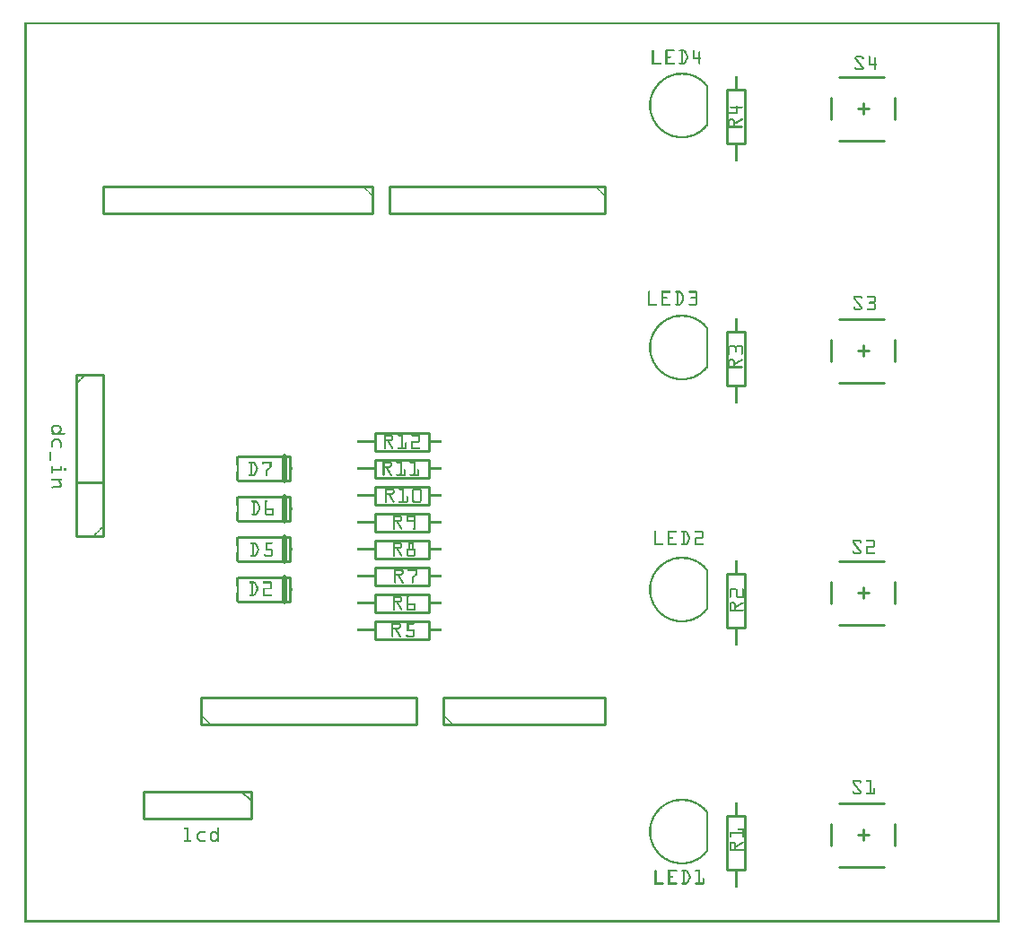
<source format=gto>
G04 MADE WITH FRITZING*
G04 WWW.FRITZING.ORG*
G04 DOUBLE SIDED*
G04 HOLES PLATED*
G04 CONTOUR ON CENTER OF CONTOUR VECTOR*
%ASAXBY*%
%FSLAX23Y23*%
%MOIN*%
%OFA0B0*%
%SFA1.0B1.0*%
%ADD10C,0.010000*%
%ADD11C,0.020000*%
%ADD12C,0.005000*%
%ADD13R,0.001000X0.001000*%
%LNSILK1*%
G90*
G70*
G54D10*
X2997Y287D02*
X2997Y366D01*
D02*
X3194Y208D02*
X3026Y208D01*
D02*
X3194Y445D02*
X3026Y445D01*
D02*
X3233Y287D02*
X3233Y366D01*
D02*
X3115Y307D02*
X3115Y346D01*
D02*
X3095Y326D02*
X3135Y326D01*
D02*
X2997Y1187D02*
X2997Y1266D01*
D02*
X3194Y1108D02*
X3026Y1108D01*
D02*
X3194Y1345D02*
X3026Y1345D01*
D02*
X3233Y1187D02*
X3233Y1266D01*
D02*
X3115Y1207D02*
X3115Y1246D01*
D02*
X3095Y1226D02*
X3135Y1226D01*
D02*
X2997Y2087D02*
X2997Y2166D01*
D02*
X3194Y2008D02*
X3026Y2008D01*
D02*
X3194Y2245D02*
X3026Y2245D01*
D02*
X3233Y2087D02*
X3233Y2166D01*
D02*
X3115Y2107D02*
X3115Y2146D01*
D02*
X3095Y2126D02*
X3135Y2126D01*
D02*
X2997Y2987D02*
X2997Y3066D01*
D02*
X3194Y2908D02*
X3026Y2908D01*
D02*
X3194Y3145D02*
X3026Y3145D01*
D02*
X3233Y2987D02*
X3233Y3066D01*
D02*
X3115Y3007D02*
X3115Y3046D01*
D02*
X3095Y3026D02*
X3135Y3026D01*
D02*
X2610Y197D02*
X2610Y397D01*
D02*
X2610Y397D02*
X2676Y397D01*
D02*
X2676Y397D02*
X2676Y197D01*
D02*
X2676Y197D02*
X2610Y197D01*
D02*
X2610Y1097D02*
X2610Y1297D01*
D02*
X2610Y1297D02*
X2676Y1297D01*
D02*
X2676Y1297D02*
X2676Y1097D01*
D02*
X2676Y1097D02*
X2610Y1097D01*
D02*
X2610Y1997D02*
X2610Y2197D01*
D02*
X2610Y2197D02*
X2676Y2197D01*
D02*
X2676Y2197D02*
X2676Y1997D01*
D02*
X2676Y1997D02*
X2610Y1997D01*
D02*
X2610Y2897D02*
X2610Y3097D01*
D02*
X2610Y3097D02*
X2676Y3097D01*
D02*
X2676Y3097D02*
X2676Y2897D01*
D02*
X2676Y2897D02*
X2610Y2897D01*
D02*
X987Y1193D02*
X792Y1193D01*
D02*
X792Y1283D02*
X987Y1283D01*
D02*
X987Y1283D02*
X987Y1193D01*
G54D11*
D02*
X967Y1283D02*
X967Y1193D01*
G54D10*
D02*
X1303Y1821D02*
X1503Y1821D01*
D02*
X1503Y1821D02*
X1503Y1755D01*
D02*
X1503Y1755D02*
X1303Y1755D01*
D02*
X1303Y1755D02*
X1303Y1821D01*
D02*
X1303Y1721D02*
X1503Y1721D01*
D02*
X1503Y1721D02*
X1503Y1655D01*
D02*
X1503Y1655D02*
X1303Y1655D01*
D02*
X1303Y1655D02*
X1303Y1721D01*
D02*
X1303Y1621D02*
X1503Y1621D01*
D02*
X1503Y1621D02*
X1503Y1555D01*
D02*
X1503Y1555D02*
X1303Y1555D01*
D02*
X1303Y1555D02*
X1303Y1621D01*
D02*
X1303Y1521D02*
X1503Y1521D01*
D02*
X1503Y1521D02*
X1503Y1455D01*
D02*
X1503Y1455D02*
X1303Y1455D01*
D02*
X1303Y1455D02*
X1303Y1521D01*
D02*
X1303Y1421D02*
X1503Y1421D01*
D02*
X1503Y1421D02*
X1503Y1355D01*
D02*
X1503Y1355D02*
X1303Y1355D01*
D02*
X1303Y1355D02*
X1303Y1421D01*
D02*
X1303Y1321D02*
X1503Y1321D01*
D02*
X1503Y1321D02*
X1503Y1255D01*
D02*
X1503Y1255D02*
X1303Y1255D01*
D02*
X1303Y1255D02*
X1303Y1321D01*
D02*
X1303Y1121D02*
X1503Y1121D01*
D02*
X1503Y1121D02*
X1503Y1055D01*
D02*
X1503Y1055D02*
X1303Y1055D01*
D02*
X1303Y1055D02*
X1303Y1121D01*
D02*
X1303Y1221D02*
X1503Y1221D01*
D02*
X1503Y1221D02*
X1503Y1155D01*
D02*
X1503Y1155D02*
X1303Y1155D01*
D02*
X1303Y1155D02*
X1303Y1221D01*
D02*
X193Y2038D02*
X193Y1638D01*
D02*
X193Y1638D02*
X293Y1638D01*
D02*
X293Y1638D02*
X293Y2038D01*
D02*
X293Y2038D02*
X193Y2038D01*
D02*
X293Y1438D02*
X293Y1638D01*
D02*
X293Y1638D02*
X193Y1638D01*
D02*
X193Y1638D02*
X193Y1438D01*
D02*
X193Y1438D02*
X293Y1438D01*
D02*
X987Y1643D02*
X792Y1643D01*
D02*
X792Y1733D02*
X987Y1733D01*
D02*
X987Y1733D02*
X987Y1643D01*
G54D11*
D02*
X967Y1733D02*
X967Y1643D01*
G54D10*
D02*
X987Y1493D02*
X792Y1493D01*
D02*
X792Y1583D02*
X987Y1583D01*
D02*
X987Y1583D02*
X987Y1493D01*
G54D11*
D02*
X967Y1583D02*
X967Y1493D01*
G54D10*
D02*
X987Y1343D02*
X792Y1343D01*
D02*
X792Y1433D02*
X987Y1433D01*
D02*
X987Y1433D02*
X987Y1343D01*
G54D11*
D02*
X967Y1433D02*
X967Y1343D01*
G54D10*
D02*
X843Y488D02*
X443Y488D01*
D02*
X443Y488D02*
X443Y388D01*
D02*
X443Y388D02*
X843Y388D01*
D02*
X843Y388D02*
X843Y488D01*
G54D12*
D02*
X808Y488D02*
X843Y453D01*
G54D10*
D02*
X655Y738D02*
X1455Y738D01*
D02*
X1455Y738D02*
X1455Y838D01*
D02*
X1455Y838D02*
X655Y838D01*
D02*
X655Y838D02*
X655Y738D01*
D02*
X1555Y738D02*
X2155Y738D01*
D02*
X2155Y738D02*
X2155Y838D01*
D02*
X2155Y838D02*
X1555Y838D01*
D02*
X1555Y838D02*
X1555Y738D01*
D02*
X2155Y2738D02*
X1355Y2738D01*
D02*
X1355Y2738D02*
X1355Y2638D01*
D02*
X1355Y2638D02*
X2155Y2638D01*
D02*
X2155Y2638D02*
X2155Y2738D01*
D02*
X1293Y2738D02*
X293Y2738D01*
D02*
X293Y2738D02*
X293Y2638D01*
D02*
X293Y2638D02*
X1293Y2638D01*
D02*
X1293Y2638D02*
X1293Y2738D01*
G54D13*
X1Y3346D02*
X3622Y3346D01*
X1Y3345D02*
X3622Y3345D01*
X1Y3344D02*
X3622Y3344D01*
X1Y3343D02*
X3622Y3343D01*
X1Y3342D02*
X3622Y3342D01*
X1Y3341D02*
X3622Y3341D01*
X1Y3340D02*
X3622Y3340D01*
X1Y3339D02*
X3622Y3339D01*
X1Y3338D02*
X8Y3338D01*
X3615Y3338D02*
X3622Y3338D01*
X1Y3337D02*
X8Y3337D01*
X3615Y3337D02*
X3622Y3337D01*
X1Y3336D02*
X8Y3336D01*
X3615Y3336D02*
X3622Y3336D01*
X1Y3335D02*
X8Y3335D01*
X3615Y3335D02*
X3622Y3335D01*
X1Y3334D02*
X8Y3334D01*
X3615Y3334D02*
X3622Y3334D01*
X1Y3333D02*
X8Y3333D01*
X3615Y3333D02*
X3622Y3333D01*
X1Y3332D02*
X8Y3332D01*
X3615Y3332D02*
X3622Y3332D01*
X1Y3331D02*
X8Y3331D01*
X3615Y3331D02*
X3622Y3331D01*
X1Y3330D02*
X8Y3330D01*
X3615Y3330D02*
X3622Y3330D01*
X1Y3329D02*
X8Y3329D01*
X3615Y3329D02*
X3622Y3329D01*
X1Y3328D02*
X8Y3328D01*
X3615Y3328D02*
X3622Y3328D01*
X1Y3327D02*
X8Y3327D01*
X3615Y3327D02*
X3622Y3327D01*
X1Y3326D02*
X8Y3326D01*
X3615Y3326D02*
X3622Y3326D01*
X1Y3325D02*
X8Y3325D01*
X3615Y3325D02*
X3622Y3325D01*
X1Y3324D02*
X8Y3324D01*
X3615Y3324D02*
X3622Y3324D01*
X1Y3323D02*
X8Y3323D01*
X3615Y3323D02*
X3622Y3323D01*
X1Y3322D02*
X8Y3322D01*
X3615Y3322D02*
X3622Y3322D01*
X1Y3321D02*
X8Y3321D01*
X3615Y3321D02*
X3622Y3321D01*
X1Y3320D02*
X8Y3320D01*
X3615Y3320D02*
X3622Y3320D01*
X1Y3319D02*
X8Y3319D01*
X3615Y3319D02*
X3622Y3319D01*
X1Y3318D02*
X8Y3318D01*
X3615Y3318D02*
X3622Y3318D01*
X1Y3317D02*
X8Y3317D01*
X3615Y3317D02*
X3622Y3317D01*
X1Y3316D02*
X8Y3316D01*
X3615Y3316D02*
X3622Y3316D01*
X1Y3315D02*
X8Y3315D01*
X3615Y3315D02*
X3622Y3315D01*
X1Y3314D02*
X8Y3314D01*
X3615Y3314D02*
X3622Y3314D01*
X1Y3313D02*
X8Y3313D01*
X3615Y3313D02*
X3622Y3313D01*
X1Y3312D02*
X8Y3312D01*
X3615Y3312D02*
X3622Y3312D01*
X1Y3311D02*
X8Y3311D01*
X3615Y3311D02*
X3622Y3311D01*
X1Y3310D02*
X8Y3310D01*
X3615Y3310D02*
X3622Y3310D01*
X1Y3309D02*
X8Y3309D01*
X3615Y3309D02*
X3622Y3309D01*
X1Y3308D02*
X8Y3308D01*
X3615Y3308D02*
X3622Y3308D01*
X1Y3307D02*
X8Y3307D01*
X3615Y3307D02*
X3622Y3307D01*
X1Y3306D02*
X8Y3306D01*
X3615Y3306D02*
X3622Y3306D01*
X1Y3305D02*
X8Y3305D01*
X3615Y3305D02*
X3622Y3305D01*
X1Y3304D02*
X8Y3304D01*
X3615Y3304D02*
X3622Y3304D01*
X1Y3303D02*
X8Y3303D01*
X3615Y3303D02*
X3622Y3303D01*
X1Y3302D02*
X8Y3302D01*
X3615Y3302D02*
X3622Y3302D01*
X1Y3301D02*
X8Y3301D01*
X3615Y3301D02*
X3622Y3301D01*
X1Y3300D02*
X8Y3300D01*
X3615Y3300D02*
X3622Y3300D01*
X1Y3299D02*
X8Y3299D01*
X3615Y3299D02*
X3622Y3299D01*
X1Y3298D02*
X8Y3298D01*
X3615Y3298D02*
X3622Y3298D01*
X1Y3297D02*
X8Y3297D01*
X3615Y3297D02*
X3622Y3297D01*
X1Y3296D02*
X8Y3296D01*
X3615Y3296D02*
X3622Y3296D01*
X1Y3295D02*
X8Y3295D01*
X3615Y3295D02*
X3622Y3295D01*
X1Y3294D02*
X8Y3294D01*
X3615Y3294D02*
X3622Y3294D01*
X1Y3293D02*
X8Y3293D01*
X3615Y3293D02*
X3622Y3293D01*
X1Y3292D02*
X8Y3292D01*
X3615Y3292D02*
X3622Y3292D01*
X1Y3291D02*
X8Y3291D01*
X3615Y3291D02*
X3622Y3291D01*
X1Y3290D02*
X8Y3290D01*
X3615Y3290D02*
X3622Y3290D01*
X1Y3289D02*
X8Y3289D01*
X3615Y3289D02*
X3622Y3289D01*
X1Y3288D02*
X8Y3288D01*
X3615Y3288D02*
X3622Y3288D01*
X1Y3287D02*
X8Y3287D01*
X3615Y3287D02*
X3622Y3287D01*
X1Y3286D02*
X8Y3286D01*
X3615Y3286D02*
X3622Y3286D01*
X1Y3285D02*
X8Y3285D01*
X3615Y3285D02*
X3622Y3285D01*
X1Y3284D02*
X8Y3284D01*
X3615Y3284D02*
X3622Y3284D01*
X1Y3283D02*
X8Y3283D01*
X3615Y3283D02*
X3622Y3283D01*
X1Y3282D02*
X8Y3282D01*
X3615Y3282D02*
X3622Y3282D01*
X1Y3281D02*
X8Y3281D01*
X3615Y3281D02*
X3622Y3281D01*
X1Y3280D02*
X8Y3280D01*
X3615Y3280D02*
X3622Y3280D01*
X1Y3279D02*
X8Y3279D01*
X3615Y3279D02*
X3622Y3279D01*
X1Y3278D02*
X8Y3278D01*
X3615Y3278D02*
X3622Y3278D01*
X1Y3277D02*
X8Y3277D01*
X3615Y3277D02*
X3622Y3277D01*
X1Y3276D02*
X8Y3276D01*
X3615Y3276D02*
X3622Y3276D01*
X1Y3275D02*
X8Y3275D01*
X3615Y3275D02*
X3622Y3275D01*
X1Y3274D02*
X8Y3274D01*
X3615Y3274D02*
X3622Y3274D01*
X1Y3273D02*
X8Y3273D01*
X3615Y3273D02*
X3622Y3273D01*
X1Y3272D02*
X8Y3272D01*
X3615Y3272D02*
X3622Y3272D01*
X1Y3271D02*
X8Y3271D01*
X3615Y3271D02*
X3622Y3271D01*
X1Y3270D02*
X8Y3270D01*
X3615Y3270D02*
X3622Y3270D01*
X1Y3269D02*
X8Y3269D01*
X3615Y3269D02*
X3622Y3269D01*
X1Y3268D02*
X8Y3268D01*
X3615Y3268D02*
X3622Y3268D01*
X1Y3267D02*
X8Y3267D01*
X3615Y3267D02*
X3622Y3267D01*
X1Y3266D02*
X8Y3266D01*
X3615Y3266D02*
X3622Y3266D01*
X1Y3265D02*
X8Y3265D01*
X3615Y3265D02*
X3622Y3265D01*
X1Y3264D02*
X8Y3264D01*
X3615Y3264D02*
X3622Y3264D01*
X1Y3263D02*
X8Y3263D01*
X3615Y3263D02*
X3622Y3263D01*
X1Y3262D02*
X8Y3262D01*
X3615Y3262D02*
X3622Y3262D01*
X1Y3261D02*
X8Y3261D01*
X3615Y3261D02*
X3622Y3261D01*
X1Y3260D02*
X8Y3260D01*
X3615Y3260D02*
X3622Y3260D01*
X1Y3259D02*
X8Y3259D01*
X3615Y3259D02*
X3622Y3259D01*
X1Y3258D02*
X8Y3258D01*
X3615Y3258D02*
X3622Y3258D01*
X1Y3257D02*
X8Y3257D01*
X3615Y3257D02*
X3622Y3257D01*
X1Y3256D02*
X8Y3256D01*
X3615Y3256D02*
X3622Y3256D01*
X1Y3255D02*
X8Y3255D01*
X3615Y3255D02*
X3622Y3255D01*
X1Y3254D02*
X8Y3254D01*
X3615Y3254D02*
X3622Y3254D01*
X1Y3253D02*
X8Y3253D01*
X3615Y3253D02*
X3622Y3253D01*
X1Y3252D02*
X8Y3252D01*
X3615Y3252D02*
X3622Y3252D01*
X1Y3251D02*
X8Y3251D01*
X3615Y3251D02*
X3622Y3251D01*
X1Y3250D02*
X8Y3250D01*
X3615Y3250D02*
X3622Y3250D01*
X1Y3249D02*
X8Y3249D01*
X3615Y3249D02*
X3622Y3249D01*
X1Y3248D02*
X8Y3248D01*
X3615Y3248D02*
X3622Y3248D01*
X1Y3247D02*
X8Y3247D01*
X3615Y3247D02*
X3622Y3247D01*
X1Y3246D02*
X8Y3246D01*
X3615Y3246D02*
X3622Y3246D01*
X1Y3245D02*
X8Y3245D01*
X2383Y3245D02*
X2413Y3245D01*
X2436Y3245D02*
X2448Y3245D01*
X2487Y3245D02*
X2487Y3245D01*
X3615Y3245D02*
X3622Y3245D01*
X1Y3244D02*
X8Y3244D01*
X2333Y3244D02*
X2337Y3244D01*
X2382Y3244D02*
X2415Y3244D01*
X2433Y3244D02*
X2452Y3244D01*
X2485Y3244D02*
X2489Y3244D01*
X3615Y3244D02*
X3622Y3244D01*
X1Y3243D02*
X8Y3243D01*
X2333Y3243D02*
X2338Y3243D01*
X2382Y3243D02*
X2416Y3243D01*
X2433Y3243D02*
X2454Y3243D01*
X2484Y3243D02*
X2490Y3243D01*
X3615Y3243D02*
X3622Y3243D01*
X1Y3242D02*
X8Y3242D01*
X2332Y3242D02*
X2338Y3242D01*
X2382Y3242D02*
X2416Y3242D01*
X2432Y3242D02*
X2455Y3242D01*
X2484Y3242D02*
X2490Y3242D01*
X3615Y3242D02*
X3622Y3242D01*
X1Y3241D02*
X8Y3241D01*
X2332Y3241D02*
X2338Y3241D01*
X2382Y3241D02*
X2416Y3241D01*
X2432Y3241D02*
X2456Y3241D01*
X2484Y3241D02*
X2490Y3241D01*
X3615Y3241D02*
X3622Y3241D01*
X1Y3240D02*
X8Y3240D01*
X2332Y3240D02*
X2338Y3240D01*
X2382Y3240D02*
X2416Y3240D01*
X2433Y3240D02*
X2457Y3240D01*
X2484Y3240D02*
X2490Y3240D01*
X3615Y3240D02*
X3622Y3240D01*
X1Y3239D02*
X8Y3239D01*
X2332Y3239D02*
X2338Y3239D01*
X2382Y3239D02*
X2415Y3239D01*
X2434Y3239D02*
X2457Y3239D01*
X2484Y3239D02*
X2490Y3239D01*
X2508Y3239D02*
X2508Y3239D01*
X3615Y3239D02*
X3622Y3239D01*
X1Y3238D02*
X8Y3238D01*
X2332Y3238D02*
X2338Y3238D01*
X2382Y3238D02*
X2389Y3238D01*
X2439Y3238D02*
X2446Y3238D01*
X2449Y3238D02*
X2458Y3238D01*
X2484Y3238D02*
X2490Y3238D01*
X2506Y3238D02*
X2510Y3238D01*
X3615Y3238D02*
X3622Y3238D01*
X1Y3237D02*
X8Y3237D01*
X2332Y3237D02*
X2338Y3237D01*
X2382Y3237D02*
X2388Y3237D01*
X2439Y3237D02*
X2445Y3237D01*
X2451Y3237D02*
X2458Y3237D01*
X2484Y3237D02*
X2490Y3237D01*
X2505Y3237D02*
X2510Y3237D01*
X3615Y3237D02*
X3622Y3237D01*
X1Y3236D02*
X8Y3236D01*
X2332Y3236D02*
X2338Y3236D01*
X2382Y3236D02*
X2388Y3236D01*
X2439Y3236D02*
X2445Y3236D01*
X2452Y3236D02*
X2459Y3236D01*
X2484Y3236D02*
X2490Y3236D01*
X2505Y3236D02*
X2511Y3236D01*
X3615Y3236D02*
X3622Y3236D01*
X1Y3235D02*
X8Y3235D01*
X2332Y3235D02*
X2338Y3235D01*
X2382Y3235D02*
X2388Y3235D01*
X2439Y3235D02*
X2445Y3235D01*
X2452Y3235D02*
X2459Y3235D01*
X2484Y3235D02*
X2490Y3235D01*
X2505Y3235D02*
X2511Y3235D01*
X3615Y3235D02*
X3622Y3235D01*
X1Y3234D02*
X8Y3234D01*
X2332Y3234D02*
X2338Y3234D01*
X2382Y3234D02*
X2388Y3234D01*
X2439Y3234D02*
X2445Y3234D01*
X2453Y3234D02*
X2460Y3234D01*
X2484Y3234D02*
X2490Y3234D01*
X2505Y3234D02*
X2511Y3234D01*
X3615Y3234D02*
X3622Y3234D01*
X1Y3233D02*
X8Y3233D01*
X2332Y3233D02*
X2338Y3233D01*
X2382Y3233D02*
X2388Y3233D01*
X2439Y3233D02*
X2445Y3233D01*
X2453Y3233D02*
X2460Y3233D01*
X2484Y3233D02*
X2490Y3233D01*
X2505Y3233D02*
X2511Y3233D01*
X3615Y3233D02*
X3622Y3233D01*
X1Y3232D02*
X8Y3232D01*
X2332Y3232D02*
X2338Y3232D01*
X2382Y3232D02*
X2388Y3232D01*
X2439Y3232D02*
X2445Y3232D01*
X2454Y3232D02*
X2461Y3232D01*
X2484Y3232D02*
X2490Y3232D01*
X2505Y3232D02*
X2511Y3232D01*
X3615Y3232D02*
X3622Y3232D01*
X1Y3231D02*
X8Y3231D01*
X2332Y3231D02*
X2338Y3231D01*
X2382Y3231D02*
X2388Y3231D01*
X2439Y3231D02*
X2445Y3231D01*
X2454Y3231D02*
X2461Y3231D01*
X2484Y3231D02*
X2490Y3231D01*
X2505Y3231D02*
X2511Y3231D01*
X3615Y3231D02*
X3622Y3231D01*
X1Y3230D02*
X8Y3230D01*
X2332Y3230D02*
X2338Y3230D01*
X2382Y3230D02*
X2388Y3230D01*
X2439Y3230D02*
X2445Y3230D01*
X2455Y3230D02*
X2462Y3230D01*
X2484Y3230D02*
X2490Y3230D01*
X2505Y3230D02*
X2511Y3230D01*
X3615Y3230D02*
X3622Y3230D01*
X1Y3229D02*
X8Y3229D01*
X2332Y3229D02*
X2338Y3229D01*
X2382Y3229D02*
X2388Y3229D01*
X2439Y3229D02*
X2445Y3229D01*
X2455Y3229D02*
X2462Y3229D01*
X2484Y3229D02*
X2490Y3229D01*
X2505Y3229D02*
X2511Y3229D01*
X3615Y3229D02*
X3622Y3229D01*
X1Y3228D02*
X8Y3228D01*
X2332Y3228D02*
X2338Y3228D01*
X2382Y3228D02*
X2388Y3228D01*
X2439Y3228D02*
X2445Y3228D01*
X2456Y3228D02*
X2463Y3228D01*
X2484Y3228D02*
X2490Y3228D01*
X2505Y3228D02*
X2511Y3228D01*
X3615Y3228D02*
X3622Y3228D01*
X1Y3227D02*
X8Y3227D01*
X2332Y3227D02*
X2338Y3227D01*
X2382Y3227D02*
X2388Y3227D01*
X2439Y3227D02*
X2445Y3227D01*
X2456Y3227D02*
X2463Y3227D01*
X2484Y3227D02*
X2490Y3227D01*
X2505Y3227D02*
X2511Y3227D01*
X3615Y3227D02*
X3622Y3227D01*
X1Y3226D02*
X8Y3226D01*
X2332Y3226D02*
X2338Y3226D01*
X2382Y3226D02*
X2388Y3226D01*
X2439Y3226D02*
X2445Y3226D01*
X2457Y3226D02*
X2464Y3226D01*
X2484Y3226D02*
X2490Y3226D01*
X2505Y3226D02*
X2511Y3226D01*
X3615Y3226D02*
X3622Y3226D01*
X1Y3225D02*
X8Y3225D01*
X2332Y3225D02*
X2338Y3225D01*
X2382Y3225D02*
X2388Y3225D01*
X2439Y3225D02*
X2445Y3225D01*
X2457Y3225D02*
X2464Y3225D01*
X2484Y3225D02*
X2490Y3225D01*
X2505Y3225D02*
X2511Y3225D01*
X3615Y3225D02*
X3622Y3225D01*
X1Y3224D02*
X8Y3224D01*
X2332Y3224D02*
X2338Y3224D01*
X2382Y3224D02*
X2388Y3224D01*
X2439Y3224D02*
X2445Y3224D01*
X2458Y3224D02*
X2465Y3224D01*
X2484Y3224D02*
X2490Y3224D01*
X2505Y3224D02*
X2511Y3224D01*
X3615Y3224D02*
X3622Y3224D01*
X1Y3223D02*
X8Y3223D01*
X2332Y3223D02*
X2338Y3223D01*
X2382Y3223D02*
X2388Y3223D01*
X2439Y3223D02*
X2445Y3223D01*
X2458Y3223D02*
X2465Y3223D01*
X2484Y3223D02*
X2490Y3223D01*
X2505Y3223D02*
X2511Y3223D01*
X3615Y3223D02*
X3622Y3223D01*
X1Y3222D02*
X8Y3222D01*
X2332Y3222D02*
X2338Y3222D01*
X2382Y3222D02*
X2388Y3222D01*
X2439Y3222D02*
X2445Y3222D01*
X2459Y3222D02*
X2465Y3222D01*
X2484Y3222D02*
X2490Y3222D01*
X2505Y3222D02*
X2511Y3222D01*
X3090Y3222D02*
X3111Y3222D01*
X3138Y3222D02*
X3140Y3222D01*
X3615Y3222D02*
X3622Y3222D01*
X1Y3221D02*
X8Y3221D01*
X2332Y3221D02*
X2338Y3221D01*
X2382Y3221D02*
X2400Y3221D01*
X2439Y3221D02*
X2445Y3221D01*
X2459Y3221D02*
X2466Y3221D01*
X2484Y3221D02*
X2490Y3221D01*
X2505Y3221D02*
X2511Y3221D01*
X3088Y3221D02*
X3114Y3221D01*
X3137Y3221D02*
X3142Y3221D01*
X3615Y3221D02*
X3622Y3221D01*
X1Y3220D02*
X8Y3220D01*
X2332Y3220D02*
X2338Y3220D01*
X2382Y3220D02*
X2401Y3220D01*
X2439Y3220D02*
X2445Y3220D01*
X2460Y3220D02*
X2466Y3220D01*
X2484Y3220D02*
X2490Y3220D01*
X2505Y3220D02*
X2511Y3220D01*
X3087Y3220D02*
X3115Y3220D01*
X3137Y3220D02*
X3142Y3220D01*
X3615Y3220D02*
X3622Y3220D01*
X1Y3219D02*
X8Y3219D01*
X2332Y3219D02*
X2338Y3219D01*
X2382Y3219D02*
X2402Y3219D01*
X2439Y3219D02*
X2445Y3219D01*
X2460Y3219D02*
X2466Y3219D01*
X2484Y3219D02*
X2490Y3219D01*
X2505Y3219D02*
X2511Y3219D01*
X3086Y3219D02*
X3116Y3219D01*
X3136Y3219D02*
X3142Y3219D01*
X3615Y3219D02*
X3622Y3219D01*
X1Y3218D02*
X8Y3218D01*
X2332Y3218D02*
X2338Y3218D01*
X2382Y3218D02*
X2402Y3218D01*
X2439Y3218D02*
X2445Y3218D01*
X2460Y3218D02*
X2466Y3218D01*
X2484Y3218D02*
X2490Y3218D01*
X2505Y3218D02*
X2511Y3218D01*
X3086Y3218D02*
X3117Y3218D01*
X3136Y3218D02*
X3142Y3218D01*
X3615Y3218D02*
X3622Y3218D01*
X1Y3217D02*
X8Y3217D01*
X2332Y3217D02*
X2338Y3217D01*
X2382Y3217D02*
X2402Y3217D01*
X2439Y3217D02*
X2445Y3217D01*
X2460Y3217D02*
X2466Y3217D01*
X2484Y3217D02*
X2490Y3217D01*
X2505Y3217D02*
X2511Y3217D01*
X3085Y3217D02*
X3117Y3217D01*
X3136Y3217D02*
X3142Y3217D01*
X3615Y3217D02*
X3622Y3217D01*
X1Y3216D02*
X8Y3216D01*
X2332Y3216D02*
X2338Y3216D01*
X2382Y3216D02*
X2401Y3216D01*
X2439Y3216D02*
X2445Y3216D01*
X2460Y3216D02*
X2466Y3216D01*
X2484Y3216D02*
X2490Y3216D01*
X2505Y3216D02*
X2511Y3216D01*
X3085Y3216D02*
X3118Y3216D01*
X3136Y3216D02*
X3142Y3216D01*
X3159Y3216D02*
X3161Y3216D01*
X3615Y3216D02*
X3622Y3216D01*
X1Y3215D02*
X8Y3215D01*
X2332Y3215D02*
X2338Y3215D01*
X2382Y3215D02*
X2400Y3215D01*
X2439Y3215D02*
X2445Y3215D01*
X2459Y3215D02*
X2466Y3215D01*
X2484Y3215D02*
X2513Y3215D01*
X3085Y3215D02*
X3091Y3215D01*
X3111Y3215D02*
X3118Y3215D01*
X3136Y3215D02*
X3142Y3215D01*
X3158Y3215D02*
X3162Y3215D01*
X3615Y3215D02*
X3622Y3215D01*
X1Y3214D02*
X8Y3214D01*
X2332Y3214D02*
X2338Y3214D01*
X2382Y3214D02*
X2388Y3214D01*
X2439Y3214D02*
X2445Y3214D01*
X2459Y3214D02*
X2465Y3214D01*
X2484Y3214D02*
X2514Y3214D01*
X3085Y3214D02*
X3091Y3214D01*
X3112Y3214D02*
X3118Y3214D01*
X3136Y3214D02*
X3142Y3214D01*
X3157Y3214D02*
X3163Y3214D01*
X3615Y3214D02*
X3622Y3214D01*
X1Y3213D02*
X8Y3213D01*
X2332Y3213D02*
X2338Y3213D01*
X2382Y3213D02*
X2388Y3213D01*
X2439Y3213D02*
X2445Y3213D01*
X2459Y3213D02*
X2465Y3213D01*
X2484Y3213D02*
X2514Y3213D01*
X3085Y3213D02*
X3092Y3213D01*
X3112Y3213D02*
X3118Y3213D01*
X3136Y3213D02*
X3142Y3213D01*
X3157Y3213D02*
X3163Y3213D01*
X3615Y3213D02*
X3622Y3213D01*
X1Y3212D02*
X8Y3212D01*
X2332Y3212D02*
X2338Y3212D01*
X2382Y3212D02*
X2388Y3212D01*
X2439Y3212D02*
X2445Y3212D01*
X2458Y3212D02*
X2465Y3212D01*
X2484Y3212D02*
X2514Y3212D01*
X3085Y3212D02*
X3092Y3212D01*
X3112Y3212D02*
X3118Y3212D01*
X3136Y3212D02*
X3142Y3212D01*
X3157Y3212D02*
X3163Y3212D01*
X3615Y3212D02*
X3622Y3212D01*
X1Y3211D02*
X8Y3211D01*
X2332Y3211D02*
X2338Y3211D01*
X2382Y3211D02*
X2388Y3211D01*
X2439Y3211D02*
X2445Y3211D01*
X2457Y3211D02*
X2464Y3211D01*
X2484Y3211D02*
X2514Y3211D01*
X3086Y3211D02*
X3093Y3211D01*
X3113Y3211D02*
X3118Y3211D01*
X3136Y3211D02*
X3142Y3211D01*
X3157Y3211D02*
X3163Y3211D01*
X3615Y3211D02*
X3622Y3211D01*
X1Y3210D02*
X8Y3210D01*
X2332Y3210D02*
X2338Y3210D01*
X2382Y3210D02*
X2388Y3210D01*
X2439Y3210D02*
X2445Y3210D01*
X2457Y3210D02*
X2464Y3210D01*
X2484Y3210D02*
X2513Y3210D01*
X3086Y3210D02*
X3094Y3210D01*
X3114Y3210D02*
X3117Y3210D01*
X3136Y3210D02*
X3142Y3210D01*
X3157Y3210D02*
X3163Y3210D01*
X3615Y3210D02*
X3622Y3210D01*
X1Y3209D02*
X8Y3209D01*
X2332Y3209D02*
X2338Y3209D01*
X2382Y3209D02*
X2388Y3209D01*
X2439Y3209D02*
X2445Y3209D01*
X2456Y3209D02*
X2463Y3209D01*
X2484Y3209D02*
X2512Y3209D01*
X3087Y3209D02*
X3095Y3209D01*
X3136Y3209D02*
X3142Y3209D01*
X3157Y3209D02*
X3163Y3209D01*
X3615Y3209D02*
X3622Y3209D01*
X1Y3208D02*
X8Y3208D01*
X2332Y3208D02*
X2338Y3208D01*
X2382Y3208D02*
X2388Y3208D01*
X2439Y3208D02*
X2445Y3208D01*
X2456Y3208D02*
X2463Y3208D01*
X2505Y3208D02*
X2511Y3208D01*
X3088Y3208D02*
X3096Y3208D01*
X3136Y3208D02*
X3142Y3208D01*
X3157Y3208D02*
X3163Y3208D01*
X3615Y3208D02*
X3622Y3208D01*
X1Y3207D02*
X8Y3207D01*
X2332Y3207D02*
X2338Y3207D01*
X2382Y3207D02*
X2388Y3207D01*
X2439Y3207D02*
X2445Y3207D01*
X2455Y3207D02*
X2462Y3207D01*
X2505Y3207D02*
X2511Y3207D01*
X3088Y3207D02*
X3096Y3207D01*
X3136Y3207D02*
X3142Y3207D01*
X3157Y3207D02*
X3163Y3207D01*
X3615Y3207D02*
X3622Y3207D01*
X1Y3206D02*
X8Y3206D01*
X2332Y3206D02*
X2338Y3206D01*
X2382Y3206D02*
X2388Y3206D01*
X2439Y3206D02*
X2445Y3206D01*
X2455Y3206D02*
X2462Y3206D01*
X2505Y3206D02*
X2511Y3206D01*
X3089Y3206D02*
X3097Y3206D01*
X3136Y3206D02*
X3142Y3206D01*
X3157Y3206D02*
X3163Y3206D01*
X3615Y3206D02*
X3622Y3206D01*
X1Y3205D02*
X8Y3205D01*
X2332Y3205D02*
X2338Y3205D01*
X2382Y3205D02*
X2388Y3205D01*
X2439Y3205D02*
X2445Y3205D01*
X2454Y3205D02*
X2461Y3205D01*
X2505Y3205D02*
X2511Y3205D01*
X3090Y3205D02*
X3098Y3205D01*
X3136Y3205D02*
X3142Y3205D01*
X3157Y3205D02*
X3163Y3205D01*
X3615Y3205D02*
X3622Y3205D01*
X1Y3204D02*
X8Y3204D01*
X2332Y3204D02*
X2338Y3204D01*
X2382Y3204D02*
X2388Y3204D01*
X2439Y3204D02*
X2445Y3204D01*
X2454Y3204D02*
X2461Y3204D01*
X2505Y3204D02*
X2511Y3204D01*
X3091Y3204D02*
X3099Y3204D01*
X3136Y3204D02*
X3142Y3204D01*
X3157Y3204D02*
X3163Y3204D01*
X3615Y3204D02*
X3622Y3204D01*
X1Y3203D02*
X8Y3203D01*
X2332Y3203D02*
X2338Y3203D01*
X2382Y3203D02*
X2388Y3203D01*
X2439Y3203D02*
X2445Y3203D01*
X2453Y3203D02*
X2460Y3203D01*
X2505Y3203D02*
X2511Y3203D01*
X3091Y3203D02*
X3099Y3203D01*
X3136Y3203D02*
X3142Y3203D01*
X3157Y3203D02*
X3163Y3203D01*
X3615Y3203D02*
X3622Y3203D01*
X1Y3202D02*
X8Y3202D01*
X2332Y3202D02*
X2338Y3202D01*
X2382Y3202D02*
X2388Y3202D01*
X2439Y3202D02*
X2445Y3202D01*
X2453Y3202D02*
X2460Y3202D01*
X2505Y3202D02*
X2511Y3202D01*
X3092Y3202D02*
X3100Y3202D01*
X3136Y3202D02*
X3142Y3202D01*
X3157Y3202D02*
X3163Y3202D01*
X3615Y3202D02*
X3622Y3202D01*
X1Y3201D02*
X8Y3201D01*
X2332Y3201D02*
X2338Y3201D01*
X2382Y3201D02*
X2388Y3201D01*
X2439Y3201D02*
X2445Y3201D01*
X2452Y3201D02*
X2459Y3201D01*
X2505Y3201D02*
X2511Y3201D01*
X3093Y3201D02*
X3101Y3201D01*
X3136Y3201D02*
X3142Y3201D01*
X3157Y3201D02*
X3163Y3201D01*
X3615Y3201D02*
X3622Y3201D01*
X1Y3200D02*
X8Y3200D01*
X2332Y3200D02*
X2338Y3200D01*
X2382Y3200D02*
X2388Y3200D01*
X2439Y3200D02*
X2445Y3200D01*
X2452Y3200D02*
X2459Y3200D01*
X2505Y3200D02*
X2511Y3200D01*
X3094Y3200D02*
X3102Y3200D01*
X3136Y3200D02*
X3142Y3200D01*
X3157Y3200D02*
X3163Y3200D01*
X3615Y3200D02*
X3622Y3200D01*
X1Y3199D02*
X8Y3199D01*
X2332Y3199D02*
X2338Y3199D01*
X2382Y3199D02*
X2388Y3199D01*
X2439Y3199D02*
X2445Y3199D01*
X2451Y3199D02*
X2458Y3199D01*
X2505Y3199D02*
X2511Y3199D01*
X3095Y3199D02*
X3103Y3199D01*
X3136Y3199D02*
X3142Y3199D01*
X3157Y3199D02*
X3163Y3199D01*
X3615Y3199D02*
X3622Y3199D01*
X1Y3198D02*
X8Y3198D01*
X2332Y3198D02*
X2339Y3198D01*
X2382Y3198D02*
X2389Y3198D01*
X2439Y3198D02*
X2446Y3198D01*
X2450Y3198D02*
X2458Y3198D01*
X2505Y3198D02*
X2511Y3198D01*
X3095Y3198D02*
X3103Y3198D01*
X3136Y3198D02*
X3142Y3198D01*
X3157Y3198D02*
X3163Y3198D01*
X3615Y3198D02*
X3622Y3198D01*
X1Y3197D02*
X8Y3197D01*
X2332Y3197D02*
X2365Y3197D01*
X2382Y3197D02*
X2415Y3197D01*
X2434Y3197D02*
X2457Y3197D01*
X2505Y3197D02*
X2511Y3197D01*
X3096Y3197D02*
X3104Y3197D01*
X3136Y3197D02*
X3142Y3197D01*
X3157Y3197D02*
X3163Y3197D01*
X3615Y3197D02*
X3622Y3197D01*
X1Y3196D02*
X8Y3196D01*
X2332Y3196D02*
X2366Y3196D01*
X2382Y3196D02*
X2416Y3196D01*
X2433Y3196D02*
X2457Y3196D01*
X2505Y3196D02*
X2511Y3196D01*
X3097Y3196D02*
X3105Y3196D01*
X3136Y3196D02*
X3142Y3196D01*
X3157Y3196D02*
X3163Y3196D01*
X3615Y3196D02*
X3622Y3196D01*
X1Y3195D02*
X8Y3195D01*
X2332Y3195D02*
X2366Y3195D01*
X2382Y3195D02*
X2416Y3195D01*
X2432Y3195D02*
X2456Y3195D01*
X2505Y3195D02*
X2511Y3195D01*
X3098Y3195D02*
X3106Y3195D01*
X3136Y3195D02*
X3142Y3195D01*
X3157Y3195D02*
X3163Y3195D01*
X3615Y3195D02*
X3622Y3195D01*
X1Y3194D02*
X8Y3194D01*
X2332Y3194D02*
X2366Y3194D01*
X2382Y3194D02*
X2416Y3194D01*
X2432Y3194D02*
X2455Y3194D01*
X2505Y3194D02*
X2511Y3194D01*
X3098Y3194D02*
X3106Y3194D01*
X3136Y3194D02*
X3142Y3194D01*
X3157Y3194D02*
X3163Y3194D01*
X3615Y3194D02*
X3622Y3194D01*
X1Y3193D02*
X8Y3193D01*
X2332Y3193D02*
X2366Y3193D01*
X2382Y3193D02*
X2416Y3193D01*
X2433Y3193D02*
X2454Y3193D01*
X2505Y3193D02*
X2510Y3193D01*
X3099Y3193D02*
X3107Y3193D01*
X3136Y3193D02*
X3143Y3193D01*
X3157Y3193D02*
X3163Y3193D01*
X3615Y3193D02*
X3622Y3193D01*
X1Y3192D02*
X8Y3192D01*
X2332Y3192D02*
X2365Y3192D01*
X2382Y3192D02*
X2415Y3192D01*
X2433Y3192D02*
X2452Y3192D01*
X2506Y3192D02*
X2510Y3192D01*
X3100Y3192D02*
X3108Y3192D01*
X3136Y3192D02*
X3165Y3192D01*
X3615Y3192D02*
X3622Y3192D01*
X1Y3191D02*
X8Y3191D01*
X2333Y3191D02*
X2363Y3191D01*
X2383Y3191D02*
X2413Y3191D01*
X2435Y3191D02*
X2449Y3191D01*
X2508Y3191D02*
X2508Y3191D01*
X3101Y3191D02*
X3109Y3191D01*
X3136Y3191D02*
X3166Y3191D01*
X3615Y3191D02*
X3622Y3191D01*
X1Y3190D02*
X8Y3190D01*
X3102Y3190D02*
X3110Y3190D01*
X3136Y3190D02*
X3166Y3190D01*
X3615Y3190D02*
X3622Y3190D01*
X1Y3189D02*
X8Y3189D01*
X3102Y3189D02*
X3110Y3189D01*
X3136Y3189D02*
X3166Y3189D01*
X3615Y3189D02*
X3622Y3189D01*
X1Y3188D02*
X8Y3188D01*
X3103Y3188D02*
X3111Y3188D01*
X3136Y3188D02*
X3166Y3188D01*
X3615Y3188D02*
X3622Y3188D01*
X1Y3187D02*
X8Y3187D01*
X3104Y3187D02*
X3112Y3187D01*
X3136Y3187D02*
X3166Y3187D01*
X3615Y3187D02*
X3622Y3187D01*
X1Y3186D02*
X8Y3186D01*
X3105Y3186D02*
X3113Y3186D01*
X3137Y3186D02*
X3164Y3186D01*
X3615Y3186D02*
X3622Y3186D01*
X1Y3185D02*
X8Y3185D01*
X3105Y3185D02*
X3113Y3185D01*
X3157Y3185D02*
X3163Y3185D01*
X3615Y3185D02*
X3622Y3185D01*
X1Y3184D02*
X8Y3184D01*
X3106Y3184D02*
X3114Y3184D01*
X3157Y3184D02*
X3163Y3184D01*
X3615Y3184D02*
X3622Y3184D01*
X1Y3183D02*
X8Y3183D01*
X3107Y3183D02*
X3115Y3183D01*
X3157Y3183D02*
X3163Y3183D01*
X3615Y3183D02*
X3622Y3183D01*
X1Y3182D02*
X8Y3182D01*
X3108Y3182D02*
X3116Y3182D01*
X3157Y3182D02*
X3163Y3182D01*
X3615Y3182D02*
X3622Y3182D01*
X1Y3181D02*
X8Y3181D01*
X3088Y3181D02*
X3088Y3181D01*
X3108Y3181D02*
X3117Y3181D01*
X3157Y3181D02*
X3163Y3181D01*
X3615Y3181D02*
X3622Y3181D01*
X1Y3180D02*
X8Y3180D01*
X3086Y3180D02*
X3090Y3180D01*
X3109Y3180D02*
X3117Y3180D01*
X3157Y3180D02*
X3163Y3180D01*
X3615Y3180D02*
X3622Y3180D01*
X1Y3179D02*
X8Y3179D01*
X3085Y3179D02*
X3090Y3179D01*
X3110Y3179D02*
X3118Y3179D01*
X3157Y3179D02*
X3163Y3179D01*
X3615Y3179D02*
X3622Y3179D01*
X1Y3178D02*
X8Y3178D01*
X3085Y3178D02*
X3091Y3178D01*
X3111Y3178D02*
X3118Y3178D01*
X3157Y3178D02*
X3163Y3178D01*
X3615Y3178D02*
X3622Y3178D01*
X1Y3177D02*
X8Y3177D01*
X3085Y3177D02*
X3091Y3177D01*
X3112Y3177D02*
X3118Y3177D01*
X3157Y3177D02*
X3163Y3177D01*
X3615Y3177D02*
X3622Y3177D01*
X1Y3176D02*
X8Y3176D01*
X3085Y3176D02*
X3091Y3176D01*
X3112Y3176D02*
X3118Y3176D01*
X3157Y3176D02*
X3163Y3176D01*
X3615Y3176D02*
X3622Y3176D01*
X1Y3175D02*
X8Y3175D01*
X3085Y3175D02*
X3118Y3175D01*
X3157Y3175D02*
X3163Y3175D01*
X3615Y3175D02*
X3622Y3175D01*
X1Y3174D02*
X8Y3174D01*
X3085Y3174D02*
X3118Y3174D01*
X3157Y3174D02*
X3163Y3174D01*
X3615Y3174D02*
X3622Y3174D01*
X1Y3173D02*
X8Y3173D01*
X3086Y3173D02*
X3118Y3173D01*
X3157Y3173D02*
X3163Y3173D01*
X3615Y3173D02*
X3622Y3173D01*
X1Y3172D02*
X8Y3172D01*
X3087Y3172D02*
X3117Y3172D01*
X3157Y3172D02*
X3163Y3172D01*
X3615Y3172D02*
X3622Y3172D01*
X1Y3171D02*
X8Y3171D01*
X3088Y3171D02*
X3116Y3171D01*
X3157Y3171D02*
X3163Y3171D01*
X3615Y3171D02*
X3622Y3171D01*
X1Y3170D02*
X8Y3170D01*
X3089Y3170D02*
X3115Y3170D01*
X3158Y3170D02*
X3163Y3170D01*
X3615Y3170D02*
X3622Y3170D01*
X1Y3169D02*
X8Y3169D01*
X3090Y3169D02*
X3114Y3169D01*
X3158Y3169D02*
X3162Y3169D01*
X3615Y3169D02*
X3622Y3169D01*
X1Y3168D02*
X8Y3168D01*
X3615Y3168D02*
X3622Y3168D01*
X1Y3167D02*
X8Y3167D01*
X3615Y3167D02*
X3622Y3167D01*
X1Y3166D02*
X8Y3166D01*
X3615Y3166D02*
X3622Y3166D01*
X1Y3165D02*
X8Y3165D01*
X3615Y3165D02*
X3622Y3165D01*
X1Y3164D02*
X8Y3164D01*
X3615Y3164D02*
X3622Y3164D01*
X1Y3163D02*
X8Y3163D01*
X3615Y3163D02*
X3622Y3163D01*
X1Y3162D02*
X8Y3162D01*
X3615Y3162D02*
X3622Y3162D01*
X1Y3161D02*
X8Y3161D01*
X3615Y3161D02*
X3622Y3161D01*
X1Y3160D02*
X8Y3160D01*
X3615Y3160D02*
X3622Y3160D01*
X1Y3159D02*
X8Y3159D01*
X2428Y3159D02*
X2457Y3159D01*
X3615Y3159D02*
X3622Y3159D01*
X1Y3158D02*
X8Y3158D01*
X2421Y3158D02*
X2463Y3158D01*
X3615Y3158D02*
X3622Y3158D01*
X1Y3157D02*
X8Y3157D01*
X2417Y3157D02*
X2468Y3157D01*
X3615Y3157D02*
X3622Y3157D01*
X1Y3156D02*
X8Y3156D01*
X2412Y3156D02*
X2473Y3156D01*
X3615Y3156D02*
X3622Y3156D01*
X1Y3155D02*
X8Y3155D01*
X2409Y3155D02*
X2476Y3155D01*
X3615Y3155D02*
X3622Y3155D01*
X1Y3154D02*
X8Y3154D01*
X2406Y3154D02*
X2480Y3154D01*
X3615Y3154D02*
X3622Y3154D01*
X1Y3153D02*
X8Y3153D01*
X2403Y3153D02*
X2483Y3153D01*
X3615Y3153D02*
X3622Y3153D01*
X1Y3152D02*
X8Y3152D01*
X2400Y3152D02*
X2438Y3152D01*
X2448Y3152D02*
X2485Y3152D01*
X3615Y3152D02*
X3622Y3152D01*
X1Y3151D02*
X8Y3151D01*
X2397Y3151D02*
X2427Y3151D01*
X2459Y3151D02*
X2488Y3151D01*
X3615Y3151D02*
X3622Y3151D01*
X1Y3150D02*
X8Y3150D01*
X2395Y3150D02*
X2421Y3150D01*
X2465Y3150D02*
X2490Y3150D01*
X3615Y3150D02*
X3622Y3150D01*
X1Y3149D02*
X8Y3149D01*
X2393Y3149D02*
X2416Y3149D01*
X2470Y3149D02*
X2493Y3149D01*
X3615Y3149D02*
X3622Y3149D01*
X1Y3148D02*
X8Y3148D01*
X2391Y3148D02*
X2412Y3148D01*
X2474Y3148D02*
X2495Y3148D01*
X3615Y3148D02*
X3622Y3148D01*
X1Y3147D02*
X8Y3147D01*
X2389Y3147D02*
X2408Y3147D01*
X2477Y3147D02*
X2497Y3147D01*
X3615Y3147D02*
X3622Y3147D01*
X1Y3146D02*
X8Y3146D01*
X2387Y3146D02*
X2405Y3146D01*
X2480Y3146D02*
X2499Y3146D01*
X3615Y3146D02*
X3622Y3146D01*
X1Y3145D02*
X8Y3145D01*
X2385Y3145D02*
X2402Y3145D01*
X2483Y3145D02*
X2501Y3145D01*
X2639Y3145D02*
X2648Y3145D01*
X3615Y3145D02*
X3622Y3145D01*
X1Y3144D02*
X8Y3144D01*
X2383Y3144D02*
X2400Y3144D01*
X2485Y3144D02*
X2502Y3144D01*
X2639Y3144D02*
X2648Y3144D01*
X3615Y3144D02*
X3622Y3144D01*
X1Y3143D02*
X8Y3143D01*
X2381Y3143D02*
X2397Y3143D01*
X2488Y3143D02*
X2504Y3143D01*
X2639Y3143D02*
X2648Y3143D01*
X3615Y3143D02*
X3622Y3143D01*
X1Y3142D02*
X8Y3142D01*
X2380Y3142D02*
X2395Y3142D01*
X2490Y3142D02*
X2506Y3142D01*
X2639Y3142D02*
X2648Y3142D01*
X3615Y3142D02*
X3622Y3142D01*
X1Y3141D02*
X8Y3141D01*
X2378Y3141D02*
X2393Y3141D01*
X2492Y3141D02*
X2507Y3141D01*
X2639Y3141D02*
X2648Y3141D01*
X3615Y3141D02*
X3622Y3141D01*
X1Y3140D02*
X8Y3140D01*
X2376Y3140D02*
X2391Y3140D01*
X2494Y3140D02*
X2509Y3140D01*
X2639Y3140D02*
X2648Y3140D01*
X3615Y3140D02*
X3622Y3140D01*
X1Y3139D02*
X8Y3139D01*
X2375Y3139D02*
X2389Y3139D01*
X2496Y3139D02*
X2511Y3139D01*
X2639Y3139D02*
X2648Y3139D01*
X3615Y3139D02*
X3622Y3139D01*
X1Y3138D02*
X8Y3138D01*
X2373Y3138D02*
X2387Y3138D01*
X2498Y3138D02*
X2512Y3138D01*
X2639Y3138D02*
X2648Y3138D01*
X3615Y3138D02*
X3622Y3138D01*
X1Y3137D02*
X8Y3137D01*
X2372Y3137D02*
X2385Y3137D01*
X2500Y3137D02*
X2513Y3137D01*
X2639Y3137D02*
X2648Y3137D01*
X3615Y3137D02*
X3622Y3137D01*
X1Y3136D02*
X8Y3136D01*
X2371Y3136D02*
X2384Y3136D01*
X2502Y3136D02*
X2515Y3136D01*
X2639Y3136D02*
X2648Y3136D01*
X3615Y3136D02*
X3622Y3136D01*
X1Y3135D02*
X8Y3135D01*
X2369Y3135D02*
X2382Y3135D01*
X2503Y3135D02*
X2516Y3135D01*
X2639Y3135D02*
X2648Y3135D01*
X3615Y3135D02*
X3622Y3135D01*
X1Y3134D02*
X8Y3134D01*
X2368Y3134D02*
X2380Y3134D01*
X2505Y3134D02*
X2517Y3134D01*
X2639Y3134D02*
X2648Y3134D01*
X3615Y3134D02*
X3622Y3134D01*
X1Y3133D02*
X8Y3133D01*
X2367Y3133D02*
X2379Y3133D01*
X2506Y3133D02*
X2519Y3133D01*
X2639Y3133D02*
X2648Y3133D01*
X3615Y3133D02*
X3622Y3133D01*
X1Y3132D02*
X8Y3132D01*
X2366Y3132D02*
X2377Y3132D01*
X2508Y3132D02*
X2520Y3132D01*
X2639Y3132D02*
X2648Y3132D01*
X3615Y3132D02*
X3622Y3132D01*
X1Y3131D02*
X8Y3131D01*
X2364Y3131D02*
X2376Y3131D01*
X2509Y3131D02*
X2521Y3131D01*
X2639Y3131D02*
X2648Y3131D01*
X3615Y3131D02*
X3622Y3131D01*
X1Y3130D02*
X8Y3130D01*
X2363Y3130D02*
X2375Y3130D01*
X2511Y3130D02*
X2522Y3130D01*
X2639Y3130D02*
X2648Y3130D01*
X3615Y3130D02*
X3622Y3130D01*
X1Y3129D02*
X8Y3129D01*
X2362Y3129D02*
X2373Y3129D01*
X2512Y3129D02*
X2523Y3129D01*
X2639Y3129D02*
X2648Y3129D01*
X3615Y3129D02*
X3622Y3129D01*
X1Y3128D02*
X8Y3128D01*
X2361Y3128D02*
X2372Y3128D01*
X2513Y3128D02*
X2524Y3128D01*
X2639Y3128D02*
X2648Y3128D01*
X3615Y3128D02*
X3622Y3128D01*
X1Y3127D02*
X8Y3127D01*
X2360Y3127D02*
X2371Y3127D01*
X2514Y3127D02*
X2525Y3127D01*
X2639Y3127D02*
X2648Y3127D01*
X3615Y3127D02*
X3622Y3127D01*
X1Y3126D02*
X8Y3126D01*
X2359Y3126D02*
X2369Y3126D01*
X2516Y3126D02*
X2527Y3126D01*
X2639Y3126D02*
X2648Y3126D01*
X3615Y3126D02*
X3622Y3126D01*
X1Y3125D02*
X8Y3125D01*
X2358Y3125D02*
X2368Y3125D01*
X2517Y3125D02*
X2528Y3125D01*
X2639Y3125D02*
X2648Y3125D01*
X3615Y3125D02*
X3622Y3125D01*
X1Y3124D02*
X8Y3124D01*
X2357Y3124D02*
X2367Y3124D01*
X2518Y3124D02*
X2529Y3124D01*
X2639Y3124D02*
X2648Y3124D01*
X3615Y3124D02*
X3622Y3124D01*
X1Y3123D02*
X8Y3123D01*
X2356Y3123D02*
X2366Y3123D01*
X2519Y3123D02*
X2530Y3123D01*
X2639Y3123D02*
X2648Y3123D01*
X3615Y3123D02*
X3622Y3123D01*
X1Y3122D02*
X8Y3122D01*
X2355Y3122D02*
X2365Y3122D01*
X2520Y3122D02*
X2531Y3122D01*
X2639Y3122D02*
X2648Y3122D01*
X3615Y3122D02*
X3622Y3122D01*
X1Y3121D02*
X8Y3121D01*
X2354Y3121D02*
X2364Y3121D01*
X2521Y3121D02*
X2531Y3121D01*
X2639Y3121D02*
X2648Y3121D01*
X3615Y3121D02*
X3622Y3121D01*
X1Y3120D02*
X8Y3120D01*
X2353Y3120D02*
X2363Y3120D01*
X2522Y3120D02*
X2532Y3120D01*
X2639Y3120D02*
X2648Y3120D01*
X3615Y3120D02*
X3622Y3120D01*
X1Y3119D02*
X8Y3119D01*
X2352Y3119D02*
X2362Y3119D01*
X2524Y3119D02*
X2533Y3119D01*
X2639Y3119D02*
X2648Y3119D01*
X3615Y3119D02*
X3622Y3119D01*
X1Y3118D02*
X8Y3118D01*
X2351Y3118D02*
X2361Y3118D01*
X2525Y3118D02*
X2534Y3118D01*
X2639Y3118D02*
X2648Y3118D01*
X3615Y3118D02*
X3622Y3118D01*
X1Y3117D02*
X8Y3117D01*
X2350Y3117D02*
X2360Y3117D01*
X2525Y3117D02*
X2535Y3117D01*
X2639Y3117D02*
X2648Y3117D01*
X3615Y3117D02*
X3622Y3117D01*
X1Y3116D02*
X8Y3116D01*
X2349Y3116D02*
X2359Y3116D01*
X2526Y3116D02*
X2536Y3116D01*
X2639Y3116D02*
X2648Y3116D01*
X3615Y3116D02*
X3622Y3116D01*
X1Y3115D02*
X8Y3115D01*
X2349Y3115D02*
X2358Y3115D01*
X2527Y3115D02*
X2537Y3115D01*
X2639Y3115D02*
X2648Y3115D01*
X3615Y3115D02*
X3622Y3115D01*
X1Y3114D02*
X8Y3114D01*
X2348Y3114D02*
X2357Y3114D01*
X2528Y3114D02*
X2537Y3114D01*
X2639Y3114D02*
X2648Y3114D01*
X3615Y3114D02*
X3622Y3114D01*
X1Y3113D02*
X8Y3113D01*
X2347Y3113D02*
X2356Y3113D01*
X2529Y3113D02*
X2538Y3113D01*
X2639Y3113D02*
X2648Y3113D01*
X3615Y3113D02*
X3622Y3113D01*
X1Y3112D02*
X8Y3112D01*
X2346Y3112D02*
X2355Y3112D01*
X2530Y3112D02*
X2539Y3112D01*
X2639Y3112D02*
X2648Y3112D01*
X3615Y3112D02*
X3622Y3112D01*
X1Y3111D02*
X8Y3111D01*
X2345Y3111D02*
X2354Y3111D01*
X2531Y3111D02*
X2540Y3111D01*
X2639Y3111D02*
X2648Y3111D01*
X3615Y3111D02*
X3622Y3111D01*
X1Y3110D02*
X8Y3110D01*
X2345Y3110D02*
X2354Y3110D01*
X2532Y3110D02*
X2540Y3110D01*
X2639Y3110D02*
X2648Y3110D01*
X3615Y3110D02*
X3622Y3110D01*
X1Y3109D02*
X8Y3109D01*
X2344Y3109D02*
X2353Y3109D01*
X2532Y3109D02*
X2541Y3109D01*
X2639Y3109D02*
X2648Y3109D01*
X3615Y3109D02*
X3622Y3109D01*
X1Y3108D02*
X8Y3108D01*
X2343Y3108D02*
X2352Y3108D01*
X2533Y3108D02*
X2541Y3108D01*
X2639Y3108D02*
X2648Y3108D01*
X3615Y3108D02*
X3622Y3108D01*
X1Y3107D02*
X8Y3107D01*
X2343Y3107D02*
X2351Y3107D01*
X2534Y3107D02*
X2541Y3107D01*
X2639Y3107D02*
X2648Y3107D01*
X3615Y3107D02*
X3622Y3107D01*
X1Y3106D02*
X8Y3106D01*
X2342Y3106D02*
X2351Y3106D01*
X2534Y3106D02*
X2541Y3106D01*
X2639Y3106D02*
X2648Y3106D01*
X3615Y3106D02*
X3622Y3106D01*
X1Y3105D02*
X8Y3105D01*
X2341Y3105D02*
X2350Y3105D01*
X2534Y3105D02*
X2541Y3105D01*
X2639Y3105D02*
X2648Y3105D01*
X3615Y3105D02*
X3622Y3105D01*
X1Y3104D02*
X8Y3104D01*
X2341Y3104D02*
X2349Y3104D01*
X2534Y3104D02*
X2541Y3104D01*
X2639Y3104D02*
X2648Y3104D01*
X3615Y3104D02*
X3622Y3104D01*
X1Y3103D02*
X8Y3103D01*
X2340Y3103D02*
X2348Y3103D01*
X2534Y3103D02*
X2541Y3103D01*
X2639Y3103D02*
X2648Y3103D01*
X3615Y3103D02*
X3622Y3103D01*
X1Y3102D02*
X8Y3102D01*
X2339Y3102D02*
X2348Y3102D01*
X2534Y3102D02*
X2541Y3102D01*
X2639Y3102D02*
X2648Y3102D01*
X3615Y3102D02*
X3622Y3102D01*
X1Y3101D02*
X8Y3101D01*
X2339Y3101D02*
X2347Y3101D01*
X2534Y3101D02*
X2541Y3101D01*
X2639Y3101D02*
X2648Y3101D01*
X3615Y3101D02*
X3622Y3101D01*
X1Y3100D02*
X8Y3100D01*
X2338Y3100D02*
X2346Y3100D01*
X2534Y3100D02*
X2541Y3100D01*
X2639Y3100D02*
X2648Y3100D01*
X3615Y3100D02*
X3622Y3100D01*
X1Y3099D02*
X8Y3099D01*
X2338Y3099D02*
X2346Y3099D01*
X2534Y3099D02*
X2541Y3099D01*
X2639Y3099D02*
X2648Y3099D01*
X3615Y3099D02*
X3622Y3099D01*
X1Y3098D02*
X8Y3098D01*
X2337Y3098D02*
X2345Y3098D01*
X2534Y3098D02*
X2541Y3098D01*
X2639Y3098D02*
X2648Y3098D01*
X3615Y3098D02*
X3622Y3098D01*
X1Y3097D02*
X8Y3097D01*
X2336Y3097D02*
X2344Y3097D01*
X2534Y3097D02*
X2541Y3097D01*
X3615Y3097D02*
X3622Y3097D01*
X1Y3096D02*
X8Y3096D01*
X2336Y3096D02*
X2344Y3096D01*
X2534Y3096D02*
X2541Y3096D01*
X3615Y3096D02*
X3622Y3096D01*
X1Y3095D02*
X8Y3095D01*
X2335Y3095D02*
X2343Y3095D01*
X2534Y3095D02*
X2541Y3095D01*
X3615Y3095D02*
X3622Y3095D01*
X1Y3094D02*
X8Y3094D01*
X2335Y3094D02*
X2343Y3094D01*
X2534Y3094D02*
X2541Y3094D01*
X3615Y3094D02*
X3622Y3094D01*
X1Y3093D02*
X8Y3093D01*
X2334Y3093D02*
X2342Y3093D01*
X2534Y3093D02*
X2541Y3093D01*
X3615Y3093D02*
X3622Y3093D01*
X1Y3092D02*
X8Y3092D01*
X2334Y3092D02*
X2342Y3092D01*
X2534Y3092D02*
X2541Y3092D01*
X3615Y3092D02*
X3622Y3092D01*
X1Y3091D02*
X8Y3091D01*
X2333Y3091D02*
X2341Y3091D01*
X2534Y3091D02*
X2541Y3091D01*
X3615Y3091D02*
X3622Y3091D01*
X1Y3090D02*
X8Y3090D01*
X2333Y3090D02*
X2341Y3090D01*
X2534Y3090D02*
X2541Y3090D01*
X3615Y3090D02*
X3622Y3090D01*
X1Y3089D02*
X8Y3089D01*
X2332Y3089D02*
X2340Y3089D01*
X2534Y3089D02*
X2541Y3089D01*
X3615Y3089D02*
X3622Y3089D01*
X1Y3088D02*
X8Y3088D01*
X2332Y3088D02*
X2340Y3088D01*
X2534Y3088D02*
X2541Y3088D01*
X3615Y3088D02*
X3622Y3088D01*
X1Y3087D02*
X8Y3087D01*
X2331Y3087D02*
X2339Y3087D01*
X2534Y3087D02*
X2541Y3087D01*
X3615Y3087D02*
X3622Y3087D01*
X1Y3086D02*
X8Y3086D01*
X2331Y3086D02*
X2339Y3086D01*
X2534Y3086D02*
X2541Y3086D01*
X3615Y3086D02*
X3622Y3086D01*
X1Y3085D02*
X8Y3085D01*
X2331Y3085D02*
X2338Y3085D01*
X2534Y3085D02*
X2541Y3085D01*
X3615Y3085D02*
X3622Y3085D01*
X1Y3084D02*
X8Y3084D01*
X2330Y3084D02*
X2338Y3084D01*
X2534Y3084D02*
X2541Y3084D01*
X3615Y3084D02*
X3622Y3084D01*
X1Y3083D02*
X8Y3083D01*
X2330Y3083D02*
X2337Y3083D01*
X2534Y3083D02*
X2541Y3083D01*
X3615Y3083D02*
X3622Y3083D01*
X1Y3082D02*
X8Y3082D01*
X2329Y3082D02*
X2337Y3082D01*
X2534Y3082D02*
X2541Y3082D01*
X3615Y3082D02*
X3622Y3082D01*
X1Y3081D02*
X8Y3081D01*
X2329Y3081D02*
X2336Y3081D01*
X2534Y3081D02*
X2541Y3081D01*
X3615Y3081D02*
X3622Y3081D01*
X1Y3080D02*
X8Y3080D01*
X2329Y3080D02*
X2336Y3080D01*
X2534Y3080D02*
X2541Y3080D01*
X3615Y3080D02*
X3622Y3080D01*
X1Y3079D02*
X8Y3079D01*
X2328Y3079D02*
X2336Y3079D01*
X2534Y3079D02*
X2541Y3079D01*
X3615Y3079D02*
X3622Y3079D01*
X1Y3078D02*
X8Y3078D01*
X2328Y3078D02*
X2335Y3078D01*
X2534Y3078D02*
X2541Y3078D01*
X3615Y3078D02*
X3622Y3078D01*
X1Y3077D02*
X8Y3077D01*
X2328Y3077D02*
X2335Y3077D01*
X2534Y3077D02*
X2541Y3077D01*
X3615Y3077D02*
X3622Y3077D01*
X1Y3076D02*
X8Y3076D01*
X2327Y3076D02*
X2334Y3076D01*
X2534Y3076D02*
X2541Y3076D01*
X3615Y3076D02*
X3622Y3076D01*
X1Y3075D02*
X8Y3075D01*
X2327Y3075D02*
X2334Y3075D01*
X2534Y3075D02*
X2541Y3075D01*
X3615Y3075D02*
X3622Y3075D01*
X1Y3074D02*
X8Y3074D01*
X2327Y3074D02*
X2334Y3074D01*
X2534Y3074D02*
X2541Y3074D01*
X3615Y3074D02*
X3622Y3074D01*
X1Y3073D02*
X8Y3073D01*
X2326Y3073D02*
X2333Y3073D01*
X2534Y3073D02*
X2541Y3073D01*
X3615Y3073D02*
X3622Y3073D01*
X1Y3072D02*
X8Y3072D01*
X2326Y3072D02*
X2333Y3072D01*
X2534Y3072D02*
X2541Y3072D01*
X3615Y3072D02*
X3622Y3072D01*
X1Y3071D02*
X8Y3071D01*
X2326Y3071D02*
X2333Y3071D01*
X2534Y3071D02*
X2541Y3071D01*
X3615Y3071D02*
X3622Y3071D01*
X1Y3070D02*
X8Y3070D01*
X2325Y3070D02*
X2333Y3070D01*
X2534Y3070D02*
X2541Y3070D01*
X3615Y3070D02*
X3622Y3070D01*
X1Y3069D02*
X8Y3069D01*
X2325Y3069D02*
X2332Y3069D01*
X2534Y3069D02*
X2541Y3069D01*
X3615Y3069D02*
X3622Y3069D01*
X1Y3068D02*
X8Y3068D01*
X2325Y3068D02*
X2332Y3068D01*
X2534Y3068D02*
X2541Y3068D01*
X3615Y3068D02*
X3622Y3068D01*
X1Y3067D02*
X8Y3067D01*
X2325Y3067D02*
X2332Y3067D01*
X2534Y3067D02*
X2541Y3067D01*
X3615Y3067D02*
X3622Y3067D01*
X1Y3066D02*
X8Y3066D01*
X2324Y3066D02*
X2331Y3066D01*
X2534Y3066D02*
X2541Y3066D01*
X3615Y3066D02*
X3622Y3066D01*
X1Y3065D02*
X8Y3065D01*
X2324Y3065D02*
X2331Y3065D01*
X2534Y3065D02*
X2541Y3065D01*
X3615Y3065D02*
X3622Y3065D01*
X1Y3064D02*
X8Y3064D01*
X2324Y3064D02*
X2331Y3064D01*
X2534Y3064D02*
X2541Y3064D01*
X3615Y3064D02*
X3622Y3064D01*
X1Y3063D02*
X8Y3063D01*
X2324Y3063D02*
X2331Y3063D01*
X2534Y3063D02*
X2541Y3063D01*
X3615Y3063D02*
X3622Y3063D01*
X1Y3062D02*
X8Y3062D01*
X2324Y3062D02*
X2330Y3062D01*
X2534Y3062D02*
X2541Y3062D01*
X3615Y3062D02*
X3622Y3062D01*
X1Y3061D02*
X8Y3061D01*
X2323Y3061D02*
X2330Y3061D01*
X2534Y3061D02*
X2541Y3061D01*
X3615Y3061D02*
X3622Y3061D01*
X1Y3060D02*
X8Y3060D01*
X2323Y3060D02*
X2330Y3060D01*
X2534Y3060D02*
X2541Y3060D01*
X3615Y3060D02*
X3622Y3060D01*
X1Y3059D02*
X8Y3059D01*
X2323Y3059D02*
X2330Y3059D01*
X2534Y3059D02*
X2541Y3059D01*
X3615Y3059D02*
X3622Y3059D01*
X1Y3058D02*
X8Y3058D01*
X2323Y3058D02*
X2330Y3058D01*
X2534Y3058D02*
X2541Y3058D01*
X3615Y3058D02*
X3622Y3058D01*
X1Y3057D02*
X8Y3057D01*
X2323Y3057D02*
X2330Y3057D01*
X2534Y3057D02*
X2541Y3057D01*
X3615Y3057D02*
X3622Y3057D01*
X1Y3056D02*
X8Y3056D01*
X2323Y3056D02*
X2329Y3056D01*
X2534Y3056D02*
X2541Y3056D01*
X3615Y3056D02*
X3622Y3056D01*
X1Y3055D02*
X8Y3055D01*
X2322Y3055D02*
X2329Y3055D01*
X2534Y3055D02*
X2541Y3055D01*
X3615Y3055D02*
X3622Y3055D01*
X1Y3054D02*
X8Y3054D01*
X2322Y3054D02*
X2329Y3054D01*
X2534Y3054D02*
X2541Y3054D01*
X3615Y3054D02*
X3622Y3054D01*
X1Y3053D02*
X8Y3053D01*
X2322Y3053D02*
X2329Y3053D01*
X2534Y3053D02*
X2541Y3053D01*
X3615Y3053D02*
X3622Y3053D01*
X1Y3052D02*
X8Y3052D01*
X2322Y3052D02*
X2329Y3052D01*
X2534Y3052D02*
X2541Y3052D01*
X3615Y3052D02*
X3622Y3052D01*
X1Y3051D02*
X8Y3051D01*
X2322Y3051D02*
X2329Y3051D01*
X2534Y3051D02*
X2541Y3051D01*
X3615Y3051D02*
X3622Y3051D01*
X1Y3050D02*
X8Y3050D01*
X2322Y3050D02*
X2329Y3050D01*
X2534Y3050D02*
X2541Y3050D01*
X3615Y3050D02*
X3622Y3050D01*
X1Y3049D02*
X8Y3049D01*
X2322Y3049D02*
X2328Y3049D01*
X2534Y3049D02*
X2541Y3049D01*
X3615Y3049D02*
X3622Y3049D01*
X1Y3048D02*
X8Y3048D01*
X2322Y3048D02*
X2328Y3048D01*
X2534Y3048D02*
X2541Y3048D01*
X3615Y3048D02*
X3622Y3048D01*
X1Y3047D02*
X8Y3047D01*
X2322Y3047D02*
X2328Y3047D01*
X2534Y3047D02*
X2541Y3047D01*
X3615Y3047D02*
X3622Y3047D01*
X1Y3046D02*
X8Y3046D01*
X2321Y3046D02*
X2328Y3046D01*
X2534Y3046D02*
X2541Y3046D01*
X3615Y3046D02*
X3622Y3046D01*
X1Y3045D02*
X8Y3045D01*
X2321Y3045D02*
X2328Y3045D01*
X2534Y3045D02*
X2541Y3045D01*
X3615Y3045D02*
X3622Y3045D01*
X1Y3044D02*
X8Y3044D01*
X2321Y3044D02*
X2328Y3044D01*
X2534Y3044D02*
X2541Y3044D01*
X3615Y3044D02*
X3622Y3044D01*
X1Y3043D02*
X8Y3043D01*
X2321Y3043D02*
X2328Y3043D01*
X2534Y3043D02*
X2541Y3043D01*
X3615Y3043D02*
X3622Y3043D01*
X1Y3042D02*
X8Y3042D01*
X2321Y3042D02*
X2328Y3042D01*
X2534Y3042D02*
X2541Y3042D01*
X3615Y3042D02*
X3622Y3042D01*
X1Y3041D02*
X8Y3041D01*
X2321Y3041D02*
X2328Y3041D01*
X2534Y3041D02*
X2541Y3041D01*
X3615Y3041D02*
X3622Y3041D01*
X1Y3040D02*
X8Y3040D01*
X2321Y3040D02*
X2328Y3040D01*
X2534Y3040D02*
X2541Y3040D01*
X3615Y3040D02*
X3622Y3040D01*
X1Y3039D02*
X8Y3039D01*
X2321Y3039D02*
X2328Y3039D01*
X2534Y3039D02*
X2541Y3039D01*
X3615Y3039D02*
X3622Y3039D01*
X1Y3038D02*
X8Y3038D01*
X2321Y3038D02*
X2328Y3038D01*
X2534Y3038D02*
X2541Y3038D01*
X3615Y3038D02*
X3622Y3038D01*
X1Y3037D02*
X8Y3037D01*
X2321Y3037D02*
X2328Y3037D01*
X2534Y3037D02*
X2541Y3037D01*
X2646Y3037D02*
X2650Y3037D01*
X3615Y3037D02*
X3622Y3037D01*
X1Y3036D02*
X8Y3036D01*
X2321Y3036D02*
X2328Y3036D01*
X2534Y3036D02*
X2541Y3036D01*
X2645Y3036D02*
X2650Y3036D01*
X3615Y3036D02*
X3622Y3036D01*
X1Y3035D02*
X8Y3035D01*
X2321Y3035D02*
X2328Y3035D01*
X2534Y3035D02*
X2541Y3035D01*
X2645Y3035D02*
X2651Y3035D01*
X3615Y3035D02*
X3622Y3035D01*
X1Y3034D02*
X8Y3034D01*
X2321Y3034D02*
X2328Y3034D01*
X2534Y3034D02*
X2541Y3034D01*
X2623Y3034D02*
X2667Y3034D01*
X3615Y3034D02*
X3622Y3034D01*
X1Y3033D02*
X8Y3033D01*
X2321Y3033D02*
X2328Y3033D01*
X2534Y3033D02*
X2541Y3033D01*
X2622Y3033D02*
X2668Y3033D01*
X3615Y3033D02*
X3622Y3033D01*
X1Y3032D02*
X8Y3032D01*
X2321Y3032D02*
X2328Y3032D01*
X2534Y3032D02*
X2541Y3032D01*
X2622Y3032D02*
X2668Y3032D01*
X3615Y3032D02*
X3622Y3032D01*
X1Y3031D02*
X8Y3031D01*
X2321Y3031D02*
X2328Y3031D01*
X2534Y3031D02*
X2541Y3031D01*
X2621Y3031D02*
X2669Y3031D01*
X3615Y3031D02*
X3622Y3031D01*
X1Y3030D02*
X8Y3030D01*
X2321Y3030D02*
X2328Y3030D01*
X2534Y3030D02*
X2541Y3030D01*
X2622Y3030D02*
X2668Y3030D01*
X3615Y3030D02*
X3622Y3030D01*
X1Y3029D02*
X8Y3029D01*
X2321Y3029D02*
X2328Y3029D01*
X2534Y3029D02*
X2541Y3029D01*
X2622Y3029D02*
X2668Y3029D01*
X3615Y3029D02*
X3622Y3029D01*
X1Y3028D02*
X8Y3028D01*
X2322Y3028D02*
X2328Y3028D01*
X2534Y3028D02*
X2541Y3028D01*
X2623Y3028D02*
X2667Y3028D01*
X3615Y3028D02*
X3622Y3028D01*
X1Y3027D02*
X8Y3027D01*
X2322Y3027D02*
X2329Y3027D01*
X2534Y3027D02*
X2541Y3027D01*
X2645Y3027D02*
X2651Y3027D01*
X3615Y3027D02*
X3622Y3027D01*
X1Y3026D02*
X8Y3026D01*
X2322Y3026D02*
X2329Y3026D01*
X2534Y3026D02*
X2541Y3026D01*
X2645Y3026D02*
X2651Y3026D01*
X3615Y3026D02*
X3622Y3026D01*
X1Y3025D02*
X8Y3025D01*
X2322Y3025D02*
X2329Y3025D01*
X2534Y3025D02*
X2541Y3025D01*
X2645Y3025D02*
X2651Y3025D01*
X3615Y3025D02*
X3622Y3025D01*
X1Y3024D02*
X8Y3024D01*
X2322Y3024D02*
X2329Y3024D01*
X2534Y3024D02*
X2541Y3024D01*
X2645Y3024D02*
X2651Y3024D01*
X3615Y3024D02*
X3622Y3024D01*
X1Y3023D02*
X8Y3023D01*
X2322Y3023D02*
X2329Y3023D01*
X2534Y3023D02*
X2541Y3023D01*
X2645Y3023D02*
X2651Y3023D01*
X3615Y3023D02*
X3622Y3023D01*
X1Y3022D02*
X8Y3022D01*
X2322Y3022D02*
X2329Y3022D01*
X2534Y3022D02*
X2541Y3022D01*
X2645Y3022D02*
X2651Y3022D01*
X3615Y3022D02*
X3622Y3022D01*
X1Y3021D02*
X8Y3021D01*
X2322Y3021D02*
X2329Y3021D01*
X2534Y3021D02*
X2541Y3021D01*
X2645Y3021D02*
X2651Y3021D01*
X3615Y3021D02*
X3622Y3021D01*
X1Y3020D02*
X8Y3020D01*
X2322Y3020D02*
X2329Y3020D01*
X2534Y3020D02*
X2541Y3020D01*
X2645Y3020D02*
X2651Y3020D01*
X3615Y3020D02*
X3622Y3020D01*
X1Y3019D02*
X8Y3019D01*
X2323Y3019D02*
X2330Y3019D01*
X2534Y3019D02*
X2541Y3019D01*
X2645Y3019D02*
X2651Y3019D01*
X3615Y3019D02*
X3622Y3019D01*
X1Y3018D02*
X8Y3018D01*
X2323Y3018D02*
X2330Y3018D01*
X2534Y3018D02*
X2541Y3018D01*
X2645Y3018D02*
X2651Y3018D01*
X3615Y3018D02*
X3622Y3018D01*
X1Y3017D02*
X8Y3017D01*
X2323Y3017D02*
X2330Y3017D01*
X2534Y3017D02*
X2541Y3017D01*
X2645Y3017D02*
X2651Y3017D01*
X3615Y3017D02*
X3622Y3017D01*
X1Y3016D02*
X8Y3016D01*
X2323Y3016D02*
X2330Y3016D01*
X2534Y3016D02*
X2541Y3016D01*
X2645Y3016D02*
X2651Y3016D01*
X3615Y3016D02*
X3622Y3016D01*
X1Y3015D02*
X8Y3015D01*
X2323Y3015D02*
X2330Y3015D01*
X2534Y3015D02*
X2541Y3015D01*
X2645Y3015D02*
X2651Y3015D01*
X3615Y3015D02*
X3622Y3015D01*
X1Y3014D02*
X8Y3014D01*
X2324Y3014D02*
X2331Y3014D01*
X2534Y3014D02*
X2541Y3014D01*
X2645Y3014D02*
X2651Y3014D01*
X3615Y3014D02*
X3622Y3014D01*
X1Y3013D02*
X8Y3013D01*
X2324Y3013D02*
X2331Y3013D01*
X2534Y3013D02*
X2541Y3013D01*
X2617Y3013D02*
X2651Y3013D01*
X3615Y3013D02*
X3622Y3013D01*
X1Y3012D02*
X8Y3012D01*
X2324Y3012D02*
X2331Y3012D01*
X2534Y3012D02*
X2541Y3012D01*
X2616Y3012D02*
X2651Y3012D01*
X3615Y3012D02*
X3622Y3012D01*
X1Y3011D02*
X8Y3011D01*
X2324Y3011D02*
X2331Y3011D01*
X2534Y3011D02*
X2541Y3011D01*
X2616Y3011D02*
X2651Y3011D01*
X3615Y3011D02*
X3622Y3011D01*
X1Y3010D02*
X8Y3010D01*
X2324Y3010D02*
X2331Y3010D01*
X2534Y3010D02*
X2541Y3010D01*
X2616Y3010D02*
X2651Y3010D01*
X3615Y3010D02*
X3622Y3010D01*
X1Y3009D02*
X8Y3009D01*
X2325Y3009D02*
X2332Y3009D01*
X2534Y3009D02*
X2541Y3009D01*
X2616Y3009D02*
X2651Y3009D01*
X3615Y3009D02*
X3622Y3009D01*
X1Y3008D02*
X8Y3008D01*
X2325Y3008D02*
X2332Y3008D01*
X2534Y3008D02*
X2541Y3008D01*
X2616Y3008D02*
X2651Y3008D01*
X3615Y3008D02*
X3622Y3008D01*
X1Y3007D02*
X8Y3007D01*
X2325Y3007D02*
X2332Y3007D01*
X2534Y3007D02*
X2541Y3007D01*
X2618Y3007D02*
X2651Y3007D01*
X3615Y3007D02*
X3622Y3007D01*
X1Y3006D02*
X8Y3006D01*
X2325Y3006D02*
X2333Y3006D01*
X2534Y3006D02*
X2541Y3006D01*
X3615Y3006D02*
X3622Y3006D01*
X1Y3005D02*
X8Y3005D01*
X2326Y3005D02*
X2333Y3005D01*
X2534Y3005D02*
X2541Y3005D01*
X3615Y3005D02*
X3622Y3005D01*
X1Y3004D02*
X8Y3004D01*
X2326Y3004D02*
X2333Y3004D01*
X2534Y3004D02*
X2541Y3004D01*
X3615Y3004D02*
X3622Y3004D01*
X1Y3003D02*
X8Y3003D01*
X2326Y3003D02*
X2333Y3003D01*
X2534Y3003D02*
X2541Y3003D01*
X3615Y3003D02*
X3622Y3003D01*
X1Y3002D02*
X8Y3002D01*
X2327Y3002D02*
X2334Y3002D01*
X2534Y3002D02*
X2541Y3002D01*
X3615Y3002D02*
X3622Y3002D01*
X1Y3001D02*
X8Y3001D01*
X2327Y3001D02*
X2334Y3001D01*
X2534Y3001D02*
X2541Y3001D01*
X3615Y3001D02*
X3622Y3001D01*
X1Y3000D02*
X8Y3000D01*
X2327Y3000D02*
X2334Y3000D01*
X2534Y3000D02*
X2541Y3000D01*
X3615Y3000D02*
X3622Y3000D01*
X1Y2999D02*
X8Y2999D01*
X2328Y2999D02*
X2335Y2999D01*
X2534Y2999D02*
X2541Y2999D01*
X3615Y2999D02*
X3622Y2999D01*
X1Y2998D02*
X8Y2998D01*
X2328Y2998D02*
X2335Y2998D01*
X2534Y2998D02*
X2541Y2998D01*
X3615Y2998D02*
X3622Y2998D01*
X1Y2997D02*
X8Y2997D01*
X2328Y2997D02*
X2336Y2997D01*
X2534Y2997D02*
X2541Y2997D01*
X3615Y2997D02*
X3622Y2997D01*
X1Y2996D02*
X8Y2996D01*
X2329Y2996D02*
X2336Y2996D01*
X2534Y2996D02*
X2541Y2996D01*
X3615Y2996D02*
X3622Y2996D01*
X1Y2995D02*
X8Y2995D01*
X2329Y2995D02*
X2336Y2995D01*
X2534Y2995D02*
X2541Y2995D01*
X3615Y2995D02*
X3622Y2995D01*
X1Y2994D02*
X8Y2994D01*
X2329Y2994D02*
X2337Y2994D01*
X2534Y2994D02*
X2541Y2994D01*
X3615Y2994D02*
X3622Y2994D01*
X1Y2993D02*
X8Y2993D01*
X2330Y2993D02*
X2337Y2993D01*
X2534Y2993D02*
X2541Y2993D01*
X3615Y2993D02*
X3622Y2993D01*
X1Y2992D02*
X8Y2992D01*
X2330Y2992D02*
X2338Y2992D01*
X2534Y2992D02*
X2541Y2992D01*
X3615Y2992D02*
X3622Y2992D01*
X1Y2991D02*
X8Y2991D01*
X2331Y2991D02*
X2338Y2991D01*
X2534Y2991D02*
X2541Y2991D01*
X3615Y2991D02*
X3622Y2991D01*
X1Y2990D02*
X8Y2990D01*
X2331Y2990D02*
X2338Y2990D01*
X2534Y2990D02*
X2541Y2990D01*
X3615Y2990D02*
X3622Y2990D01*
X1Y2989D02*
X8Y2989D01*
X2331Y2989D02*
X2339Y2989D01*
X2534Y2989D02*
X2541Y2989D01*
X2623Y2989D02*
X2632Y2989D01*
X2664Y2989D02*
X2667Y2989D01*
X3615Y2989D02*
X3622Y2989D01*
X1Y2988D02*
X8Y2988D01*
X2332Y2988D02*
X2339Y2988D01*
X2534Y2988D02*
X2541Y2988D01*
X2621Y2988D02*
X2634Y2988D01*
X2662Y2988D02*
X2668Y2988D01*
X3615Y2988D02*
X3622Y2988D01*
X1Y2987D02*
X8Y2987D01*
X2332Y2987D02*
X2340Y2987D01*
X2534Y2987D02*
X2541Y2987D01*
X2619Y2987D02*
X2635Y2987D01*
X2661Y2987D02*
X2668Y2987D01*
X3615Y2987D02*
X3622Y2987D01*
X1Y2986D02*
X8Y2986D01*
X2333Y2986D02*
X2340Y2986D01*
X2534Y2986D02*
X2541Y2986D01*
X2618Y2986D02*
X2636Y2986D01*
X2659Y2986D02*
X2669Y2986D01*
X3615Y2986D02*
X3622Y2986D01*
X1Y2985D02*
X8Y2985D01*
X2333Y2985D02*
X2341Y2985D01*
X2534Y2985D02*
X2541Y2985D01*
X2617Y2985D02*
X2637Y2985D01*
X2657Y2985D02*
X2668Y2985D01*
X3615Y2985D02*
X3622Y2985D01*
X1Y2984D02*
X8Y2984D01*
X2334Y2984D02*
X2341Y2984D01*
X2534Y2984D02*
X2541Y2984D01*
X2617Y2984D02*
X2638Y2984D01*
X2656Y2984D02*
X2668Y2984D01*
X3615Y2984D02*
X3622Y2984D01*
X1Y2983D02*
X8Y2983D01*
X2334Y2983D02*
X2342Y2983D01*
X2534Y2983D02*
X2541Y2983D01*
X2616Y2983D02*
X2638Y2983D01*
X2654Y2983D02*
X2667Y2983D01*
X3615Y2983D02*
X3622Y2983D01*
X1Y2982D02*
X8Y2982D01*
X2335Y2982D02*
X2343Y2982D01*
X2534Y2982D02*
X2541Y2982D01*
X2616Y2982D02*
X2623Y2982D01*
X2631Y2982D02*
X2639Y2982D01*
X2652Y2982D02*
X2665Y2982D01*
X3615Y2982D02*
X3622Y2982D01*
X1Y2981D02*
X8Y2981D01*
X2335Y2981D02*
X2343Y2981D01*
X2534Y2981D02*
X2541Y2981D01*
X2616Y2981D02*
X2622Y2981D01*
X2632Y2981D02*
X2639Y2981D01*
X2650Y2981D02*
X2664Y2981D01*
X3615Y2981D02*
X3622Y2981D01*
X1Y2980D02*
X8Y2980D01*
X2336Y2980D02*
X2344Y2980D01*
X2534Y2980D02*
X2541Y2980D01*
X2616Y2980D02*
X2622Y2980D01*
X2633Y2980D02*
X2639Y2980D01*
X2649Y2980D02*
X2662Y2980D01*
X3615Y2980D02*
X3622Y2980D01*
X1Y2979D02*
X8Y2979D01*
X2336Y2979D02*
X2344Y2979D01*
X2534Y2979D02*
X2541Y2979D01*
X2615Y2979D02*
X2621Y2979D01*
X2633Y2979D02*
X2639Y2979D01*
X2647Y2979D02*
X2660Y2979D01*
X3615Y2979D02*
X3622Y2979D01*
X1Y2978D02*
X8Y2978D01*
X2337Y2978D02*
X2345Y2978D01*
X2534Y2978D02*
X2541Y2978D01*
X2615Y2978D02*
X2621Y2978D01*
X2633Y2978D02*
X2639Y2978D01*
X2645Y2978D02*
X2658Y2978D01*
X3615Y2978D02*
X3622Y2978D01*
X1Y2977D02*
X8Y2977D01*
X2337Y2977D02*
X2346Y2977D01*
X2534Y2977D02*
X2541Y2977D01*
X2615Y2977D02*
X2621Y2977D01*
X2633Y2977D02*
X2639Y2977D01*
X2644Y2977D02*
X2657Y2977D01*
X3615Y2977D02*
X3622Y2977D01*
X1Y2976D02*
X8Y2976D01*
X2338Y2976D02*
X2346Y2976D01*
X2534Y2976D02*
X2541Y2976D01*
X2615Y2976D02*
X2621Y2976D01*
X2633Y2976D02*
X2639Y2976D01*
X2642Y2976D02*
X2655Y2976D01*
X3615Y2976D02*
X3622Y2976D01*
X1Y2975D02*
X8Y2975D01*
X2339Y2975D02*
X2347Y2975D01*
X2534Y2975D02*
X2541Y2975D01*
X2615Y2975D02*
X2621Y2975D01*
X2633Y2975D02*
X2653Y2975D01*
X3615Y2975D02*
X3622Y2975D01*
X1Y2974D02*
X8Y2974D01*
X2339Y2974D02*
X2347Y2974D01*
X2534Y2974D02*
X2541Y2974D01*
X2615Y2974D02*
X2621Y2974D01*
X2633Y2974D02*
X2652Y2974D01*
X3615Y2974D02*
X3622Y2974D01*
X1Y2973D02*
X8Y2973D01*
X2340Y2973D02*
X2348Y2973D01*
X2534Y2973D02*
X2541Y2973D01*
X2615Y2973D02*
X2621Y2973D01*
X2633Y2973D02*
X2650Y2973D01*
X3615Y2973D02*
X3622Y2973D01*
X1Y2972D02*
X8Y2972D01*
X2340Y2972D02*
X2349Y2972D01*
X2534Y2972D02*
X2541Y2972D01*
X2615Y2972D02*
X2621Y2972D01*
X2633Y2972D02*
X2648Y2972D01*
X3615Y2972D02*
X3622Y2972D01*
X1Y2971D02*
X8Y2971D01*
X2341Y2971D02*
X2350Y2971D01*
X2534Y2971D02*
X2541Y2971D01*
X2615Y2971D02*
X2621Y2971D01*
X2633Y2971D02*
X2646Y2971D01*
X3615Y2971D02*
X3622Y2971D01*
X1Y2970D02*
X8Y2970D01*
X2342Y2970D02*
X2350Y2970D01*
X2534Y2970D02*
X2541Y2970D01*
X2615Y2970D02*
X2621Y2970D01*
X2633Y2970D02*
X2645Y2970D01*
X3615Y2970D02*
X3622Y2970D01*
X1Y2969D02*
X8Y2969D01*
X2343Y2969D02*
X2351Y2969D01*
X2534Y2969D02*
X2541Y2969D01*
X2615Y2969D02*
X2621Y2969D01*
X2633Y2969D02*
X2643Y2969D01*
X3615Y2969D02*
X3622Y2969D01*
X1Y2968D02*
X8Y2968D01*
X2343Y2968D02*
X2352Y2968D01*
X2533Y2968D02*
X2541Y2968D01*
X2615Y2968D02*
X2621Y2968D01*
X2633Y2968D02*
X2641Y2968D01*
X3615Y2968D02*
X3622Y2968D01*
X1Y2967D02*
X8Y2967D01*
X2344Y2967D02*
X2353Y2967D01*
X2533Y2967D02*
X2541Y2967D01*
X2615Y2967D02*
X2621Y2967D01*
X2633Y2967D02*
X2640Y2967D01*
X3615Y2967D02*
X3622Y2967D01*
X1Y2966D02*
X8Y2966D01*
X2345Y2966D02*
X2353Y2966D01*
X2532Y2966D02*
X2540Y2966D01*
X2615Y2966D02*
X2621Y2966D01*
X2633Y2966D02*
X2639Y2966D01*
X3615Y2966D02*
X3622Y2966D01*
X1Y2965D02*
X8Y2965D01*
X2345Y2965D02*
X2354Y2965D01*
X2531Y2965D02*
X2540Y2965D01*
X2615Y2965D02*
X2621Y2965D01*
X2633Y2965D02*
X2639Y2965D01*
X3615Y2965D02*
X3622Y2965D01*
X1Y2964D02*
X8Y2964D01*
X2346Y2964D02*
X2355Y2964D01*
X2530Y2964D02*
X2539Y2964D01*
X2615Y2964D02*
X2621Y2964D01*
X2633Y2964D02*
X2639Y2964D01*
X3615Y2964D02*
X3622Y2964D01*
X1Y2963D02*
X8Y2963D01*
X2347Y2963D02*
X2356Y2963D01*
X2529Y2963D02*
X2538Y2963D01*
X2615Y2963D02*
X2621Y2963D01*
X2633Y2963D02*
X2639Y2963D01*
X3615Y2963D02*
X3622Y2963D01*
X1Y2962D02*
X8Y2962D01*
X2348Y2962D02*
X2357Y2962D01*
X2528Y2962D02*
X2538Y2962D01*
X2615Y2962D02*
X2665Y2962D01*
X3615Y2962D02*
X3622Y2962D01*
X1Y2961D02*
X8Y2961D01*
X2348Y2961D02*
X2358Y2961D01*
X2527Y2961D02*
X2537Y2961D01*
X2615Y2961D02*
X2667Y2961D01*
X3615Y2961D02*
X3622Y2961D01*
X1Y2960D02*
X8Y2960D01*
X2349Y2960D02*
X2359Y2960D01*
X2527Y2960D02*
X2536Y2960D01*
X2615Y2960D02*
X2668Y2960D01*
X3615Y2960D02*
X3622Y2960D01*
X1Y2959D02*
X8Y2959D01*
X2350Y2959D02*
X2360Y2959D01*
X2526Y2959D02*
X2535Y2959D01*
X2615Y2959D02*
X2669Y2959D01*
X3615Y2959D02*
X3622Y2959D01*
X1Y2958D02*
X8Y2958D01*
X2351Y2958D02*
X2361Y2958D01*
X2525Y2958D02*
X2534Y2958D01*
X2615Y2958D02*
X2669Y2958D01*
X3615Y2958D02*
X3622Y2958D01*
X1Y2957D02*
X8Y2957D01*
X2352Y2957D02*
X2362Y2957D01*
X2524Y2957D02*
X2533Y2957D01*
X2615Y2957D02*
X2668Y2957D01*
X3615Y2957D02*
X3622Y2957D01*
X1Y2956D02*
X8Y2956D01*
X2353Y2956D02*
X2363Y2956D01*
X2523Y2956D02*
X2533Y2956D01*
X2615Y2956D02*
X2667Y2956D01*
X3615Y2956D02*
X3622Y2956D01*
X1Y2955D02*
X8Y2955D01*
X2354Y2955D02*
X2364Y2955D01*
X2522Y2955D02*
X2532Y2955D01*
X2616Y2955D02*
X2665Y2955D01*
X3615Y2955D02*
X3622Y2955D01*
X1Y2954D02*
X8Y2954D01*
X2355Y2954D02*
X2365Y2954D01*
X2521Y2954D02*
X2531Y2954D01*
X3615Y2954D02*
X3622Y2954D01*
X1Y2953D02*
X8Y2953D01*
X2356Y2953D02*
X2366Y2953D01*
X2520Y2953D02*
X2530Y2953D01*
X3615Y2953D02*
X3622Y2953D01*
X1Y2952D02*
X8Y2952D01*
X2357Y2952D02*
X2367Y2952D01*
X2518Y2952D02*
X2529Y2952D01*
X3615Y2952D02*
X3622Y2952D01*
X1Y2951D02*
X8Y2951D01*
X2358Y2951D02*
X2368Y2951D01*
X2517Y2951D02*
X2528Y2951D01*
X3615Y2951D02*
X3622Y2951D01*
X1Y2950D02*
X8Y2950D01*
X2359Y2950D02*
X2369Y2950D01*
X2516Y2950D02*
X2527Y2950D01*
X3615Y2950D02*
X3622Y2950D01*
X1Y2949D02*
X8Y2949D01*
X2360Y2949D02*
X2371Y2949D01*
X2515Y2949D02*
X2526Y2949D01*
X3615Y2949D02*
X3622Y2949D01*
X1Y2948D02*
X8Y2948D01*
X2361Y2948D02*
X2372Y2948D01*
X2514Y2948D02*
X2525Y2948D01*
X3615Y2948D02*
X3622Y2948D01*
X1Y2947D02*
X8Y2947D01*
X2362Y2947D02*
X2373Y2947D01*
X2512Y2947D02*
X2523Y2947D01*
X3615Y2947D02*
X3622Y2947D01*
X1Y2946D02*
X8Y2946D01*
X2363Y2946D02*
X2375Y2946D01*
X2511Y2946D02*
X2522Y2946D01*
X3615Y2946D02*
X3622Y2946D01*
X1Y2945D02*
X8Y2945D01*
X2364Y2945D02*
X2376Y2945D01*
X2510Y2945D02*
X2521Y2945D01*
X3615Y2945D02*
X3622Y2945D01*
X1Y2944D02*
X8Y2944D01*
X2365Y2944D02*
X2377Y2944D01*
X2508Y2944D02*
X2520Y2944D01*
X3615Y2944D02*
X3622Y2944D01*
X1Y2943D02*
X8Y2943D01*
X2367Y2943D02*
X2379Y2943D01*
X2507Y2943D02*
X2519Y2943D01*
X3615Y2943D02*
X3622Y2943D01*
X1Y2942D02*
X8Y2942D01*
X2368Y2942D02*
X2380Y2942D01*
X2505Y2942D02*
X2518Y2942D01*
X3615Y2942D02*
X3622Y2942D01*
X1Y2941D02*
X8Y2941D01*
X2369Y2941D02*
X2382Y2941D01*
X2504Y2941D02*
X2516Y2941D01*
X3615Y2941D02*
X3622Y2941D01*
X1Y2940D02*
X8Y2940D01*
X2370Y2940D02*
X2383Y2940D01*
X2502Y2940D02*
X2515Y2940D01*
X3615Y2940D02*
X3622Y2940D01*
X1Y2939D02*
X8Y2939D01*
X2372Y2939D02*
X2385Y2939D01*
X2500Y2939D02*
X2514Y2939D01*
X3615Y2939D02*
X3622Y2939D01*
X1Y2938D02*
X8Y2938D01*
X2373Y2938D02*
X2387Y2938D01*
X2498Y2938D02*
X2512Y2938D01*
X3615Y2938D02*
X3622Y2938D01*
X1Y2937D02*
X8Y2937D01*
X2375Y2937D02*
X2389Y2937D01*
X2497Y2937D02*
X2511Y2937D01*
X3615Y2937D02*
X3622Y2937D01*
X1Y2936D02*
X8Y2936D01*
X2376Y2936D02*
X2391Y2936D01*
X2495Y2936D02*
X2509Y2936D01*
X3615Y2936D02*
X3622Y2936D01*
X1Y2935D02*
X8Y2935D01*
X2378Y2935D02*
X2393Y2935D01*
X2493Y2935D02*
X2508Y2935D01*
X3615Y2935D02*
X3622Y2935D01*
X1Y2934D02*
X8Y2934D01*
X2379Y2934D02*
X2395Y2934D01*
X2491Y2934D02*
X2506Y2934D01*
X3615Y2934D02*
X3622Y2934D01*
X1Y2933D02*
X8Y2933D01*
X2381Y2933D02*
X2397Y2933D01*
X2488Y2933D02*
X2504Y2933D01*
X3615Y2933D02*
X3622Y2933D01*
X1Y2932D02*
X8Y2932D01*
X2383Y2932D02*
X2399Y2932D01*
X2486Y2932D02*
X2503Y2932D01*
X3615Y2932D02*
X3622Y2932D01*
X1Y2931D02*
X8Y2931D01*
X2384Y2931D02*
X2402Y2931D01*
X2483Y2931D02*
X2501Y2931D01*
X3615Y2931D02*
X3622Y2931D01*
X1Y2930D02*
X8Y2930D01*
X2386Y2930D02*
X2405Y2930D01*
X2480Y2930D02*
X2499Y2930D01*
X3615Y2930D02*
X3622Y2930D01*
X1Y2929D02*
X8Y2929D01*
X2388Y2929D02*
X2408Y2929D01*
X2477Y2929D02*
X2497Y2929D01*
X3615Y2929D02*
X3622Y2929D01*
X1Y2928D02*
X8Y2928D01*
X2390Y2928D02*
X2411Y2928D01*
X2474Y2928D02*
X2495Y2928D01*
X3615Y2928D02*
X3622Y2928D01*
X1Y2927D02*
X8Y2927D01*
X2392Y2927D02*
X2415Y2927D01*
X2470Y2927D02*
X2493Y2927D01*
X3615Y2927D02*
X3622Y2927D01*
X1Y2926D02*
X8Y2926D01*
X2395Y2926D02*
X2419Y2926D01*
X2466Y2926D02*
X2491Y2926D01*
X3615Y2926D02*
X3622Y2926D01*
X1Y2925D02*
X8Y2925D01*
X2397Y2925D02*
X2425Y2925D01*
X2460Y2925D02*
X2488Y2925D01*
X3615Y2925D02*
X3622Y2925D01*
X1Y2924D02*
X8Y2924D01*
X2400Y2924D02*
X2435Y2924D01*
X2450Y2924D02*
X2486Y2924D01*
X3615Y2924D02*
X3622Y2924D01*
X1Y2923D02*
X8Y2923D01*
X2402Y2923D02*
X2483Y2923D01*
X3615Y2923D02*
X3622Y2923D01*
X1Y2922D02*
X8Y2922D01*
X2405Y2922D02*
X2480Y2922D01*
X3615Y2922D02*
X3622Y2922D01*
X1Y2921D02*
X8Y2921D01*
X2408Y2921D02*
X2477Y2921D01*
X3615Y2921D02*
X3622Y2921D01*
X1Y2920D02*
X8Y2920D01*
X2412Y2920D02*
X2473Y2920D01*
X3615Y2920D02*
X3622Y2920D01*
X1Y2919D02*
X8Y2919D01*
X2416Y2919D02*
X2469Y2919D01*
X3615Y2919D02*
X3622Y2919D01*
X1Y2918D02*
X8Y2918D01*
X2421Y2918D02*
X2465Y2918D01*
X3615Y2918D02*
X3622Y2918D01*
X1Y2917D02*
X8Y2917D01*
X2427Y2917D02*
X2458Y2917D01*
X3615Y2917D02*
X3622Y2917D01*
X1Y2916D02*
X8Y2916D01*
X2440Y2916D02*
X2446Y2916D01*
X3615Y2916D02*
X3622Y2916D01*
X1Y2915D02*
X8Y2915D01*
X3615Y2915D02*
X3622Y2915D01*
X1Y2914D02*
X8Y2914D01*
X3615Y2914D02*
X3622Y2914D01*
X1Y2913D02*
X8Y2913D01*
X3615Y2913D02*
X3622Y2913D01*
X1Y2912D02*
X8Y2912D01*
X3615Y2912D02*
X3622Y2912D01*
X1Y2911D02*
X8Y2911D01*
X3615Y2911D02*
X3622Y2911D01*
X1Y2910D02*
X8Y2910D01*
X3615Y2910D02*
X3622Y2910D01*
X1Y2909D02*
X8Y2909D01*
X3615Y2909D02*
X3622Y2909D01*
X1Y2908D02*
X8Y2908D01*
X3615Y2908D02*
X3622Y2908D01*
X1Y2907D02*
X8Y2907D01*
X3615Y2907D02*
X3622Y2907D01*
X1Y2906D02*
X8Y2906D01*
X3615Y2906D02*
X3622Y2906D01*
X1Y2905D02*
X8Y2905D01*
X3615Y2905D02*
X3622Y2905D01*
X1Y2904D02*
X8Y2904D01*
X3615Y2904D02*
X3622Y2904D01*
X1Y2903D02*
X8Y2903D01*
X3615Y2903D02*
X3622Y2903D01*
X1Y2902D02*
X8Y2902D01*
X3615Y2902D02*
X3622Y2902D01*
X1Y2901D02*
X8Y2901D01*
X3615Y2901D02*
X3622Y2901D01*
X1Y2900D02*
X8Y2900D01*
X3615Y2900D02*
X3622Y2900D01*
X1Y2899D02*
X8Y2899D01*
X3615Y2899D02*
X3622Y2899D01*
X1Y2898D02*
X8Y2898D01*
X3615Y2898D02*
X3622Y2898D01*
X1Y2897D02*
X8Y2897D01*
X2639Y2897D02*
X2648Y2897D01*
X3615Y2897D02*
X3622Y2897D01*
X1Y2896D02*
X8Y2896D01*
X2639Y2896D02*
X2648Y2896D01*
X3615Y2896D02*
X3622Y2896D01*
X1Y2895D02*
X8Y2895D01*
X2639Y2895D02*
X2648Y2895D01*
X3615Y2895D02*
X3622Y2895D01*
X1Y2894D02*
X8Y2894D01*
X2639Y2894D02*
X2648Y2894D01*
X3615Y2894D02*
X3622Y2894D01*
X1Y2893D02*
X8Y2893D01*
X2639Y2893D02*
X2648Y2893D01*
X3615Y2893D02*
X3622Y2893D01*
X1Y2892D02*
X8Y2892D01*
X2639Y2892D02*
X2648Y2892D01*
X3615Y2892D02*
X3622Y2892D01*
X1Y2891D02*
X8Y2891D01*
X2639Y2891D02*
X2648Y2891D01*
X3615Y2891D02*
X3622Y2891D01*
X1Y2890D02*
X8Y2890D01*
X2639Y2890D02*
X2648Y2890D01*
X3615Y2890D02*
X3622Y2890D01*
X1Y2889D02*
X8Y2889D01*
X2639Y2889D02*
X2648Y2889D01*
X3615Y2889D02*
X3622Y2889D01*
X1Y2888D02*
X8Y2888D01*
X2639Y2888D02*
X2648Y2888D01*
X3615Y2888D02*
X3622Y2888D01*
X1Y2887D02*
X8Y2887D01*
X2639Y2887D02*
X2648Y2887D01*
X3615Y2887D02*
X3622Y2887D01*
X1Y2886D02*
X8Y2886D01*
X2639Y2886D02*
X2648Y2886D01*
X3615Y2886D02*
X3622Y2886D01*
X1Y2885D02*
X8Y2885D01*
X2639Y2885D02*
X2648Y2885D01*
X3615Y2885D02*
X3622Y2885D01*
X1Y2884D02*
X8Y2884D01*
X2639Y2884D02*
X2648Y2884D01*
X3615Y2884D02*
X3622Y2884D01*
X1Y2883D02*
X8Y2883D01*
X2639Y2883D02*
X2648Y2883D01*
X3615Y2883D02*
X3622Y2883D01*
X1Y2882D02*
X8Y2882D01*
X2639Y2882D02*
X2648Y2882D01*
X3615Y2882D02*
X3622Y2882D01*
X1Y2881D02*
X8Y2881D01*
X2639Y2881D02*
X2648Y2881D01*
X3615Y2881D02*
X3622Y2881D01*
X1Y2880D02*
X8Y2880D01*
X2639Y2880D02*
X2648Y2880D01*
X3615Y2880D02*
X3622Y2880D01*
X1Y2879D02*
X8Y2879D01*
X2639Y2879D02*
X2648Y2879D01*
X3615Y2879D02*
X3622Y2879D01*
X1Y2878D02*
X8Y2878D01*
X2639Y2878D02*
X2648Y2878D01*
X3615Y2878D02*
X3622Y2878D01*
X1Y2877D02*
X8Y2877D01*
X2639Y2877D02*
X2648Y2877D01*
X3615Y2877D02*
X3622Y2877D01*
X1Y2876D02*
X8Y2876D01*
X2639Y2876D02*
X2648Y2876D01*
X3615Y2876D02*
X3622Y2876D01*
X1Y2875D02*
X8Y2875D01*
X2639Y2875D02*
X2648Y2875D01*
X3615Y2875D02*
X3622Y2875D01*
X1Y2874D02*
X8Y2874D01*
X2639Y2874D02*
X2648Y2874D01*
X3615Y2874D02*
X3622Y2874D01*
X1Y2873D02*
X8Y2873D01*
X2639Y2873D02*
X2648Y2873D01*
X3615Y2873D02*
X3622Y2873D01*
X1Y2872D02*
X8Y2872D01*
X2639Y2872D02*
X2648Y2872D01*
X3615Y2872D02*
X3622Y2872D01*
X1Y2871D02*
X8Y2871D01*
X2639Y2871D02*
X2648Y2871D01*
X3615Y2871D02*
X3622Y2871D01*
X1Y2870D02*
X8Y2870D01*
X2639Y2870D02*
X2648Y2870D01*
X3615Y2870D02*
X3622Y2870D01*
X1Y2869D02*
X8Y2869D01*
X2639Y2869D02*
X2648Y2869D01*
X3615Y2869D02*
X3622Y2869D01*
X1Y2868D02*
X8Y2868D01*
X2639Y2868D02*
X2648Y2868D01*
X3615Y2868D02*
X3622Y2868D01*
X1Y2867D02*
X8Y2867D01*
X2639Y2867D02*
X2648Y2867D01*
X3615Y2867D02*
X3622Y2867D01*
X1Y2866D02*
X8Y2866D01*
X2639Y2866D02*
X2648Y2866D01*
X3615Y2866D02*
X3622Y2866D01*
X1Y2865D02*
X8Y2865D01*
X2639Y2865D02*
X2648Y2865D01*
X3615Y2865D02*
X3622Y2865D01*
X1Y2864D02*
X8Y2864D01*
X2639Y2864D02*
X2648Y2864D01*
X3615Y2864D02*
X3622Y2864D01*
X1Y2863D02*
X8Y2863D01*
X2639Y2863D02*
X2648Y2863D01*
X3615Y2863D02*
X3622Y2863D01*
X1Y2862D02*
X8Y2862D01*
X2639Y2862D02*
X2648Y2862D01*
X3615Y2862D02*
X3622Y2862D01*
X1Y2861D02*
X8Y2861D01*
X2639Y2861D02*
X2648Y2861D01*
X3615Y2861D02*
X3622Y2861D01*
X1Y2860D02*
X8Y2860D01*
X2639Y2860D02*
X2648Y2860D01*
X3615Y2860D02*
X3622Y2860D01*
X1Y2859D02*
X8Y2859D01*
X2639Y2859D02*
X2648Y2859D01*
X3615Y2859D02*
X3622Y2859D01*
X1Y2858D02*
X8Y2858D01*
X2639Y2858D02*
X2648Y2858D01*
X3615Y2858D02*
X3622Y2858D01*
X1Y2857D02*
X8Y2857D01*
X2639Y2857D02*
X2648Y2857D01*
X3615Y2857D02*
X3622Y2857D01*
X1Y2856D02*
X8Y2856D01*
X2639Y2856D02*
X2648Y2856D01*
X3615Y2856D02*
X3622Y2856D01*
X1Y2855D02*
X8Y2855D01*
X2639Y2855D02*
X2648Y2855D01*
X3615Y2855D02*
X3622Y2855D01*
X1Y2854D02*
X8Y2854D01*
X2639Y2854D02*
X2648Y2854D01*
X3615Y2854D02*
X3622Y2854D01*
X1Y2853D02*
X8Y2853D01*
X2639Y2853D02*
X2648Y2853D01*
X3615Y2853D02*
X3622Y2853D01*
X1Y2852D02*
X8Y2852D01*
X2639Y2852D02*
X2648Y2852D01*
X3615Y2852D02*
X3622Y2852D01*
X1Y2851D02*
X8Y2851D01*
X2639Y2851D02*
X2648Y2851D01*
X3615Y2851D02*
X3622Y2851D01*
X1Y2850D02*
X8Y2850D01*
X2639Y2850D02*
X2648Y2850D01*
X3615Y2850D02*
X3622Y2850D01*
X1Y2849D02*
X8Y2849D01*
X2639Y2849D02*
X2648Y2849D01*
X3615Y2849D02*
X3622Y2849D01*
X1Y2848D02*
X8Y2848D01*
X2639Y2848D02*
X2648Y2848D01*
X3615Y2848D02*
X3622Y2848D01*
X1Y2847D02*
X8Y2847D01*
X2639Y2847D02*
X2648Y2847D01*
X3615Y2847D02*
X3622Y2847D01*
X1Y2846D02*
X8Y2846D01*
X2639Y2846D02*
X2648Y2846D01*
X3615Y2846D02*
X3622Y2846D01*
X1Y2845D02*
X8Y2845D01*
X2639Y2845D02*
X2648Y2845D01*
X3615Y2845D02*
X3622Y2845D01*
X1Y2844D02*
X8Y2844D01*
X2639Y2844D02*
X2648Y2844D01*
X3615Y2844D02*
X3622Y2844D01*
X1Y2843D02*
X8Y2843D01*
X2639Y2843D02*
X2648Y2843D01*
X3615Y2843D02*
X3622Y2843D01*
X1Y2842D02*
X8Y2842D01*
X2639Y2842D02*
X2648Y2842D01*
X3615Y2842D02*
X3622Y2842D01*
X1Y2841D02*
X8Y2841D01*
X2639Y2841D02*
X2648Y2841D01*
X3615Y2841D02*
X3622Y2841D01*
X1Y2840D02*
X8Y2840D01*
X2639Y2840D02*
X2648Y2840D01*
X3615Y2840D02*
X3622Y2840D01*
X1Y2839D02*
X8Y2839D01*
X2639Y2839D02*
X2648Y2839D01*
X3615Y2839D02*
X3622Y2839D01*
X1Y2838D02*
X8Y2838D01*
X2639Y2838D02*
X2648Y2838D01*
X3615Y2838D02*
X3622Y2838D01*
X1Y2837D02*
X8Y2837D01*
X2639Y2837D02*
X2648Y2837D01*
X3615Y2837D02*
X3622Y2837D01*
X1Y2836D02*
X8Y2836D01*
X2639Y2836D02*
X2648Y2836D01*
X3615Y2836D02*
X3622Y2836D01*
X1Y2835D02*
X8Y2835D01*
X2639Y2835D02*
X2648Y2835D01*
X3615Y2835D02*
X3622Y2835D01*
X1Y2834D02*
X8Y2834D01*
X2639Y2834D02*
X2648Y2834D01*
X3615Y2834D02*
X3622Y2834D01*
X1Y2833D02*
X8Y2833D01*
X2639Y2833D02*
X2648Y2833D01*
X3615Y2833D02*
X3622Y2833D01*
X1Y2832D02*
X8Y2832D01*
X2639Y2832D02*
X2648Y2832D01*
X3615Y2832D02*
X3622Y2832D01*
X1Y2831D02*
X8Y2831D01*
X2639Y2831D02*
X2648Y2831D01*
X3615Y2831D02*
X3622Y2831D01*
X1Y2830D02*
X8Y2830D01*
X3615Y2830D02*
X3622Y2830D01*
X1Y2829D02*
X8Y2829D01*
X3615Y2829D02*
X3622Y2829D01*
X1Y2828D02*
X8Y2828D01*
X3615Y2828D02*
X3622Y2828D01*
X1Y2827D02*
X8Y2827D01*
X3615Y2827D02*
X3622Y2827D01*
X1Y2826D02*
X8Y2826D01*
X3615Y2826D02*
X3622Y2826D01*
X1Y2825D02*
X8Y2825D01*
X3615Y2825D02*
X3622Y2825D01*
X1Y2824D02*
X8Y2824D01*
X3615Y2824D02*
X3622Y2824D01*
X1Y2823D02*
X8Y2823D01*
X3615Y2823D02*
X3622Y2823D01*
X1Y2822D02*
X8Y2822D01*
X3615Y2822D02*
X3622Y2822D01*
X1Y2821D02*
X8Y2821D01*
X3615Y2821D02*
X3622Y2821D01*
X1Y2820D02*
X8Y2820D01*
X3615Y2820D02*
X3622Y2820D01*
X1Y2819D02*
X8Y2819D01*
X3615Y2819D02*
X3622Y2819D01*
X1Y2818D02*
X8Y2818D01*
X3615Y2818D02*
X3622Y2818D01*
X1Y2817D02*
X8Y2817D01*
X3615Y2817D02*
X3622Y2817D01*
X1Y2816D02*
X8Y2816D01*
X3615Y2816D02*
X3622Y2816D01*
X1Y2815D02*
X8Y2815D01*
X3615Y2815D02*
X3622Y2815D01*
X1Y2814D02*
X8Y2814D01*
X3615Y2814D02*
X3622Y2814D01*
X1Y2813D02*
X8Y2813D01*
X3615Y2813D02*
X3622Y2813D01*
X1Y2812D02*
X8Y2812D01*
X3615Y2812D02*
X3622Y2812D01*
X1Y2811D02*
X8Y2811D01*
X3615Y2811D02*
X3622Y2811D01*
X1Y2810D02*
X8Y2810D01*
X3615Y2810D02*
X3622Y2810D01*
X1Y2809D02*
X8Y2809D01*
X3615Y2809D02*
X3622Y2809D01*
X1Y2808D02*
X8Y2808D01*
X3615Y2808D02*
X3622Y2808D01*
X1Y2807D02*
X8Y2807D01*
X3615Y2807D02*
X3622Y2807D01*
X1Y2806D02*
X8Y2806D01*
X3615Y2806D02*
X3622Y2806D01*
X1Y2805D02*
X8Y2805D01*
X3615Y2805D02*
X3622Y2805D01*
X1Y2804D02*
X8Y2804D01*
X3615Y2804D02*
X3622Y2804D01*
X1Y2803D02*
X8Y2803D01*
X3615Y2803D02*
X3622Y2803D01*
X1Y2802D02*
X8Y2802D01*
X3615Y2802D02*
X3622Y2802D01*
X1Y2801D02*
X8Y2801D01*
X3615Y2801D02*
X3622Y2801D01*
X1Y2800D02*
X8Y2800D01*
X3615Y2800D02*
X3622Y2800D01*
X1Y2799D02*
X8Y2799D01*
X3615Y2799D02*
X3622Y2799D01*
X1Y2798D02*
X8Y2798D01*
X3615Y2798D02*
X3622Y2798D01*
X1Y2797D02*
X8Y2797D01*
X3615Y2797D02*
X3622Y2797D01*
X1Y2796D02*
X8Y2796D01*
X3615Y2796D02*
X3622Y2796D01*
X1Y2795D02*
X8Y2795D01*
X3615Y2795D02*
X3622Y2795D01*
X1Y2794D02*
X8Y2794D01*
X3615Y2794D02*
X3622Y2794D01*
X1Y2793D02*
X8Y2793D01*
X3615Y2793D02*
X3622Y2793D01*
X1Y2792D02*
X8Y2792D01*
X3615Y2792D02*
X3622Y2792D01*
X1Y2791D02*
X8Y2791D01*
X3615Y2791D02*
X3622Y2791D01*
X1Y2790D02*
X8Y2790D01*
X3615Y2790D02*
X3622Y2790D01*
X1Y2789D02*
X8Y2789D01*
X3615Y2789D02*
X3622Y2789D01*
X1Y2788D02*
X8Y2788D01*
X3615Y2788D02*
X3622Y2788D01*
X1Y2787D02*
X8Y2787D01*
X3615Y2787D02*
X3622Y2787D01*
X1Y2786D02*
X8Y2786D01*
X3615Y2786D02*
X3622Y2786D01*
X1Y2785D02*
X8Y2785D01*
X3615Y2785D02*
X3622Y2785D01*
X1Y2784D02*
X8Y2784D01*
X3615Y2784D02*
X3622Y2784D01*
X1Y2783D02*
X8Y2783D01*
X3615Y2783D02*
X3622Y2783D01*
X1Y2782D02*
X8Y2782D01*
X3615Y2782D02*
X3622Y2782D01*
X1Y2781D02*
X8Y2781D01*
X3615Y2781D02*
X3622Y2781D01*
X1Y2780D02*
X8Y2780D01*
X3615Y2780D02*
X3622Y2780D01*
X1Y2779D02*
X8Y2779D01*
X3615Y2779D02*
X3622Y2779D01*
X1Y2778D02*
X8Y2778D01*
X3615Y2778D02*
X3622Y2778D01*
X1Y2777D02*
X8Y2777D01*
X3615Y2777D02*
X3622Y2777D01*
X1Y2776D02*
X8Y2776D01*
X3615Y2776D02*
X3622Y2776D01*
X1Y2775D02*
X8Y2775D01*
X3615Y2775D02*
X3622Y2775D01*
X1Y2774D02*
X8Y2774D01*
X3615Y2774D02*
X3622Y2774D01*
X1Y2773D02*
X8Y2773D01*
X3615Y2773D02*
X3622Y2773D01*
X1Y2772D02*
X8Y2772D01*
X3615Y2772D02*
X3622Y2772D01*
X1Y2771D02*
X8Y2771D01*
X3615Y2771D02*
X3622Y2771D01*
X1Y2770D02*
X8Y2770D01*
X3615Y2770D02*
X3622Y2770D01*
X1Y2769D02*
X8Y2769D01*
X3615Y2769D02*
X3622Y2769D01*
X1Y2768D02*
X8Y2768D01*
X3615Y2768D02*
X3622Y2768D01*
X1Y2767D02*
X8Y2767D01*
X3615Y2767D02*
X3622Y2767D01*
X1Y2766D02*
X8Y2766D01*
X3615Y2766D02*
X3622Y2766D01*
X1Y2765D02*
X8Y2765D01*
X3615Y2765D02*
X3622Y2765D01*
X1Y2764D02*
X8Y2764D01*
X3615Y2764D02*
X3622Y2764D01*
X1Y2763D02*
X8Y2763D01*
X3615Y2763D02*
X3622Y2763D01*
X1Y2762D02*
X8Y2762D01*
X3615Y2762D02*
X3622Y2762D01*
X1Y2761D02*
X8Y2761D01*
X3615Y2761D02*
X3622Y2761D01*
X1Y2760D02*
X8Y2760D01*
X3615Y2760D02*
X3622Y2760D01*
X1Y2759D02*
X8Y2759D01*
X3615Y2759D02*
X3622Y2759D01*
X1Y2758D02*
X8Y2758D01*
X3615Y2758D02*
X3622Y2758D01*
X1Y2757D02*
X8Y2757D01*
X3615Y2757D02*
X3622Y2757D01*
X1Y2756D02*
X8Y2756D01*
X3615Y2756D02*
X3622Y2756D01*
X1Y2755D02*
X8Y2755D01*
X3615Y2755D02*
X3622Y2755D01*
X1Y2754D02*
X8Y2754D01*
X3615Y2754D02*
X3622Y2754D01*
X1Y2753D02*
X8Y2753D01*
X3615Y2753D02*
X3622Y2753D01*
X1Y2752D02*
X8Y2752D01*
X3615Y2752D02*
X3622Y2752D01*
X1Y2751D02*
X8Y2751D01*
X3615Y2751D02*
X3622Y2751D01*
X1Y2750D02*
X8Y2750D01*
X3615Y2750D02*
X3622Y2750D01*
X1Y2749D02*
X8Y2749D01*
X3615Y2749D02*
X3622Y2749D01*
X1Y2748D02*
X8Y2748D01*
X3615Y2748D02*
X3622Y2748D01*
X1Y2747D02*
X8Y2747D01*
X3615Y2747D02*
X3622Y2747D01*
X1Y2746D02*
X8Y2746D01*
X3615Y2746D02*
X3622Y2746D01*
X1Y2745D02*
X8Y2745D01*
X3615Y2745D02*
X3622Y2745D01*
X1Y2744D02*
X8Y2744D01*
X3615Y2744D02*
X3622Y2744D01*
X1Y2743D02*
X8Y2743D01*
X3615Y2743D02*
X3622Y2743D01*
X1Y2742D02*
X8Y2742D01*
X3615Y2742D02*
X3622Y2742D01*
X1Y2741D02*
X8Y2741D01*
X3615Y2741D02*
X3622Y2741D01*
X1Y2740D02*
X8Y2740D01*
X3615Y2740D02*
X3622Y2740D01*
X1Y2739D02*
X8Y2739D01*
X1260Y2739D02*
X1260Y2739D01*
X2122Y2739D02*
X2123Y2739D01*
X3615Y2739D02*
X3622Y2739D01*
X1Y2738D02*
X8Y2738D01*
X1259Y2738D02*
X1261Y2738D01*
X2121Y2738D02*
X2124Y2738D01*
X3615Y2738D02*
X3622Y2738D01*
X1Y2737D02*
X8Y2737D01*
X1258Y2737D02*
X1262Y2737D01*
X2120Y2737D02*
X2125Y2737D01*
X3615Y2737D02*
X3622Y2737D01*
X1Y2736D02*
X8Y2736D01*
X1258Y2736D02*
X1263Y2736D01*
X2120Y2736D02*
X2126Y2736D01*
X3615Y2736D02*
X3622Y2736D01*
X1Y2735D02*
X8Y2735D01*
X1258Y2735D02*
X1264Y2735D01*
X2121Y2735D02*
X2127Y2735D01*
X3615Y2735D02*
X3622Y2735D01*
X1Y2734D02*
X8Y2734D01*
X1259Y2734D02*
X1265Y2734D01*
X2122Y2734D02*
X2128Y2734D01*
X3615Y2734D02*
X3622Y2734D01*
X1Y2733D02*
X8Y2733D01*
X1260Y2733D02*
X1266Y2733D01*
X2123Y2733D02*
X2129Y2733D01*
X3615Y2733D02*
X3622Y2733D01*
X1Y2732D02*
X8Y2732D01*
X1261Y2732D02*
X1267Y2732D01*
X2124Y2732D02*
X2130Y2732D01*
X3615Y2732D02*
X3622Y2732D01*
X1Y2731D02*
X8Y2731D01*
X1262Y2731D02*
X1268Y2731D01*
X2125Y2731D02*
X2131Y2731D01*
X3615Y2731D02*
X3622Y2731D01*
X1Y2730D02*
X8Y2730D01*
X1263Y2730D02*
X1269Y2730D01*
X2126Y2730D02*
X2132Y2730D01*
X3615Y2730D02*
X3622Y2730D01*
X1Y2729D02*
X8Y2729D01*
X1264Y2729D02*
X1270Y2729D01*
X2127Y2729D02*
X2133Y2729D01*
X3615Y2729D02*
X3622Y2729D01*
X1Y2728D02*
X8Y2728D01*
X1265Y2728D02*
X1271Y2728D01*
X2128Y2728D02*
X2134Y2728D01*
X3615Y2728D02*
X3622Y2728D01*
X1Y2727D02*
X8Y2727D01*
X1266Y2727D02*
X1272Y2727D01*
X2129Y2727D02*
X2135Y2727D01*
X3615Y2727D02*
X3622Y2727D01*
X1Y2726D02*
X8Y2726D01*
X1267Y2726D02*
X1273Y2726D01*
X2130Y2726D02*
X2136Y2726D01*
X3615Y2726D02*
X3622Y2726D01*
X1Y2725D02*
X8Y2725D01*
X1268Y2725D02*
X1274Y2725D01*
X2131Y2725D02*
X2137Y2725D01*
X3615Y2725D02*
X3622Y2725D01*
X1Y2724D02*
X8Y2724D01*
X1269Y2724D02*
X1275Y2724D01*
X2132Y2724D02*
X2138Y2724D01*
X3615Y2724D02*
X3622Y2724D01*
X1Y2723D02*
X8Y2723D01*
X1270Y2723D02*
X1276Y2723D01*
X2133Y2723D02*
X2139Y2723D01*
X3615Y2723D02*
X3622Y2723D01*
X1Y2722D02*
X8Y2722D01*
X1272Y2722D02*
X1277Y2722D01*
X2134Y2722D02*
X2140Y2722D01*
X3615Y2722D02*
X3622Y2722D01*
X1Y2721D02*
X8Y2721D01*
X1273Y2721D02*
X1278Y2721D01*
X2135Y2721D02*
X2141Y2721D01*
X3615Y2721D02*
X3622Y2721D01*
X1Y2720D02*
X8Y2720D01*
X1274Y2720D02*
X1279Y2720D01*
X2137Y2720D02*
X2142Y2720D01*
X3615Y2720D02*
X3622Y2720D01*
X1Y2719D02*
X8Y2719D01*
X1275Y2719D02*
X1280Y2719D01*
X2138Y2719D02*
X2143Y2719D01*
X3615Y2719D02*
X3622Y2719D01*
X1Y2718D02*
X8Y2718D01*
X1276Y2718D02*
X1281Y2718D01*
X2139Y2718D02*
X2144Y2718D01*
X3615Y2718D02*
X3622Y2718D01*
X1Y2717D02*
X8Y2717D01*
X1277Y2717D02*
X1282Y2717D01*
X2139Y2717D02*
X2145Y2717D01*
X3615Y2717D02*
X3622Y2717D01*
X1Y2716D02*
X8Y2716D01*
X1278Y2716D02*
X1283Y2716D01*
X2140Y2716D02*
X2146Y2716D01*
X3615Y2716D02*
X3622Y2716D01*
X1Y2715D02*
X8Y2715D01*
X1279Y2715D02*
X1284Y2715D01*
X2141Y2715D02*
X2147Y2715D01*
X3615Y2715D02*
X3622Y2715D01*
X1Y2714D02*
X8Y2714D01*
X1279Y2714D02*
X1285Y2714D01*
X2142Y2714D02*
X2148Y2714D01*
X3615Y2714D02*
X3622Y2714D01*
X1Y2713D02*
X8Y2713D01*
X1280Y2713D02*
X1286Y2713D01*
X2143Y2713D02*
X2149Y2713D01*
X3615Y2713D02*
X3622Y2713D01*
X1Y2712D02*
X8Y2712D01*
X1281Y2712D02*
X1287Y2712D01*
X2144Y2712D02*
X2150Y2712D01*
X3615Y2712D02*
X3622Y2712D01*
X1Y2711D02*
X8Y2711D01*
X1282Y2711D02*
X1288Y2711D01*
X2145Y2711D02*
X2151Y2711D01*
X3615Y2711D02*
X3622Y2711D01*
X1Y2710D02*
X8Y2710D01*
X1283Y2710D02*
X1289Y2710D01*
X2146Y2710D02*
X2152Y2710D01*
X3615Y2710D02*
X3622Y2710D01*
X1Y2709D02*
X8Y2709D01*
X1284Y2709D02*
X1290Y2709D01*
X2147Y2709D02*
X2153Y2709D01*
X3615Y2709D02*
X3622Y2709D01*
X1Y2708D02*
X8Y2708D01*
X1285Y2708D02*
X1291Y2708D01*
X2148Y2708D02*
X2154Y2708D01*
X3615Y2708D02*
X3622Y2708D01*
X1Y2707D02*
X8Y2707D01*
X1286Y2707D02*
X1292Y2707D01*
X2149Y2707D02*
X2155Y2707D01*
X3615Y2707D02*
X3622Y2707D01*
X1Y2706D02*
X8Y2706D01*
X1287Y2706D02*
X1293Y2706D01*
X2150Y2706D02*
X2156Y2706D01*
X3615Y2706D02*
X3622Y2706D01*
X1Y2705D02*
X8Y2705D01*
X1288Y2705D02*
X1294Y2705D01*
X2151Y2705D02*
X2157Y2705D01*
X3615Y2705D02*
X3622Y2705D01*
X1Y2704D02*
X8Y2704D01*
X1289Y2704D02*
X1294Y2704D01*
X2152Y2704D02*
X2156Y2704D01*
X3615Y2704D02*
X3622Y2704D01*
X1Y2703D02*
X8Y2703D01*
X1290Y2703D02*
X1293Y2703D01*
X2153Y2703D02*
X2155Y2703D01*
X3615Y2703D02*
X3622Y2703D01*
X1Y2702D02*
X8Y2702D01*
X1291Y2702D02*
X1292Y2702D01*
X2154Y2702D02*
X2154Y2702D01*
X3615Y2702D02*
X3622Y2702D01*
X1Y2701D02*
X8Y2701D01*
X3615Y2701D02*
X3622Y2701D01*
X1Y2700D02*
X8Y2700D01*
X3615Y2700D02*
X3622Y2700D01*
X1Y2699D02*
X8Y2699D01*
X3615Y2699D02*
X3622Y2699D01*
X1Y2698D02*
X8Y2698D01*
X3615Y2698D02*
X3622Y2698D01*
X1Y2697D02*
X8Y2697D01*
X3615Y2697D02*
X3622Y2697D01*
X1Y2696D02*
X8Y2696D01*
X3615Y2696D02*
X3622Y2696D01*
X1Y2695D02*
X8Y2695D01*
X3615Y2695D02*
X3622Y2695D01*
X1Y2694D02*
X8Y2694D01*
X3615Y2694D02*
X3622Y2694D01*
X1Y2693D02*
X8Y2693D01*
X3615Y2693D02*
X3622Y2693D01*
X1Y2692D02*
X8Y2692D01*
X3615Y2692D02*
X3622Y2692D01*
X1Y2691D02*
X8Y2691D01*
X3615Y2691D02*
X3622Y2691D01*
X1Y2690D02*
X8Y2690D01*
X3615Y2690D02*
X3622Y2690D01*
X1Y2689D02*
X8Y2689D01*
X3615Y2689D02*
X3622Y2689D01*
X1Y2688D02*
X8Y2688D01*
X3615Y2688D02*
X3622Y2688D01*
X1Y2687D02*
X8Y2687D01*
X3615Y2687D02*
X3622Y2687D01*
X1Y2686D02*
X8Y2686D01*
X3615Y2686D02*
X3622Y2686D01*
X1Y2685D02*
X8Y2685D01*
X3615Y2685D02*
X3622Y2685D01*
X1Y2684D02*
X8Y2684D01*
X3615Y2684D02*
X3622Y2684D01*
X1Y2683D02*
X8Y2683D01*
X3615Y2683D02*
X3622Y2683D01*
X1Y2682D02*
X8Y2682D01*
X3615Y2682D02*
X3622Y2682D01*
X1Y2681D02*
X8Y2681D01*
X3615Y2681D02*
X3622Y2681D01*
X1Y2680D02*
X8Y2680D01*
X3615Y2680D02*
X3622Y2680D01*
X1Y2679D02*
X8Y2679D01*
X3615Y2679D02*
X3622Y2679D01*
X1Y2678D02*
X8Y2678D01*
X3615Y2678D02*
X3622Y2678D01*
X1Y2677D02*
X8Y2677D01*
X3615Y2677D02*
X3622Y2677D01*
X1Y2676D02*
X8Y2676D01*
X3615Y2676D02*
X3622Y2676D01*
X1Y2675D02*
X8Y2675D01*
X3615Y2675D02*
X3622Y2675D01*
X1Y2674D02*
X8Y2674D01*
X3615Y2674D02*
X3622Y2674D01*
X1Y2673D02*
X8Y2673D01*
X3615Y2673D02*
X3622Y2673D01*
X1Y2672D02*
X8Y2672D01*
X3615Y2672D02*
X3622Y2672D01*
X1Y2671D02*
X8Y2671D01*
X3615Y2671D02*
X3622Y2671D01*
X1Y2670D02*
X8Y2670D01*
X3615Y2670D02*
X3622Y2670D01*
X1Y2669D02*
X8Y2669D01*
X3615Y2669D02*
X3622Y2669D01*
X1Y2668D02*
X8Y2668D01*
X3615Y2668D02*
X3622Y2668D01*
X1Y2667D02*
X8Y2667D01*
X3615Y2667D02*
X3622Y2667D01*
X1Y2666D02*
X8Y2666D01*
X3615Y2666D02*
X3622Y2666D01*
X1Y2665D02*
X8Y2665D01*
X3615Y2665D02*
X3622Y2665D01*
X1Y2664D02*
X8Y2664D01*
X3615Y2664D02*
X3622Y2664D01*
X1Y2663D02*
X8Y2663D01*
X3615Y2663D02*
X3622Y2663D01*
X1Y2662D02*
X8Y2662D01*
X3615Y2662D02*
X3622Y2662D01*
X1Y2661D02*
X8Y2661D01*
X3615Y2661D02*
X3622Y2661D01*
X1Y2660D02*
X8Y2660D01*
X3615Y2660D02*
X3622Y2660D01*
X1Y2659D02*
X8Y2659D01*
X3615Y2659D02*
X3622Y2659D01*
X1Y2658D02*
X8Y2658D01*
X3615Y2658D02*
X3622Y2658D01*
X1Y2657D02*
X8Y2657D01*
X3615Y2657D02*
X3622Y2657D01*
X1Y2656D02*
X8Y2656D01*
X3615Y2656D02*
X3622Y2656D01*
X1Y2655D02*
X8Y2655D01*
X3615Y2655D02*
X3622Y2655D01*
X1Y2654D02*
X8Y2654D01*
X3615Y2654D02*
X3622Y2654D01*
X1Y2653D02*
X8Y2653D01*
X3615Y2653D02*
X3622Y2653D01*
X1Y2652D02*
X8Y2652D01*
X3615Y2652D02*
X3622Y2652D01*
X1Y2651D02*
X8Y2651D01*
X3615Y2651D02*
X3622Y2651D01*
X1Y2650D02*
X8Y2650D01*
X3615Y2650D02*
X3622Y2650D01*
X1Y2649D02*
X8Y2649D01*
X3615Y2649D02*
X3622Y2649D01*
X1Y2648D02*
X8Y2648D01*
X3615Y2648D02*
X3622Y2648D01*
X1Y2647D02*
X8Y2647D01*
X3615Y2647D02*
X3622Y2647D01*
X1Y2646D02*
X8Y2646D01*
X3615Y2646D02*
X3622Y2646D01*
X1Y2645D02*
X8Y2645D01*
X3615Y2645D02*
X3622Y2645D01*
X1Y2644D02*
X8Y2644D01*
X3615Y2644D02*
X3622Y2644D01*
X1Y2643D02*
X8Y2643D01*
X3615Y2643D02*
X3622Y2643D01*
X1Y2642D02*
X8Y2642D01*
X3615Y2642D02*
X3622Y2642D01*
X1Y2641D02*
X8Y2641D01*
X3615Y2641D02*
X3622Y2641D01*
X1Y2640D02*
X8Y2640D01*
X3615Y2640D02*
X3622Y2640D01*
X1Y2639D02*
X8Y2639D01*
X3615Y2639D02*
X3622Y2639D01*
X1Y2638D02*
X8Y2638D01*
X3615Y2638D02*
X3622Y2638D01*
X1Y2637D02*
X8Y2637D01*
X3615Y2637D02*
X3622Y2637D01*
X1Y2636D02*
X8Y2636D01*
X3615Y2636D02*
X3622Y2636D01*
X1Y2635D02*
X8Y2635D01*
X3615Y2635D02*
X3622Y2635D01*
X1Y2634D02*
X8Y2634D01*
X3615Y2634D02*
X3622Y2634D01*
X1Y2633D02*
X8Y2633D01*
X3615Y2633D02*
X3622Y2633D01*
X1Y2632D02*
X8Y2632D01*
X3615Y2632D02*
X3622Y2632D01*
X1Y2631D02*
X8Y2631D01*
X3615Y2631D02*
X3622Y2631D01*
X1Y2630D02*
X8Y2630D01*
X3615Y2630D02*
X3622Y2630D01*
X1Y2629D02*
X8Y2629D01*
X3615Y2629D02*
X3622Y2629D01*
X1Y2628D02*
X8Y2628D01*
X3615Y2628D02*
X3622Y2628D01*
X1Y2627D02*
X8Y2627D01*
X3615Y2627D02*
X3622Y2627D01*
X1Y2626D02*
X8Y2626D01*
X3615Y2626D02*
X3622Y2626D01*
X1Y2625D02*
X8Y2625D01*
X3615Y2625D02*
X3622Y2625D01*
X1Y2624D02*
X8Y2624D01*
X3615Y2624D02*
X3622Y2624D01*
X1Y2623D02*
X8Y2623D01*
X3615Y2623D02*
X3622Y2623D01*
X1Y2622D02*
X8Y2622D01*
X3615Y2622D02*
X3622Y2622D01*
X1Y2621D02*
X8Y2621D01*
X3615Y2621D02*
X3622Y2621D01*
X1Y2620D02*
X8Y2620D01*
X3615Y2620D02*
X3622Y2620D01*
X1Y2619D02*
X8Y2619D01*
X3615Y2619D02*
X3622Y2619D01*
X1Y2618D02*
X8Y2618D01*
X3615Y2618D02*
X3622Y2618D01*
X1Y2617D02*
X8Y2617D01*
X3615Y2617D02*
X3622Y2617D01*
X1Y2616D02*
X8Y2616D01*
X3615Y2616D02*
X3622Y2616D01*
X1Y2615D02*
X8Y2615D01*
X3615Y2615D02*
X3622Y2615D01*
X1Y2614D02*
X8Y2614D01*
X3615Y2614D02*
X3622Y2614D01*
X1Y2613D02*
X8Y2613D01*
X3615Y2613D02*
X3622Y2613D01*
X1Y2612D02*
X8Y2612D01*
X3615Y2612D02*
X3622Y2612D01*
X1Y2611D02*
X8Y2611D01*
X3615Y2611D02*
X3622Y2611D01*
X1Y2610D02*
X8Y2610D01*
X3615Y2610D02*
X3622Y2610D01*
X1Y2609D02*
X8Y2609D01*
X3615Y2609D02*
X3622Y2609D01*
X1Y2608D02*
X8Y2608D01*
X3615Y2608D02*
X3622Y2608D01*
X1Y2607D02*
X8Y2607D01*
X3615Y2607D02*
X3622Y2607D01*
X1Y2606D02*
X8Y2606D01*
X3615Y2606D02*
X3622Y2606D01*
X1Y2605D02*
X8Y2605D01*
X3615Y2605D02*
X3622Y2605D01*
X1Y2604D02*
X8Y2604D01*
X3615Y2604D02*
X3622Y2604D01*
X1Y2603D02*
X8Y2603D01*
X3615Y2603D02*
X3622Y2603D01*
X1Y2602D02*
X8Y2602D01*
X3615Y2602D02*
X3622Y2602D01*
X1Y2601D02*
X8Y2601D01*
X3615Y2601D02*
X3622Y2601D01*
X1Y2600D02*
X8Y2600D01*
X3615Y2600D02*
X3622Y2600D01*
X1Y2599D02*
X8Y2599D01*
X3615Y2599D02*
X3622Y2599D01*
X1Y2598D02*
X8Y2598D01*
X3615Y2598D02*
X3622Y2598D01*
X1Y2597D02*
X8Y2597D01*
X3615Y2597D02*
X3622Y2597D01*
X1Y2596D02*
X8Y2596D01*
X3615Y2596D02*
X3622Y2596D01*
X1Y2595D02*
X8Y2595D01*
X3615Y2595D02*
X3622Y2595D01*
X1Y2594D02*
X8Y2594D01*
X3615Y2594D02*
X3622Y2594D01*
X1Y2593D02*
X8Y2593D01*
X3615Y2593D02*
X3622Y2593D01*
X1Y2592D02*
X8Y2592D01*
X3615Y2592D02*
X3622Y2592D01*
X1Y2591D02*
X8Y2591D01*
X3615Y2591D02*
X3622Y2591D01*
X1Y2590D02*
X8Y2590D01*
X3615Y2590D02*
X3622Y2590D01*
X1Y2589D02*
X8Y2589D01*
X3615Y2589D02*
X3622Y2589D01*
X1Y2588D02*
X8Y2588D01*
X3615Y2588D02*
X3622Y2588D01*
X1Y2587D02*
X8Y2587D01*
X3615Y2587D02*
X3622Y2587D01*
X1Y2586D02*
X8Y2586D01*
X3615Y2586D02*
X3622Y2586D01*
X1Y2585D02*
X8Y2585D01*
X3615Y2585D02*
X3622Y2585D01*
X1Y2584D02*
X8Y2584D01*
X3615Y2584D02*
X3622Y2584D01*
X1Y2583D02*
X8Y2583D01*
X3615Y2583D02*
X3622Y2583D01*
X1Y2582D02*
X8Y2582D01*
X3615Y2582D02*
X3622Y2582D01*
X1Y2581D02*
X8Y2581D01*
X3615Y2581D02*
X3622Y2581D01*
X1Y2580D02*
X8Y2580D01*
X3615Y2580D02*
X3622Y2580D01*
X1Y2579D02*
X8Y2579D01*
X3615Y2579D02*
X3622Y2579D01*
X1Y2578D02*
X8Y2578D01*
X3615Y2578D02*
X3622Y2578D01*
X1Y2577D02*
X8Y2577D01*
X3615Y2577D02*
X3622Y2577D01*
X1Y2576D02*
X8Y2576D01*
X3615Y2576D02*
X3622Y2576D01*
X1Y2575D02*
X8Y2575D01*
X3615Y2575D02*
X3622Y2575D01*
X1Y2574D02*
X8Y2574D01*
X3615Y2574D02*
X3622Y2574D01*
X1Y2573D02*
X8Y2573D01*
X3615Y2573D02*
X3622Y2573D01*
X1Y2572D02*
X8Y2572D01*
X3615Y2572D02*
X3622Y2572D01*
X1Y2571D02*
X8Y2571D01*
X3615Y2571D02*
X3622Y2571D01*
X1Y2570D02*
X8Y2570D01*
X3615Y2570D02*
X3622Y2570D01*
X1Y2569D02*
X8Y2569D01*
X3615Y2569D02*
X3622Y2569D01*
X1Y2568D02*
X8Y2568D01*
X3615Y2568D02*
X3622Y2568D01*
X1Y2567D02*
X8Y2567D01*
X3615Y2567D02*
X3622Y2567D01*
X1Y2566D02*
X8Y2566D01*
X3615Y2566D02*
X3622Y2566D01*
X1Y2565D02*
X8Y2565D01*
X3615Y2565D02*
X3622Y2565D01*
X1Y2564D02*
X8Y2564D01*
X3615Y2564D02*
X3622Y2564D01*
X1Y2563D02*
X8Y2563D01*
X3615Y2563D02*
X3622Y2563D01*
X1Y2562D02*
X8Y2562D01*
X3615Y2562D02*
X3622Y2562D01*
X1Y2561D02*
X8Y2561D01*
X3615Y2561D02*
X3622Y2561D01*
X1Y2560D02*
X8Y2560D01*
X3615Y2560D02*
X3622Y2560D01*
X1Y2559D02*
X8Y2559D01*
X3615Y2559D02*
X3622Y2559D01*
X1Y2558D02*
X8Y2558D01*
X3615Y2558D02*
X3622Y2558D01*
X1Y2557D02*
X8Y2557D01*
X3615Y2557D02*
X3622Y2557D01*
X1Y2556D02*
X8Y2556D01*
X3615Y2556D02*
X3622Y2556D01*
X1Y2555D02*
X8Y2555D01*
X3615Y2555D02*
X3622Y2555D01*
X1Y2554D02*
X8Y2554D01*
X3615Y2554D02*
X3622Y2554D01*
X1Y2553D02*
X8Y2553D01*
X3615Y2553D02*
X3622Y2553D01*
X1Y2552D02*
X8Y2552D01*
X3615Y2552D02*
X3622Y2552D01*
X1Y2551D02*
X8Y2551D01*
X3615Y2551D02*
X3622Y2551D01*
X1Y2550D02*
X8Y2550D01*
X3615Y2550D02*
X3622Y2550D01*
X1Y2549D02*
X8Y2549D01*
X3615Y2549D02*
X3622Y2549D01*
X1Y2548D02*
X8Y2548D01*
X3615Y2548D02*
X3622Y2548D01*
X1Y2547D02*
X8Y2547D01*
X3615Y2547D02*
X3622Y2547D01*
X1Y2546D02*
X8Y2546D01*
X3615Y2546D02*
X3622Y2546D01*
X1Y2545D02*
X8Y2545D01*
X3615Y2545D02*
X3622Y2545D01*
X1Y2544D02*
X8Y2544D01*
X3615Y2544D02*
X3622Y2544D01*
X1Y2543D02*
X8Y2543D01*
X3615Y2543D02*
X3622Y2543D01*
X1Y2542D02*
X8Y2542D01*
X3615Y2542D02*
X3622Y2542D01*
X1Y2541D02*
X8Y2541D01*
X3615Y2541D02*
X3622Y2541D01*
X1Y2540D02*
X8Y2540D01*
X3615Y2540D02*
X3622Y2540D01*
X1Y2539D02*
X8Y2539D01*
X3615Y2539D02*
X3622Y2539D01*
X1Y2538D02*
X8Y2538D01*
X3615Y2538D02*
X3622Y2538D01*
X1Y2537D02*
X8Y2537D01*
X3615Y2537D02*
X3622Y2537D01*
X1Y2536D02*
X8Y2536D01*
X3615Y2536D02*
X3622Y2536D01*
X1Y2535D02*
X8Y2535D01*
X3615Y2535D02*
X3622Y2535D01*
X1Y2534D02*
X8Y2534D01*
X3615Y2534D02*
X3622Y2534D01*
X1Y2533D02*
X8Y2533D01*
X3615Y2533D02*
X3622Y2533D01*
X1Y2532D02*
X8Y2532D01*
X3615Y2532D02*
X3622Y2532D01*
X1Y2531D02*
X8Y2531D01*
X3615Y2531D02*
X3622Y2531D01*
X1Y2530D02*
X8Y2530D01*
X3615Y2530D02*
X3622Y2530D01*
X1Y2529D02*
X8Y2529D01*
X3615Y2529D02*
X3622Y2529D01*
X1Y2528D02*
X8Y2528D01*
X3615Y2528D02*
X3622Y2528D01*
X1Y2527D02*
X8Y2527D01*
X3615Y2527D02*
X3622Y2527D01*
X1Y2526D02*
X8Y2526D01*
X3615Y2526D02*
X3622Y2526D01*
X1Y2525D02*
X8Y2525D01*
X3615Y2525D02*
X3622Y2525D01*
X1Y2524D02*
X8Y2524D01*
X3615Y2524D02*
X3622Y2524D01*
X1Y2523D02*
X8Y2523D01*
X3615Y2523D02*
X3622Y2523D01*
X1Y2522D02*
X8Y2522D01*
X3615Y2522D02*
X3622Y2522D01*
X1Y2521D02*
X8Y2521D01*
X3615Y2521D02*
X3622Y2521D01*
X1Y2520D02*
X8Y2520D01*
X3615Y2520D02*
X3622Y2520D01*
X1Y2519D02*
X8Y2519D01*
X3615Y2519D02*
X3622Y2519D01*
X1Y2518D02*
X8Y2518D01*
X3615Y2518D02*
X3622Y2518D01*
X1Y2517D02*
X8Y2517D01*
X3615Y2517D02*
X3622Y2517D01*
X1Y2516D02*
X8Y2516D01*
X3615Y2516D02*
X3622Y2516D01*
X1Y2515D02*
X8Y2515D01*
X3615Y2515D02*
X3622Y2515D01*
X1Y2514D02*
X8Y2514D01*
X3615Y2514D02*
X3622Y2514D01*
X1Y2513D02*
X8Y2513D01*
X3615Y2513D02*
X3622Y2513D01*
X1Y2512D02*
X8Y2512D01*
X3615Y2512D02*
X3622Y2512D01*
X1Y2511D02*
X8Y2511D01*
X3615Y2511D02*
X3622Y2511D01*
X1Y2510D02*
X8Y2510D01*
X3615Y2510D02*
X3622Y2510D01*
X1Y2509D02*
X8Y2509D01*
X3615Y2509D02*
X3622Y2509D01*
X1Y2508D02*
X8Y2508D01*
X3615Y2508D02*
X3622Y2508D01*
X1Y2507D02*
X8Y2507D01*
X3615Y2507D02*
X3622Y2507D01*
X1Y2506D02*
X8Y2506D01*
X3615Y2506D02*
X3622Y2506D01*
X1Y2505D02*
X8Y2505D01*
X3615Y2505D02*
X3622Y2505D01*
X1Y2504D02*
X8Y2504D01*
X3615Y2504D02*
X3622Y2504D01*
X1Y2503D02*
X8Y2503D01*
X3615Y2503D02*
X3622Y2503D01*
X1Y2502D02*
X8Y2502D01*
X3615Y2502D02*
X3622Y2502D01*
X1Y2501D02*
X8Y2501D01*
X3615Y2501D02*
X3622Y2501D01*
X1Y2500D02*
X8Y2500D01*
X3615Y2500D02*
X3622Y2500D01*
X1Y2499D02*
X8Y2499D01*
X3615Y2499D02*
X3622Y2499D01*
X1Y2498D02*
X8Y2498D01*
X3615Y2498D02*
X3622Y2498D01*
X1Y2497D02*
X8Y2497D01*
X3615Y2497D02*
X3622Y2497D01*
X1Y2496D02*
X8Y2496D01*
X3615Y2496D02*
X3622Y2496D01*
X1Y2495D02*
X8Y2495D01*
X3615Y2495D02*
X3622Y2495D01*
X1Y2494D02*
X8Y2494D01*
X3615Y2494D02*
X3622Y2494D01*
X1Y2493D02*
X8Y2493D01*
X3615Y2493D02*
X3622Y2493D01*
X1Y2492D02*
X8Y2492D01*
X3615Y2492D02*
X3622Y2492D01*
X1Y2491D02*
X8Y2491D01*
X3615Y2491D02*
X3622Y2491D01*
X1Y2490D02*
X8Y2490D01*
X3615Y2490D02*
X3622Y2490D01*
X1Y2489D02*
X8Y2489D01*
X3615Y2489D02*
X3622Y2489D01*
X1Y2488D02*
X8Y2488D01*
X3615Y2488D02*
X3622Y2488D01*
X1Y2487D02*
X8Y2487D01*
X3615Y2487D02*
X3622Y2487D01*
X1Y2486D02*
X8Y2486D01*
X3615Y2486D02*
X3622Y2486D01*
X1Y2485D02*
X8Y2485D01*
X3615Y2485D02*
X3622Y2485D01*
X1Y2484D02*
X8Y2484D01*
X3615Y2484D02*
X3622Y2484D01*
X1Y2483D02*
X8Y2483D01*
X3615Y2483D02*
X3622Y2483D01*
X1Y2482D02*
X8Y2482D01*
X3615Y2482D02*
X3622Y2482D01*
X1Y2481D02*
X8Y2481D01*
X3615Y2481D02*
X3622Y2481D01*
X1Y2480D02*
X8Y2480D01*
X3615Y2480D02*
X3622Y2480D01*
X1Y2479D02*
X8Y2479D01*
X3615Y2479D02*
X3622Y2479D01*
X1Y2478D02*
X8Y2478D01*
X3615Y2478D02*
X3622Y2478D01*
X1Y2477D02*
X8Y2477D01*
X3615Y2477D02*
X3622Y2477D01*
X1Y2476D02*
X8Y2476D01*
X3615Y2476D02*
X3622Y2476D01*
X1Y2475D02*
X8Y2475D01*
X3615Y2475D02*
X3622Y2475D01*
X1Y2474D02*
X8Y2474D01*
X3615Y2474D02*
X3622Y2474D01*
X1Y2473D02*
X8Y2473D01*
X3615Y2473D02*
X3622Y2473D01*
X1Y2472D02*
X8Y2472D01*
X3615Y2472D02*
X3622Y2472D01*
X1Y2471D02*
X8Y2471D01*
X3615Y2471D02*
X3622Y2471D01*
X1Y2470D02*
X8Y2470D01*
X3615Y2470D02*
X3622Y2470D01*
X1Y2469D02*
X8Y2469D01*
X3615Y2469D02*
X3622Y2469D01*
X1Y2468D02*
X8Y2468D01*
X3615Y2468D02*
X3622Y2468D01*
X1Y2467D02*
X8Y2467D01*
X3615Y2467D02*
X3622Y2467D01*
X1Y2466D02*
X8Y2466D01*
X3615Y2466D02*
X3622Y2466D01*
X1Y2465D02*
X8Y2465D01*
X3615Y2465D02*
X3622Y2465D01*
X1Y2464D02*
X8Y2464D01*
X3615Y2464D02*
X3622Y2464D01*
X1Y2463D02*
X8Y2463D01*
X3615Y2463D02*
X3622Y2463D01*
X1Y2462D02*
X8Y2462D01*
X3615Y2462D02*
X3622Y2462D01*
X1Y2461D02*
X8Y2461D01*
X3615Y2461D02*
X3622Y2461D01*
X1Y2460D02*
X8Y2460D01*
X3615Y2460D02*
X3622Y2460D01*
X1Y2459D02*
X8Y2459D01*
X3615Y2459D02*
X3622Y2459D01*
X1Y2458D02*
X8Y2458D01*
X3615Y2458D02*
X3622Y2458D01*
X1Y2457D02*
X8Y2457D01*
X3615Y2457D02*
X3622Y2457D01*
X1Y2456D02*
X8Y2456D01*
X3615Y2456D02*
X3622Y2456D01*
X1Y2455D02*
X8Y2455D01*
X3615Y2455D02*
X3622Y2455D01*
X1Y2454D02*
X8Y2454D01*
X3615Y2454D02*
X3622Y2454D01*
X1Y2453D02*
X8Y2453D01*
X3615Y2453D02*
X3622Y2453D01*
X1Y2452D02*
X8Y2452D01*
X3615Y2452D02*
X3622Y2452D01*
X1Y2451D02*
X8Y2451D01*
X3615Y2451D02*
X3622Y2451D01*
X1Y2450D02*
X8Y2450D01*
X3615Y2450D02*
X3622Y2450D01*
X1Y2449D02*
X8Y2449D01*
X3615Y2449D02*
X3622Y2449D01*
X1Y2448D02*
X8Y2448D01*
X3615Y2448D02*
X3622Y2448D01*
X1Y2447D02*
X8Y2447D01*
X3615Y2447D02*
X3622Y2447D01*
X1Y2446D02*
X8Y2446D01*
X3615Y2446D02*
X3622Y2446D01*
X1Y2445D02*
X8Y2445D01*
X3615Y2445D02*
X3622Y2445D01*
X1Y2444D02*
X8Y2444D01*
X3615Y2444D02*
X3622Y2444D01*
X1Y2443D02*
X8Y2443D01*
X3615Y2443D02*
X3622Y2443D01*
X1Y2442D02*
X8Y2442D01*
X3615Y2442D02*
X3622Y2442D01*
X1Y2441D02*
X8Y2441D01*
X3615Y2441D02*
X3622Y2441D01*
X1Y2440D02*
X8Y2440D01*
X3615Y2440D02*
X3622Y2440D01*
X1Y2439D02*
X8Y2439D01*
X3615Y2439D02*
X3622Y2439D01*
X1Y2438D02*
X8Y2438D01*
X3615Y2438D02*
X3622Y2438D01*
X1Y2437D02*
X8Y2437D01*
X3615Y2437D02*
X3622Y2437D01*
X1Y2436D02*
X8Y2436D01*
X3615Y2436D02*
X3622Y2436D01*
X1Y2435D02*
X8Y2435D01*
X3615Y2435D02*
X3622Y2435D01*
X1Y2434D02*
X8Y2434D01*
X3615Y2434D02*
X3622Y2434D01*
X1Y2433D02*
X8Y2433D01*
X3615Y2433D02*
X3622Y2433D01*
X1Y2432D02*
X8Y2432D01*
X3615Y2432D02*
X3622Y2432D01*
X1Y2431D02*
X8Y2431D01*
X3615Y2431D02*
X3622Y2431D01*
X1Y2430D02*
X8Y2430D01*
X3615Y2430D02*
X3622Y2430D01*
X1Y2429D02*
X8Y2429D01*
X3615Y2429D02*
X3622Y2429D01*
X1Y2428D02*
X8Y2428D01*
X3615Y2428D02*
X3622Y2428D01*
X1Y2427D02*
X8Y2427D01*
X3615Y2427D02*
X3622Y2427D01*
X1Y2426D02*
X8Y2426D01*
X3615Y2426D02*
X3622Y2426D01*
X1Y2425D02*
X8Y2425D01*
X3615Y2425D02*
X3622Y2425D01*
X1Y2424D02*
X8Y2424D01*
X3615Y2424D02*
X3622Y2424D01*
X1Y2423D02*
X8Y2423D01*
X3615Y2423D02*
X3622Y2423D01*
X1Y2422D02*
X8Y2422D01*
X3615Y2422D02*
X3622Y2422D01*
X1Y2421D02*
X8Y2421D01*
X3615Y2421D02*
X3622Y2421D01*
X1Y2420D02*
X8Y2420D01*
X3615Y2420D02*
X3622Y2420D01*
X1Y2419D02*
X8Y2419D01*
X3615Y2419D02*
X3622Y2419D01*
X1Y2418D02*
X8Y2418D01*
X3615Y2418D02*
X3622Y2418D01*
X1Y2417D02*
X8Y2417D01*
X3615Y2417D02*
X3622Y2417D01*
X1Y2416D02*
X8Y2416D01*
X3615Y2416D02*
X3622Y2416D01*
X1Y2415D02*
X8Y2415D01*
X3615Y2415D02*
X3622Y2415D01*
X1Y2414D02*
X8Y2414D01*
X3615Y2414D02*
X3622Y2414D01*
X1Y2413D02*
X8Y2413D01*
X3615Y2413D02*
X3622Y2413D01*
X1Y2412D02*
X8Y2412D01*
X3615Y2412D02*
X3622Y2412D01*
X1Y2411D02*
X8Y2411D01*
X3615Y2411D02*
X3622Y2411D01*
X1Y2410D02*
X8Y2410D01*
X3615Y2410D02*
X3622Y2410D01*
X1Y2409D02*
X8Y2409D01*
X3615Y2409D02*
X3622Y2409D01*
X1Y2408D02*
X8Y2408D01*
X3615Y2408D02*
X3622Y2408D01*
X1Y2407D02*
X8Y2407D01*
X3615Y2407D02*
X3622Y2407D01*
X1Y2406D02*
X8Y2406D01*
X3615Y2406D02*
X3622Y2406D01*
X1Y2405D02*
X8Y2405D01*
X3615Y2405D02*
X3622Y2405D01*
X1Y2404D02*
X8Y2404D01*
X3615Y2404D02*
X3622Y2404D01*
X1Y2403D02*
X8Y2403D01*
X3615Y2403D02*
X3622Y2403D01*
X1Y2402D02*
X8Y2402D01*
X3615Y2402D02*
X3622Y2402D01*
X1Y2401D02*
X8Y2401D01*
X3615Y2401D02*
X3622Y2401D01*
X1Y2400D02*
X8Y2400D01*
X3615Y2400D02*
X3622Y2400D01*
X1Y2399D02*
X8Y2399D01*
X3615Y2399D02*
X3622Y2399D01*
X1Y2398D02*
X8Y2398D01*
X3615Y2398D02*
X3622Y2398D01*
X1Y2397D02*
X8Y2397D01*
X3615Y2397D02*
X3622Y2397D01*
X1Y2396D02*
X8Y2396D01*
X3615Y2396D02*
X3622Y2396D01*
X1Y2395D02*
X8Y2395D01*
X3615Y2395D02*
X3622Y2395D01*
X1Y2394D02*
X8Y2394D01*
X3615Y2394D02*
X3622Y2394D01*
X1Y2393D02*
X8Y2393D01*
X3615Y2393D02*
X3622Y2393D01*
X1Y2392D02*
X8Y2392D01*
X3615Y2392D02*
X3622Y2392D01*
X1Y2391D02*
X8Y2391D01*
X3615Y2391D02*
X3622Y2391D01*
X1Y2390D02*
X8Y2390D01*
X3615Y2390D02*
X3622Y2390D01*
X1Y2389D02*
X8Y2389D01*
X3615Y2389D02*
X3622Y2389D01*
X1Y2388D02*
X8Y2388D01*
X3615Y2388D02*
X3622Y2388D01*
X1Y2387D02*
X8Y2387D01*
X3615Y2387D02*
X3622Y2387D01*
X1Y2386D02*
X8Y2386D01*
X3615Y2386D02*
X3622Y2386D01*
X1Y2385D02*
X8Y2385D01*
X3615Y2385D02*
X3622Y2385D01*
X1Y2384D02*
X8Y2384D01*
X3615Y2384D02*
X3622Y2384D01*
X1Y2383D02*
X8Y2383D01*
X3615Y2383D02*
X3622Y2383D01*
X1Y2382D02*
X8Y2382D01*
X3615Y2382D02*
X3622Y2382D01*
X1Y2381D02*
X8Y2381D01*
X3615Y2381D02*
X3622Y2381D01*
X1Y2380D02*
X8Y2380D01*
X3615Y2380D02*
X3622Y2380D01*
X1Y2379D02*
X8Y2379D01*
X3615Y2379D02*
X3622Y2379D01*
X1Y2378D02*
X8Y2378D01*
X3615Y2378D02*
X3622Y2378D01*
X1Y2377D02*
X8Y2377D01*
X3615Y2377D02*
X3622Y2377D01*
X1Y2376D02*
X8Y2376D01*
X3615Y2376D02*
X3622Y2376D01*
X1Y2375D02*
X8Y2375D01*
X3615Y2375D02*
X3622Y2375D01*
X1Y2374D02*
X8Y2374D01*
X3615Y2374D02*
X3622Y2374D01*
X1Y2373D02*
X8Y2373D01*
X3615Y2373D02*
X3622Y2373D01*
X1Y2372D02*
X8Y2372D01*
X3615Y2372D02*
X3622Y2372D01*
X1Y2371D02*
X8Y2371D01*
X3615Y2371D02*
X3622Y2371D01*
X1Y2370D02*
X8Y2370D01*
X3615Y2370D02*
X3622Y2370D01*
X1Y2369D02*
X8Y2369D01*
X3615Y2369D02*
X3622Y2369D01*
X1Y2368D02*
X8Y2368D01*
X3615Y2368D02*
X3622Y2368D01*
X1Y2367D02*
X8Y2367D01*
X3615Y2367D02*
X3622Y2367D01*
X1Y2366D02*
X8Y2366D01*
X3615Y2366D02*
X3622Y2366D01*
X1Y2365D02*
X8Y2365D01*
X3615Y2365D02*
X3622Y2365D01*
X1Y2364D02*
X8Y2364D01*
X3615Y2364D02*
X3622Y2364D01*
X1Y2363D02*
X8Y2363D01*
X3615Y2363D02*
X3622Y2363D01*
X1Y2362D02*
X8Y2362D01*
X3615Y2362D02*
X3622Y2362D01*
X1Y2361D02*
X8Y2361D01*
X3615Y2361D02*
X3622Y2361D01*
X1Y2360D02*
X8Y2360D01*
X3615Y2360D02*
X3622Y2360D01*
X1Y2359D02*
X8Y2359D01*
X3615Y2359D02*
X3622Y2359D01*
X1Y2358D02*
X8Y2358D01*
X3615Y2358D02*
X3622Y2358D01*
X1Y2357D02*
X8Y2357D01*
X3615Y2357D02*
X3622Y2357D01*
X1Y2356D02*
X8Y2356D01*
X3615Y2356D02*
X3622Y2356D01*
X1Y2355D02*
X8Y2355D01*
X3615Y2355D02*
X3622Y2355D01*
X1Y2354D02*
X8Y2354D01*
X3615Y2354D02*
X3622Y2354D01*
X1Y2353D02*
X8Y2353D01*
X3615Y2353D02*
X3622Y2353D01*
X1Y2352D02*
X8Y2352D01*
X3615Y2352D02*
X3622Y2352D01*
X1Y2351D02*
X8Y2351D01*
X3615Y2351D02*
X3622Y2351D01*
X1Y2350D02*
X8Y2350D01*
X3615Y2350D02*
X3622Y2350D01*
X1Y2349D02*
X8Y2349D01*
X3615Y2349D02*
X3622Y2349D01*
X1Y2348D02*
X8Y2348D01*
X2319Y2348D02*
X2322Y2348D01*
X2368Y2348D02*
X2400Y2348D01*
X2419Y2348D02*
X2437Y2348D01*
X2469Y2348D02*
X2497Y2348D01*
X3615Y2348D02*
X3622Y2348D01*
X1Y2347D02*
X8Y2347D01*
X2318Y2347D02*
X2323Y2347D01*
X2368Y2347D02*
X2401Y2347D01*
X2418Y2347D02*
X2439Y2347D01*
X2468Y2347D02*
X2499Y2347D01*
X3615Y2347D02*
X3622Y2347D01*
X1Y2346D02*
X8Y2346D01*
X2318Y2346D02*
X2324Y2346D01*
X2368Y2346D02*
X2401Y2346D01*
X2418Y2346D02*
X2440Y2346D01*
X2468Y2346D02*
X2500Y2346D01*
X3615Y2346D02*
X3622Y2346D01*
X1Y2345D02*
X8Y2345D01*
X2318Y2345D02*
X2324Y2345D01*
X2368Y2345D02*
X2401Y2345D01*
X2418Y2345D02*
X2441Y2345D01*
X2468Y2345D02*
X2501Y2345D01*
X3615Y2345D02*
X3622Y2345D01*
X1Y2344D02*
X8Y2344D01*
X2318Y2344D02*
X2324Y2344D01*
X2368Y2344D02*
X2401Y2344D01*
X2418Y2344D02*
X2442Y2344D01*
X2468Y2344D02*
X2501Y2344D01*
X3615Y2344D02*
X3622Y2344D01*
X1Y2343D02*
X8Y2343D01*
X2318Y2343D02*
X2324Y2343D01*
X2368Y2343D02*
X2400Y2343D01*
X2419Y2343D02*
X2443Y2343D01*
X2469Y2343D02*
X2501Y2343D01*
X3615Y2343D02*
X3622Y2343D01*
X1Y2342D02*
X8Y2342D01*
X2318Y2342D02*
X2324Y2342D01*
X2368Y2342D02*
X2399Y2342D01*
X2420Y2342D02*
X2443Y2342D01*
X2470Y2342D02*
X2501Y2342D01*
X3615Y2342D02*
X3622Y2342D01*
X1Y2341D02*
X8Y2341D01*
X2318Y2341D02*
X2324Y2341D01*
X2368Y2341D02*
X2374Y2341D01*
X2425Y2341D02*
X2431Y2341D01*
X2436Y2341D02*
X2444Y2341D01*
X2495Y2341D02*
X2501Y2341D01*
X3615Y2341D02*
X3622Y2341D01*
X1Y2340D02*
X8Y2340D01*
X2318Y2340D02*
X2324Y2340D01*
X2368Y2340D02*
X2374Y2340D01*
X2425Y2340D02*
X2431Y2340D01*
X2437Y2340D02*
X2444Y2340D01*
X2495Y2340D02*
X2501Y2340D01*
X3615Y2340D02*
X3622Y2340D01*
X1Y2339D02*
X8Y2339D01*
X2318Y2339D02*
X2324Y2339D01*
X2368Y2339D02*
X2374Y2339D01*
X2425Y2339D02*
X2431Y2339D01*
X2438Y2339D02*
X2445Y2339D01*
X2495Y2339D02*
X2501Y2339D01*
X3615Y2339D02*
X3622Y2339D01*
X1Y2338D02*
X8Y2338D01*
X2318Y2338D02*
X2324Y2338D01*
X2368Y2338D02*
X2374Y2338D01*
X2425Y2338D02*
X2431Y2338D01*
X2438Y2338D02*
X2445Y2338D01*
X2495Y2338D02*
X2501Y2338D01*
X3615Y2338D02*
X3622Y2338D01*
X1Y2337D02*
X8Y2337D01*
X2318Y2337D02*
X2324Y2337D01*
X2368Y2337D02*
X2374Y2337D01*
X2425Y2337D02*
X2431Y2337D01*
X2439Y2337D02*
X2446Y2337D01*
X2495Y2337D02*
X2501Y2337D01*
X3615Y2337D02*
X3622Y2337D01*
X1Y2336D02*
X8Y2336D01*
X2318Y2336D02*
X2324Y2336D01*
X2368Y2336D02*
X2374Y2336D01*
X2425Y2336D02*
X2431Y2336D01*
X2439Y2336D02*
X2446Y2336D01*
X2495Y2336D02*
X2501Y2336D01*
X3615Y2336D02*
X3622Y2336D01*
X1Y2335D02*
X8Y2335D01*
X2318Y2335D02*
X2324Y2335D01*
X2368Y2335D02*
X2374Y2335D01*
X2425Y2335D02*
X2431Y2335D01*
X2440Y2335D02*
X2447Y2335D01*
X2495Y2335D02*
X2501Y2335D01*
X3615Y2335D02*
X3622Y2335D01*
X1Y2334D02*
X8Y2334D01*
X2318Y2334D02*
X2324Y2334D01*
X2368Y2334D02*
X2374Y2334D01*
X2425Y2334D02*
X2431Y2334D01*
X2440Y2334D02*
X2447Y2334D01*
X2495Y2334D02*
X2501Y2334D01*
X3615Y2334D02*
X3622Y2334D01*
X1Y2333D02*
X8Y2333D01*
X2318Y2333D02*
X2324Y2333D01*
X2368Y2333D02*
X2374Y2333D01*
X2425Y2333D02*
X2431Y2333D01*
X2441Y2333D02*
X2448Y2333D01*
X2495Y2333D02*
X2501Y2333D01*
X3615Y2333D02*
X3622Y2333D01*
X1Y2332D02*
X8Y2332D01*
X2318Y2332D02*
X2324Y2332D01*
X2368Y2332D02*
X2374Y2332D01*
X2425Y2332D02*
X2431Y2332D01*
X2441Y2332D02*
X2448Y2332D01*
X2495Y2332D02*
X2501Y2332D01*
X3615Y2332D02*
X3622Y2332D01*
X1Y2331D02*
X8Y2331D01*
X2318Y2331D02*
X2324Y2331D01*
X2368Y2331D02*
X2374Y2331D01*
X2425Y2331D02*
X2431Y2331D01*
X2442Y2331D02*
X2449Y2331D01*
X2495Y2331D02*
X2501Y2331D01*
X3084Y2331D02*
X3106Y2331D01*
X3130Y2331D02*
X3158Y2331D01*
X3615Y2331D02*
X3622Y2331D01*
X1Y2330D02*
X8Y2330D01*
X2318Y2330D02*
X2324Y2330D01*
X2368Y2330D02*
X2374Y2330D01*
X2425Y2330D02*
X2431Y2330D01*
X2442Y2330D02*
X2449Y2330D01*
X2495Y2330D02*
X2501Y2330D01*
X3082Y2330D02*
X3108Y2330D01*
X3129Y2330D02*
X3160Y2330D01*
X3615Y2330D02*
X3622Y2330D01*
X1Y2329D02*
X8Y2329D01*
X2318Y2329D02*
X2324Y2329D01*
X2368Y2329D02*
X2374Y2329D01*
X2425Y2329D02*
X2431Y2329D01*
X2443Y2329D02*
X2450Y2329D01*
X2495Y2329D02*
X2501Y2329D01*
X3081Y2329D02*
X3109Y2329D01*
X3129Y2329D02*
X3161Y2329D01*
X3615Y2329D02*
X3622Y2329D01*
X1Y2328D02*
X8Y2328D01*
X2318Y2328D02*
X2324Y2328D01*
X2368Y2328D02*
X2374Y2328D01*
X2425Y2328D02*
X2431Y2328D01*
X2443Y2328D02*
X2450Y2328D01*
X2495Y2328D02*
X2501Y2328D01*
X3080Y2328D02*
X3110Y2328D01*
X3129Y2328D02*
X3161Y2328D01*
X3615Y2328D02*
X3622Y2328D01*
X1Y2327D02*
X8Y2327D01*
X2318Y2327D02*
X2324Y2327D01*
X2368Y2327D02*
X2374Y2327D01*
X2425Y2327D02*
X2431Y2327D01*
X2444Y2327D02*
X2450Y2327D01*
X2495Y2327D02*
X2501Y2327D01*
X3079Y2327D02*
X3111Y2327D01*
X3129Y2327D02*
X3162Y2327D01*
X3615Y2327D02*
X3622Y2327D01*
X1Y2326D02*
X8Y2326D01*
X2318Y2326D02*
X2324Y2326D01*
X2368Y2326D02*
X2374Y2326D01*
X2425Y2326D02*
X2431Y2326D01*
X2444Y2326D02*
X2451Y2326D01*
X2494Y2326D02*
X2501Y2326D01*
X3079Y2326D02*
X3112Y2326D01*
X3130Y2326D02*
X3162Y2326D01*
X3615Y2326D02*
X3622Y2326D01*
X1Y2325D02*
X8Y2325D01*
X2318Y2325D02*
X2324Y2325D01*
X2368Y2325D02*
X2385Y2325D01*
X2425Y2325D02*
X2431Y2325D01*
X2445Y2325D02*
X2451Y2325D01*
X2477Y2325D02*
X2501Y2325D01*
X3079Y2325D02*
X3112Y2325D01*
X3131Y2325D02*
X3162Y2325D01*
X3615Y2325D02*
X3622Y2325D01*
X1Y2324D02*
X8Y2324D01*
X2318Y2324D02*
X2324Y2324D01*
X2368Y2324D02*
X2387Y2324D01*
X2425Y2324D02*
X2431Y2324D01*
X2445Y2324D02*
X2451Y2324D01*
X2476Y2324D02*
X2500Y2324D01*
X3079Y2324D02*
X3085Y2324D01*
X3105Y2324D02*
X3112Y2324D01*
X3156Y2324D02*
X3162Y2324D01*
X3615Y2324D02*
X3622Y2324D01*
X1Y2323D02*
X8Y2323D01*
X2318Y2323D02*
X2324Y2323D01*
X2368Y2323D02*
X2387Y2323D01*
X2425Y2323D02*
X2431Y2323D01*
X2445Y2323D02*
X2451Y2323D01*
X2475Y2323D02*
X2500Y2323D01*
X3079Y2323D02*
X3085Y2323D01*
X3106Y2323D02*
X3112Y2323D01*
X3156Y2323D02*
X3162Y2323D01*
X3615Y2323D02*
X3622Y2323D01*
X1Y2322D02*
X8Y2322D01*
X2318Y2322D02*
X2324Y2322D01*
X2368Y2322D02*
X2388Y2322D01*
X2425Y2322D02*
X2431Y2322D01*
X2445Y2322D02*
X2451Y2322D01*
X2475Y2322D02*
X2499Y2322D01*
X3079Y2322D02*
X3086Y2322D01*
X3106Y2322D02*
X3112Y2322D01*
X3156Y2322D02*
X3162Y2322D01*
X3615Y2322D02*
X3622Y2322D01*
X1Y2321D02*
X8Y2321D01*
X2318Y2321D02*
X2324Y2321D01*
X2368Y2321D02*
X2387Y2321D01*
X2425Y2321D02*
X2431Y2321D01*
X2445Y2321D02*
X2451Y2321D01*
X2475Y2321D02*
X2499Y2321D01*
X3079Y2321D02*
X3087Y2321D01*
X3107Y2321D02*
X3112Y2321D01*
X3156Y2321D02*
X3162Y2321D01*
X3615Y2321D02*
X3622Y2321D01*
X1Y2320D02*
X8Y2320D01*
X2318Y2320D02*
X2324Y2320D01*
X2368Y2320D02*
X2387Y2320D01*
X2425Y2320D02*
X2431Y2320D01*
X2445Y2320D02*
X2451Y2320D01*
X2475Y2320D02*
X2500Y2320D01*
X3080Y2320D02*
X3087Y2320D01*
X3107Y2320D02*
X3112Y2320D01*
X3156Y2320D02*
X3162Y2320D01*
X3615Y2320D02*
X3622Y2320D01*
X1Y2319D02*
X8Y2319D01*
X2318Y2319D02*
X2324Y2319D01*
X2368Y2319D02*
X2386Y2319D01*
X2425Y2319D02*
X2431Y2319D01*
X2445Y2319D02*
X2451Y2319D01*
X2476Y2319D02*
X2500Y2319D01*
X3080Y2319D02*
X3088Y2319D01*
X3109Y2319D02*
X3110Y2319D01*
X3156Y2319D02*
X3162Y2319D01*
X3615Y2319D02*
X3622Y2319D01*
X1Y2318D02*
X8Y2318D01*
X2318Y2318D02*
X2324Y2318D01*
X2368Y2318D02*
X2374Y2318D01*
X2425Y2318D02*
X2431Y2318D01*
X2445Y2318D02*
X2451Y2318D01*
X2493Y2318D02*
X2501Y2318D01*
X3081Y2318D02*
X3089Y2318D01*
X3156Y2318D02*
X3162Y2318D01*
X3615Y2318D02*
X3622Y2318D01*
X1Y2317D02*
X8Y2317D01*
X2318Y2317D02*
X2324Y2317D01*
X2368Y2317D02*
X2374Y2317D01*
X2425Y2317D02*
X2431Y2317D01*
X2444Y2317D02*
X2451Y2317D01*
X2494Y2317D02*
X2501Y2317D01*
X3082Y2317D02*
X3090Y2317D01*
X3156Y2317D02*
X3162Y2317D01*
X3615Y2317D02*
X3622Y2317D01*
X1Y2316D02*
X8Y2316D01*
X2318Y2316D02*
X2324Y2316D01*
X2368Y2316D02*
X2374Y2316D01*
X2425Y2316D02*
X2431Y2316D01*
X2444Y2316D02*
X2450Y2316D01*
X2495Y2316D02*
X2501Y2316D01*
X3083Y2316D02*
X3091Y2316D01*
X3156Y2316D02*
X3162Y2316D01*
X3615Y2316D02*
X3622Y2316D01*
X1Y2315D02*
X8Y2315D01*
X2318Y2315D02*
X2324Y2315D01*
X2368Y2315D02*
X2374Y2315D01*
X2425Y2315D02*
X2431Y2315D01*
X2443Y2315D02*
X2450Y2315D01*
X2495Y2315D02*
X2501Y2315D01*
X3083Y2315D02*
X3091Y2315D01*
X3156Y2315D02*
X3162Y2315D01*
X3615Y2315D02*
X3622Y2315D01*
X1Y2314D02*
X8Y2314D01*
X2318Y2314D02*
X2324Y2314D01*
X2368Y2314D02*
X2374Y2314D01*
X2425Y2314D02*
X2431Y2314D01*
X2443Y2314D02*
X2449Y2314D01*
X2495Y2314D02*
X2501Y2314D01*
X3084Y2314D02*
X3092Y2314D01*
X3156Y2314D02*
X3162Y2314D01*
X3615Y2314D02*
X3622Y2314D01*
X1Y2313D02*
X8Y2313D01*
X2318Y2313D02*
X2324Y2313D01*
X2368Y2313D02*
X2374Y2313D01*
X2425Y2313D02*
X2431Y2313D01*
X2442Y2313D02*
X2449Y2313D01*
X2495Y2313D02*
X2501Y2313D01*
X3085Y2313D02*
X3093Y2313D01*
X3156Y2313D02*
X3162Y2313D01*
X3615Y2313D02*
X3622Y2313D01*
X1Y2312D02*
X8Y2312D01*
X2318Y2312D02*
X2324Y2312D01*
X2368Y2312D02*
X2374Y2312D01*
X2425Y2312D02*
X2431Y2312D01*
X2442Y2312D02*
X2448Y2312D01*
X2495Y2312D02*
X2501Y2312D01*
X3086Y2312D02*
X3094Y2312D01*
X3156Y2312D02*
X3162Y2312D01*
X3615Y2312D02*
X3622Y2312D01*
X1Y2311D02*
X8Y2311D01*
X2318Y2311D02*
X2324Y2311D01*
X2368Y2311D02*
X2374Y2311D01*
X2425Y2311D02*
X2431Y2311D01*
X2441Y2311D02*
X2448Y2311D01*
X2495Y2311D02*
X2501Y2311D01*
X3086Y2311D02*
X3094Y2311D01*
X3156Y2311D02*
X3162Y2311D01*
X3615Y2311D02*
X3622Y2311D01*
X1Y2310D02*
X8Y2310D01*
X2318Y2310D02*
X2324Y2310D01*
X2368Y2310D02*
X2374Y2310D01*
X2425Y2310D02*
X2431Y2310D01*
X2441Y2310D02*
X2447Y2310D01*
X2495Y2310D02*
X2501Y2310D01*
X3087Y2310D02*
X3095Y2310D01*
X3156Y2310D02*
X3162Y2310D01*
X3615Y2310D02*
X3622Y2310D01*
X1Y2309D02*
X8Y2309D01*
X2318Y2309D02*
X2324Y2309D01*
X2368Y2309D02*
X2374Y2309D01*
X2425Y2309D02*
X2431Y2309D01*
X2440Y2309D02*
X2447Y2309D01*
X2495Y2309D02*
X2501Y2309D01*
X3088Y2309D02*
X3096Y2309D01*
X3155Y2309D02*
X3162Y2309D01*
X3615Y2309D02*
X3622Y2309D01*
X1Y2308D02*
X8Y2308D01*
X2318Y2308D02*
X2324Y2308D01*
X2368Y2308D02*
X2374Y2308D01*
X2425Y2308D02*
X2431Y2308D01*
X2440Y2308D02*
X2446Y2308D01*
X2495Y2308D02*
X2501Y2308D01*
X3089Y2308D02*
X3097Y2308D01*
X3139Y2308D02*
X3162Y2308D01*
X3615Y2308D02*
X3622Y2308D01*
X1Y2307D02*
X8Y2307D01*
X2318Y2307D02*
X2324Y2307D01*
X2368Y2307D02*
X2374Y2307D01*
X2425Y2307D02*
X2431Y2307D01*
X2439Y2307D02*
X2446Y2307D01*
X2495Y2307D02*
X2501Y2307D01*
X3090Y2307D02*
X3098Y2307D01*
X3137Y2307D02*
X3161Y2307D01*
X3615Y2307D02*
X3622Y2307D01*
X1Y2306D02*
X8Y2306D01*
X2318Y2306D02*
X2324Y2306D01*
X2368Y2306D02*
X2374Y2306D01*
X2425Y2306D02*
X2431Y2306D01*
X2438Y2306D02*
X2445Y2306D01*
X2495Y2306D02*
X2501Y2306D01*
X3090Y2306D02*
X3098Y2306D01*
X3136Y2306D02*
X3161Y2306D01*
X3615Y2306D02*
X3622Y2306D01*
X1Y2305D02*
X8Y2305D01*
X2318Y2305D02*
X2324Y2305D01*
X2368Y2305D02*
X2374Y2305D01*
X2425Y2305D02*
X2431Y2305D01*
X2438Y2305D02*
X2445Y2305D01*
X2495Y2305D02*
X2501Y2305D01*
X3091Y2305D02*
X3099Y2305D01*
X3136Y2305D02*
X3160Y2305D01*
X3615Y2305D02*
X3622Y2305D01*
X1Y2304D02*
X8Y2304D01*
X2318Y2304D02*
X2324Y2304D01*
X2368Y2304D02*
X2374Y2304D01*
X2425Y2304D02*
X2431Y2304D01*
X2437Y2304D02*
X2444Y2304D01*
X2495Y2304D02*
X2501Y2304D01*
X3092Y2304D02*
X3100Y2304D01*
X3136Y2304D02*
X3160Y2304D01*
X3615Y2304D02*
X3622Y2304D01*
X1Y2303D02*
X8Y2303D01*
X2318Y2303D02*
X2324Y2303D01*
X2368Y2303D02*
X2374Y2303D01*
X2425Y2303D02*
X2431Y2303D01*
X2437Y2303D02*
X2444Y2303D01*
X2495Y2303D02*
X2501Y2303D01*
X3093Y2303D02*
X3101Y2303D01*
X3136Y2303D02*
X3161Y2303D01*
X3615Y2303D02*
X3622Y2303D01*
X1Y2302D02*
X8Y2302D01*
X2318Y2302D02*
X2324Y2302D01*
X2368Y2302D02*
X2374Y2302D01*
X2425Y2302D02*
X2431Y2302D01*
X2436Y2302D02*
X2443Y2302D01*
X2495Y2302D02*
X2501Y2302D01*
X3093Y2302D02*
X3102Y2302D01*
X3137Y2302D02*
X3161Y2302D01*
X3615Y2302D02*
X3622Y2302D01*
X1Y2301D02*
X8Y2301D01*
X2318Y2301D02*
X2350Y2301D01*
X2368Y2301D02*
X2400Y2301D01*
X2419Y2301D02*
X2443Y2301D01*
X2469Y2301D02*
X2501Y2301D01*
X3094Y2301D02*
X3102Y2301D01*
X3153Y2301D02*
X3162Y2301D01*
X3615Y2301D02*
X3622Y2301D01*
X1Y2300D02*
X8Y2300D01*
X2318Y2300D02*
X2351Y2300D01*
X2368Y2300D02*
X2401Y2300D01*
X2418Y2300D02*
X2442Y2300D01*
X2468Y2300D02*
X2501Y2300D01*
X3095Y2300D02*
X3103Y2300D01*
X3155Y2300D02*
X3162Y2300D01*
X3615Y2300D02*
X3622Y2300D01*
X1Y2299D02*
X8Y2299D01*
X2318Y2299D02*
X2351Y2299D01*
X2368Y2299D02*
X2401Y2299D01*
X2418Y2299D02*
X2442Y2299D01*
X2468Y2299D02*
X2501Y2299D01*
X3096Y2299D02*
X3104Y2299D01*
X3156Y2299D02*
X3162Y2299D01*
X3615Y2299D02*
X3622Y2299D01*
X1Y2298D02*
X8Y2298D01*
X2318Y2298D02*
X2351Y2298D01*
X2368Y2298D02*
X2401Y2298D01*
X2418Y2298D02*
X2441Y2298D01*
X2468Y2298D02*
X2500Y2298D01*
X3097Y2298D02*
X3105Y2298D01*
X3156Y2298D02*
X3162Y2298D01*
X3615Y2298D02*
X3622Y2298D01*
X1Y2297D02*
X8Y2297D01*
X2318Y2297D02*
X2351Y2297D01*
X2368Y2297D02*
X2401Y2297D01*
X2418Y2297D02*
X2440Y2297D01*
X2468Y2297D02*
X2500Y2297D01*
X3097Y2297D02*
X3105Y2297D01*
X3156Y2297D02*
X3162Y2297D01*
X3615Y2297D02*
X3622Y2297D01*
X1Y2296D02*
X8Y2296D01*
X2318Y2296D02*
X2351Y2296D01*
X2368Y2296D02*
X2401Y2296D01*
X2419Y2296D02*
X2438Y2296D01*
X2469Y2296D02*
X2498Y2296D01*
X3098Y2296D02*
X3106Y2296D01*
X3156Y2296D02*
X3162Y2296D01*
X3615Y2296D02*
X3622Y2296D01*
X1Y2295D02*
X8Y2295D01*
X2318Y2295D02*
X2349Y2295D01*
X2368Y2295D02*
X2399Y2295D01*
X2420Y2295D02*
X2436Y2295D01*
X2470Y2295D02*
X2497Y2295D01*
X3099Y2295D02*
X3107Y2295D01*
X3156Y2295D02*
X3162Y2295D01*
X3615Y2295D02*
X3622Y2295D01*
X1Y2294D02*
X8Y2294D01*
X3100Y2294D02*
X3108Y2294D01*
X3156Y2294D02*
X3162Y2294D01*
X3615Y2294D02*
X3622Y2294D01*
X1Y2293D02*
X8Y2293D01*
X3100Y2293D02*
X3109Y2293D01*
X3156Y2293D02*
X3162Y2293D01*
X3615Y2293D02*
X3622Y2293D01*
X1Y2292D02*
X8Y2292D01*
X3101Y2292D02*
X3109Y2292D01*
X3156Y2292D02*
X3162Y2292D01*
X3615Y2292D02*
X3622Y2292D01*
X1Y2291D02*
X8Y2291D01*
X3102Y2291D02*
X3110Y2291D01*
X3156Y2291D02*
X3162Y2291D01*
X3615Y2291D02*
X3622Y2291D01*
X1Y2290D02*
X8Y2290D01*
X3081Y2290D02*
X3083Y2290D01*
X3103Y2290D02*
X3111Y2290D01*
X3156Y2290D02*
X3162Y2290D01*
X3615Y2290D02*
X3622Y2290D01*
X1Y2289D02*
X8Y2289D01*
X3080Y2289D02*
X3084Y2289D01*
X3104Y2289D02*
X3111Y2289D01*
X3156Y2289D02*
X3162Y2289D01*
X3615Y2289D02*
X3622Y2289D01*
X1Y2288D02*
X8Y2288D01*
X3079Y2288D02*
X3085Y2288D01*
X3104Y2288D02*
X3112Y2288D01*
X3156Y2288D02*
X3162Y2288D01*
X3615Y2288D02*
X3622Y2288D01*
X1Y2287D02*
X8Y2287D01*
X3079Y2287D02*
X3085Y2287D01*
X3105Y2287D02*
X3112Y2287D01*
X3156Y2287D02*
X3162Y2287D01*
X3615Y2287D02*
X3622Y2287D01*
X1Y2286D02*
X8Y2286D01*
X3079Y2286D02*
X3085Y2286D01*
X3106Y2286D02*
X3112Y2286D01*
X3156Y2286D02*
X3162Y2286D01*
X3615Y2286D02*
X3622Y2286D01*
X1Y2285D02*
X8Y2285D01*
X3079Y2285D02*
X3086Y2285D01*
X3106Y2285D02*
X3112Y2285D01*
X3156Y2285D02*
X3162Y2285D01*
X3615Y2285D02*
X3622Y2285D01*
X1Y2284D02*
X8Y2284D01*
X3079Y2284D02*
X3112Y2284D01*
X3131Y2284D02*
X3162Y2284D01*
X3615Y2284D02*
X3622Y2284D01*
X1Y2283D02*
X8Y2283D01*
X3080Y2283D02*
X3112Y2283D01*
X3130Y2283D02*
X3162Y2283D01*
X3615Y2283D02*
X3622Y2283D01*
X1Y2282D02*
X8Y2282D01*
X3080Y2282D02*
X3112Y2282D01*
X3129Y2282D02*
X3162Y2282D01*
X3615Y2282D02*
X3622Y2282D01*
X1Y2281D02*
X8Y2281D01*
X3081Y2281D02*
X3111Y2281D01*
X3129Y2281D02*
X3161Y2281D01*
X3615Y2281D02*
X3622Y2281D01*
X1Y2280D02*
X8Y2280D01*
X3082Y2280D02*
X3110Y2280D01*
X3129Y2280D02*
X3161Y2280D01*
X3615Y2280D02*
X3622Y2280D01*
X1Y2279D02*
X8Y2279D01*
X3083Y2279D02*
X3109Y2279D01*
X3129Y2279D02*
X3160Y2279D01*
X3615Y2279D02*
X3622Y2279D01*
X1Y2278D02*
X8Y2278D01*
X3085Y2278D02*
X3107Y2278D01*
X3131Y2278D02*
X3158Y2278D01*
X3615Y2278D02*
X3622Y2278D01*
X1Y2277D02*
X8Y2277D01*
X3615Y2277D02*
X3622Y2277D01*
X1Y2276D02*
X8Y2276D01*
X3615Y2276D02*
X3622Y2276D01*
X1Y2275D02*
X8Y2275D01*
X3615Y2275D02*
X3622Y2275D01*
X1Y2274D02*
X8Y2274D01*
X3615Y2274D02*
X3622Y2274D01*
X1Y2273D02*
X8Y2273D01*
X3615Y2273D02*
X3622Y2273D01*
X1Y2272D02*
X8Y2272D01*
X3615Y2272D02*
X3622Y2272D01*
X1Y2271D02*
X8Y2271D01*
X3615Y2271D02*
X3622Y2271D01*
X1Y2270D02*
X8Y2270D01*
X3615Y2270D02*
X3622Y2270D01*
X1Y2269D02*
X8Y2269D01*
X3615Y2269D02*
X3622Y2269D01*
X1Y2268D02*
X8Y2268D01*
X3615Y2268D02*
X3622Y2268D01*
X1Y2267D02*
X8Y2267D01*
X3615Y2267D02*
X3622Y2267D01*
X1Y2266D02*
X8Y2266D01*
X3615Y2266D02*
X3622Y2266D01*
X1Y2265D02*
X8Y2265D01*
X3615Y2265D02*
X3622Y2265D01*
X1Y2264D02*
X8Y2264D01*
X3615Y2264D02*
X3622Y2264D01*
X1Y2263D02*
X8Y2263D01*
X3615Y2263D02*
X3622Y2263D01*
X1Y2262D02*
X8Y2262D01*
X3615Y2262D02*
X3622Y2262D01*
X1Y2261D02*
X8Y2261D01*
X3615Y2261D02*
X3622Y2261D01*
X1Y2260D02*
X8Y2260D01*
X2441Y2260D02*
X2444Y2260D01*
X3615Y2260D02*
X3622Y2260D01*
X1Y2259D02*
X8Y2259D01*
X2427Y2259D02*
X2458Y2259D01*
X3615Y2259D02*
X3622Y2259D01*
X1Y2258D02*
X8Y2258D01*
X2421Y2258D02*
X2464Y2258D01*
X3615Y2258D02*
X3622Y2258D01*
X1Y2257D02*
X8Y2257D01*
X2416Y2257D02*
X2469Y2257D01*
X3615Y2257D02*
X3622Y2257D01*
X1Y2256D02*
X8Y2256D01*
X2412Y2256D02*
X2473Y2256D01*
X3615Y2256D02*
X3622Y2256D01*
X1Y2255D02*
X8Y2255D01*
X2408Y2255D02*
X2477Y2255D01*
X3615Y2255D02*
X3622Y2255D01*
X1Y2254D02*
X8Y2254D01*
X2405Y2254D02*
X2480Y2254D01*
X3615Y2254D02*
X3622Y2254D01*
X1Y2253D02*
X8Y2253D01*
X2402Y2253D02*
X2483Y2253D01*
X3615Y2253D02*
X3622Y2253D01*
X1Y2252D02*
X8Y2252D01*
X2400Y2252D02*
X2436Y2252D01*
X2450Y2252D02*
X2486Y2252D01*
X3615Y2252D02*
X3622Y2252D01*
X1Y2251D02*
X8Y2251D01*
X2397Y2251D02*
X2426Y2251D01*
X2460Y2251D02*
X2488Y2251D01*
X3615Y2251D02*
X3622Y2251D01*
X1Y2250D02*
X8Y2250D01*
X2395Y2250D02*
X2420Y2250D01*
X2466Y2250D02*
X2491Y2250D01*
X3615Y2250D02*
X3622Y2250D01*
X1Y2249D02*
X8Y2249D01*
X2392Y2249D02*
X2415Y2249D01*
X2470Y2249D02*
X2493Y2249D01*
X3615Y2249D02*
X3622Y2249D01*
X1Y2248D02*
X8Y2248D01*
X2390Y2248D02*
X2411Y2248D01*
X2474Y2248D02*
X2495Y2248D01*
X3615Y2248D02*
X3622Y2248D01*
X1Y2247D02*
X8Y2247D01*
X2388Y2247D02*
X2408Y2247D01*
X2477Y2247D02*
X2497Y2247D01*
X3615Y2247D02*
X3622Y2247D01*
X1Y2246D02*
X8Y2246D01*
X2386Y2246D02*
X2405Y2246D01*
X2480Y2246D02*
X2499Y2246D01*
X3615Y2246D02*
X3622Y2246D01*
X1Y2245D02*
X8Y2245D01*
X2385Y2245D02*
X2402Y2245D01*
X2483Y2245D02*
X2501Y2245D01*
X2639Y2245D02*
X2648Y2245D01*
X3615Y2245D02*
X3622Y2245D01*
X1Y2244D02*
X8Y2244D01*
X2383Y2244D02*
X2400Y2244D01*
X2486Y2244D02*
X2503Y2244D01*
X2639Y2244D02*
X2648Y2244D01*
X3615Y2244D02*
X3622Y2244D01*
X1Y2243D02*
X8Y2243D01*
X2381Y2243D02*
X2397Y2243D01*
X2488Y2243D02*
X2504Y2243D01*
X2639Y2243D02*
X2648Y2243D01*
X3615Y2243D02*
X3622Y2243D01*
X1Y2242D02*
X8Y2242D01*
X2379Y2242D02*
X2395Y2242D01*
X2490Y2242D02*
X2506Y2242D01*
X2639Y2242D02*
X2648Y2242D01*
X3615Y2242D02*
X3622Y2242D01*
X1Y2241D02*
X8Y2241D01*
X2378Y2241D02*
X2393Y2241D01*
X2493Y2241D02*
X2508Y2241D01*
X2639Y2241D02*
X2648Y2241D01*
X3615Y2241D02*
X3622Y2241D01*
X1Y2240D02*
X8Y2240D01*
X2376Y2240D02*
X2391Y2240D01*
X2495Y2240D02*
X2509Y2240D01*
X2639Y2240D02*
X2648Y2240D01*
X3615Y2240D02*
X3622Y2240D01*
X1Y2239D02*
X8Y2239D01*
X2375Y2239D02*
X2389Y2239D01*
X2496Y2239D02*
X2511Y2239D01*
X2639Y2239D02*
X2648Y2239D01*
X3615Y2239D02*
X3622Y2239D01*
X1Y2238D02*
X8Y2238D01*
X2373Y2238D02*
X2387Y2238D01*
X2498Y2238D02*
X2512Y2238D01*
X2639Y2238D02*
X2648Y2238D01*
X3615Y2238D02*
X3622Y2238D01*
X1Y2237D02*
X8Y2237D01*
X2372Y2237D02*
X2385Y2237D01*
X2500Y2237D02*
X2513Y2237D01*
X2639Y2237D02*
X2648Y2237D01*
X3615Y2237D02*
X3622Y2237D01*
X1Y2236D02*
X8Y2236D01*
X2370Y2236D02*
X2383Y2236D01*
X2502Y2236D02*
X2515Y2236D01*
X2639Y2236D02*
X2648Y2236D01*
X3615Y2236D02*
X3622Y2236D01*
X1Y2235D02*
X8Y2235D01*
X2369Y2235D02*
X2382Y2235D01*
X2503Y2235D02*
X2516Y2235D01*
X2639Y2235D02*
X2648Y2235D01*
X3615Y2235D02*
X3622Y2235D01*
X1Y2234D02*
X8Y2234D01*
X2368Y2234D02*
X2380Y2234D01*
X2505Y2234D02*
X2517Y2234D01*
X2639Y2234D02*
X2648Y2234D01*
X3615Y2234D02*
X3622Y2234D01*
X1Y2233D02*
X8Y2233D01*
X2367Y2233D02*
X2379Y2233D01*
X2506Y2233D02*
X2519Y2233D01*
X2639Y2233D02*
X2648Y2233D01*
X3615Y2233D02*
X3622Y2233D01*
X1Y2232D02*
X8Y2232D01*
X2365Y2232D02*
X2377Y2232D01*
X2508Y2232D02*
X2520Y2232D01*
X2639Y2232D02*
X2648Y2232D01*
X3615Y2232D02*
X3622Y2232D01*
X1Y2231D02*
X8Y2231D01*
X2364Y2231D02*
X2376Y2231D01*
X2509Y2231D02*
X2521Y2231D01*
X2639Y2231D02*
X2648Y2231D01*
X3615Y2231D02*
X3622Y2231D01*
X1Y2230D02*
X8Y2230D01*
X2363Y2230D02*
X2374Y2230D01*
X2511Y2230D02*
X2522Y2230D01*
X2639Y2230D02*
X2648Y2230D01*
X3615Y2230D02*
X3622Y2230D01*
X1Y2229D02*
X8Y2229D01*
X2362Y2229D02*
X2373Y2229D01*
X2512Y2229D02*
X2523Y2229D01*
X2639Y2229D02*
X2648Y2229D01*
X3615Y2229D02*
X3622Y2229D01*
X1Y2228D02*
X8Y2228D01*
X2361Y2228D02*
X2372Y2228D01*
X2513Y2228D02*
X2525Y2228D01*
X2639Y2228D02*
X2648Y2228D01*
X3615Y2228D02*
X3622Y2228D01*
X1Y2227D02*
X8Y2227D01*
X2360Y2227D02*
X2371Y2227D01*
X2515Y2227D02*
X2526Y2227D01*
X2639Y2227D02*
X2648Y2227D01*
X3615Y2227D02*
X3622Y2227D01*
X1Y2226D02*
X8Y2226D01*
X2359Y2226D02*
X2369Y2226D01*
X2516Y2226D02*
X2527Y2226D01*
X2639Y2226D02*
X2648Y2226D01*
X3615Y2226D02*
X3622Y2226D01*
X1Y2225D02*
X8Y2225D01*
X2358Y2225D02*
X2368Y2225D01*
X2517Y2225D02*
X2528Y2225D01*
X2639Y2225D02*
X2648Y2225D01*
X3615Y2225D02*
X3622Y2225D01*
X1Y2224D02*
X8Y2224D01*
X2357Y2224D02*
X2367Y2224D01*
X2518Y2224D02*
X2529Y2224D01*
X2639Y2224D02*
X2648Y2224D01*
X3615Y2224D02*
X3622Y2224D01*
X1Y2223D02*
X8Y2223D01*
X2356Y2223D02*
X2366Y2223D01*
X2519Y2223D02*
X2530Y2223D01*
X2639Y2223D02*
X2648Y2223D01*
X3615Y2223D02*
X3622Y2223D01*
X1Y2222D02*
X8Y2222D01*
X2355Y2222D02*
X2365Y2222D01*
X2520Y2222D02*
X2531Y2222D01*
X2639Y2222D02*
X2648Y2222D01*
X3615Y2222D02*
X3622Y2222D01*
X1Y2221D02*
X8Y2221D01*
X2354Y2221D02*
X2364Y2221D01*
X2521Y2221D02*
X2532Y2221D01*
X2639Y2221D02*
X2648Y2221D01*
X3615Y2221D02*
X3622Y2221D01*
X1Y2220D02*
X8Y2220D01*
X2353Y2220D02*
X2363Y2220D01*
X2523Y2220D02*
X2532Y2220D01*
X2639Y2220D02*
X2648Y2220D01*
X3615Y2220D02*
X3622Y2220D01*
X1Y2219D02*
X8Y2219D01*
X2352Y2219D02*
X2362Y2219D01*
X2524Y2219D02*
X2533Y2219D01*
X2639Y2219D02*
X2648Y2219D01*
X3615Y2219D02*
X3622Y2219D01*
X1Y2218D02*
X8Y2218D01*
X2351Y2218D02*
X2361Y2218D01*
X2525Y2218D02*
X2534Y2218D01*
X2639Y2218D02*
X2648Y2218D01*
X3615Y2218D02*
X3622Y2218D01*
X1Y2217D02*
X8Y2217D01*
X2350Y2217D02*
X2360Y2217D01*
X2526Y2217D02*
X2535Y2217D01*
X2639Y2217D02*
X2648Y2217D01*
X3615Y2217D02*
X3622Y2217D01*
X1Y2216D02*
X8Y2216D01*
X2349Y2216D02*
X2359Y2216D01*
X2526Y2216D02*
X2536Y2216D01*
X2639Y2216D02*
X2648Y2216D01*
X3615Y2216D02*
X3622Y2216D01*
X1Y2215D02*
X8Y2215D01*
X2348Y2215D02*
X2358Y2215D01*
X2527Y2215D02*
X2537Y2215D01*
X2639Y2215D02*
X2648Y2215D01*
X3615Y2215D02*
X3622Y2215D01*
X1Y2214D02*
X8Y2214D01*
X2348Y2214D02*
X2357Y2214D01*
X2528Y2214D02*
X2538Y2214D01*
X2639Y2214D02*
X2648Y2214D01*
X3615Y2214D02*
X3622Y2214D01*
X1Y2213D02*
X8Y2213D01*
X2347Y2213D02*
X2356Y2213D01*
X2529Y2213D02*
X2538Y2213D01*
X2639Y2213D02*
X2648Y2213D01*
X3615Y2213D02*
X3622Y2213D01*
X1Y2212D02*
X8Y2212D01*
X2346Y2212D02*
X2355Y2212D01*
X2530Y2212D02*
X2539Y2212D01*
X2639Y2212D02*
X2648Y2212D01*
X3615Y2212D02*
X3622Y2212D01*
X1Y2211D02*
X8Y2211D01*
X2345Y2211D02*
X2354Y2211D01*
X2531Y2211D02*
X2540Y2211D01*
X2639Y2211D02*
X2648Y2211D01*
X3615Y2211D02*
X3622Y2211D01*
X1Y2210D02*
X8Y2210D01*
X2345Y2210D02*
X2354Y2210D01*
X2532Y2210D02*
X2540Y2210D01*
X2639Y2210D02*
X2648Y2210D01*
X3615Y2210D02*
X3622Y2210D01*
X1Y2209D02*
X8Y2209D01*
X2344Y2209D02*
X2353Y2209D01*
X2532Y2209D02*
X2541Y2209D01*
X2639Y2209D02*
X2648Y2209D01*
X3615Y2209D02*
X3622Y2209D01*
X1Y2208D02*
X8Y2208D01*
X2343Y2208D02*
X2352Y2208D01*
X2533Y2208D02*
X2541Y2208D01*
X2639Y2208D02*
X2648Y2208D01*
X3615Y2208D02*
X3622Y2208D01*
X1Y2207D02*
X8Y2207D01*
X2342Y2207D02*
X2351Y2207D01*
X2534Y2207D02*
X2541Y2207D01*
X2639Y2207D02*
X2648Y2207D01*
X3615Y2207D02*
X3622Y2207D01*
X1Y2206D02*
X8Y2206D01*
X2342Y2206D02*
X2350Y2206D01*
X2534Y2206D02*
X2541Y2206D01*
X2639Y2206D02*
X2648Y2206D01*
X3615Y2206D02*
X3622Y2206D01*
X1Y2205D02*
X8Y2205D01*
X2341Y2205D02*
X2350Y2205D01*
X2534Y2205D02*
X2541Y2205D01*
X2639Y2205D02*
X2648Y2205D01*
X3615Y2205D02*
X3622Y2205D01*
X1Y2204D02*
X8Y2204D01*
X2341Y2204D02*
X2349Y2204D01*
X2534Y2204D02*
X2541Y2204D01*
X2639Y2204D02*
X2648Y2204D01*
X3615Y2204D02*
X3622Y2204D01*
X1Y2203D02*
X8Y2203D01*
X2340Y2203D02*
X2348Y2203D01*
X2534Y2203D02*
X2541Y2203D01*
X2639Y2203D02*
X2648Y2203D01*
X3615Y2203D02*
X3622Y2203D01*
X1Y2202D02*
X8Y2202D01*
X2339Y2202D02*
X2348Y2202D01*
X2534Y2202D02*
X2541Y2202D01*
X2639Y2202D02*
X2648Y2202D01*
X3615Y2202D02*
X3622Y2202D01*
X1Y2201D02*
X8Y2201D01*
X2339Y2201D02*
X2347Y2201D01*
X2534Y2201D02*
X2541Y2201D01*
X2639Y2201D02*
X2648Y2201D01*
X3615Y2201D02*
X3622Y2201D01*
X1Y2200D02*
X8Y2200D01*
X2338Y2200D02*
X2346Y2200D01*
X2534Y2200D02*
X2541Y2200D01*
X2639Y2200D02*
X2648Y2200D01*
X3615Y2200D02*
X3622Y2200D01*
X1Y2199D02*
X8Y2199D01*
X2337Y2199D02*
X2346Y2199D01*
X2534Y2199D02*
X2541Y2199D01*
X2639Y2199D02*
X2648Y2199D01*
X3615Y2199D02*
X3622Y2199D01*
X1Y2198D02*
X8Y2198D01*
X2337Y2198D02*
X2345Y2198D01*
X2534Y2198D02*
X2541Y2198D01*
X2639Y2198D02*
X2648Y2198D01*
X3615Y2198D02*
X3622Y2198D01*
X1Y2197D02*
X8Y2197D01*
X2336Y2197D02*
X2344Y2197D01*
X2534Y2197D02*
X2541Y2197D01*
X3615Y2197D02*
X3622Y2197D01*
X1Y2196D02*
X8Y2196D01*
X2336Y2196D02*
X2344Y2196D01*
X2534Y2196D02*
X2541Y2196D01*
X3615Y2196D02*
X3622Y2196D01*
X1Y2195D02*
X8Y2195D01*
X2335Y2195D02*
X2343Y2195D01*
X2534Y2195D02*
X2541Y2195D01*
X3615Y2195D02*
X3622Y2195D01*
X1Y2194D02*
X8Y2194D01*
X2335Y2194D02*
X2343Y2194D01*
X2534Y2194D02*
X2541Y2194D01*
X3615Y2194D02*
X3622Y2194D01*
X1Y2193D02*
X8Y2193D01*
X2334Y2193D02*
X2342Y2193D01*
X2534Y2193D02*
X2541Y2193D01*
X3615Y2193D02*
X3622Y2193D01*
X1Y2192D02*
X8Y2192D01*
X2334Y2192D02*
X2342Y2192D01*
X2534Y2192D02*
X2541Y2192D01*
X3615Y2192D02*
X3622Y2192D01*
X1Y2191D02*
X8Y2191D01*
X2333Y2191D02*
X2341Y2191D01*
X2534Y2191D02*
X2541Y2191D01*
X3615Y2191D02*
X3622Y2191D01*
X1Y2190D02*
X8Y2190D01*
X2333Y2190D02*
X2340Y2190D01*
X2534Y2190D02*
X2541Y2190D01*
X3615Y2190D02*
X3622Y2190D01*
X1Y2189D02*
X8Y2189D01*
X2332Y2189D02*
X2340Y2189D01*
X2534Y2189D02*
X2541Y2189D01*
X3615Y2189D02*
X3622Y2189D01*
X1Y2188D02*
X8Y2188D01*
X2332Y2188D02*
X2339Y2188D01*
X2534Y2188D02*
X2541Y2188D01*
X3615Y2188D02*
X3622Y2188D01*
X1Y2187D02*
X8Y2187D01*
X2331Y2187D02*
X2339Y2187D01*
X2534Y2187D02*
X2541Y2187D01*
X3615Y2187D02*
X3622Y2187D01*
X1Y2186D02*
X8Y2186D01*
X2331Y2186D02*
X2339Y2186D01*
X2534Y2186D02*
X2541Y2186D01*
X3615Y2186D02*
X3622Y2186D01*
X1Y2185D02*
X8Y2185D01*
X2331Y2185D02*
X2338Y2185D01*
X2534Y2185D02*
X2541Y2185D01*
X3615Y2185D02*
X3622Y2185D01*
X1Y2184D02*
X8Y2184D01*
X2330Y2184D02*
X2338Y2184D01*
X2534Y2184D02*
X2541Y2184D01*
X3615Y2184D02*
X3622Y2184D01*
X1Y2183D02*
X8Y2183D01*
X2330Y2183D02*
X2337Y2183D01*
X2534Y2183D02*
X2541Y2183D01*
X3615Y2183D02*
X3622Y2183D01*
X1Y2182D02*
X8Y2182D01*
X2329Y2182D02*
X2337Y2182D01*
X2534Y2182D02*
X2541Y2182D01*
X3615Y2182D02*
X3622Y2182D01*
X1Y2181D02*
X8Y2181D01*
X2329Y2181D02*
X2336Y2181D01*
X2534Y2181D02*
X2541Y2181D01*
X3615Y2181D02*
X3622Y2181D01*
X1Y2180D02*
X8Y2180D01*
X2329Y2180D02*
X2336Y2180D01*
X2534Y2180D02*
X2541Y2180D01*
X3615Y2180D02*
X3622Y2180D01*
X1Y2179D02*
X8Y2179D01*
X2328Y2179D02*
X2336Y2179D01*
X2534Y2179D02*
X2541Y2179D01*
X3615Y2179D02*
X3622Y2179D01*
X1Y2178D02*
X8Y2178D01*
X2328Y2178D02*
X2335Y2178D01*
X2534Y2178D02*
X2541Y2178D01*
X3615Y2178D02*
X3622Y2178D01*
X1Y2177D02*
X8Y2177D01*
X2328Y2177D02*
X2335Y2177D01*
X2534Y2177D02*
X2541Y2177D01*
X3615Y2177D02*
X3622Y2177D01*
X1Y2176D02*
X8Y2176D01*
X2327Y2176D02*
X2334Y2176D01*
X2534Y2176D02*
X2541Y2176D01*
X3615Y2176D02*
X3622Y2176D01*
X1Y2175D02*
X8Y2175D01*
X2327Y2175D02*
X2334Y2175D01*
X2534Y2175D02*
X2541Y2175D01*
X3615Y2175D02*
X3622Y2175D01*
X1Y2174D02*
X8Y2174D01*
X2327Y2174D02*
X2334Y2174D01*
X2534Y2174D02*
X2541Y2174D01*
X3615Y2174D02*
X3622Y2174D01*
X1Y2173D02*
X8Y2173D01*
X2326Y2173D02*
X2333Y2173D01*
X2534Y2173D02*
X2541Y2173D01*
X3615Y2173D02*
X3622Y2173D01*
X1Y2172D02*
X8Y2172D01*
X2326Y2172D02*
X2333Y2172D01*
X2534Y2172D02*
X2541Y2172D01*
X3615Y2172D02*
X3622Y2172D01*
X1Y2171D02*
X8Y2171D01*
X2326Y2171D02*
X2333Y2171D01*
X2534Y2171D02*
X2541Y2171D01*
X3615Y2171D02*
X3622Y2171D01*
X1Y2170D02*
X8Y2170D01*
X2325Y2170D02*
X2332Y2170D01*
X2534Y2170D02*
X2541Y2170D01*
X3615Y2170D02*
X3622Y2170D01*
X1Y2169D02*
X8Y2169D01*
X2325Y2169D02*
X2332Y2169D01*
X2534Y2169D02*
X2541Y2169D01*
X3615Y2169D02*
X3622Y2169D01*
X1Y2168D02*
X8Y2168D01*
X2325Y2168D02*
X2332Y2168D01*
X2534Y2168D02*
X2541Y2168D01*
X3615Y2168D02*
X3622Y2168D01*
X1Y2167D02*
X8Y2167D01*
X2325Y2167D02*
X2332Y2167D01*
X2534Y2167D02*
X2541Y2167D01*
X3615Y2167D02*
X3622Y2167D01*
X1Y2166D02*
X8Y2166D01*
X2324Y2166D02*
X2331Y2166D01*
X2534Y2166D02*
X2541Y2166D01*
X3615Y2166D02*
X3622Y2166D01*
X1Y2165D02*
X8Y2165D01*
X2324Y2165D02*
X2331Y2165D01*
X2534Y2165D02*
X2541Y2165D01*
X3615Y2165D02*
X3622Y2165D01*
X1Y2164D02*
X8Y2164D01*
X2324Y2164D02*
X2331Y2164D01*
X2534Y2164D02*
X2541Y2164D01*
X3615Y2164D02*
X3622Y2164D01*
X1Y2163D02*
X8Y2163D01*
X2324Y2163D02*
X2331Y2163D01*
X2534Y2163D02*
X2541Y2163D01*
X3615Y2163D02*
X3622Y2163D01*
X1Y2162D02*
X8Y2162D01*
X2324Y2162D02*
X2330Y2162D01*
X2534Y2162D02*
X2541Y2162D01*
X3615Y2162D02*
X3622Y2162D01*
X1Y2161D02*
X8Y2161D01*
X2323Y2161D02*
X2330Y2161D01*
X2534Y2161D02*
X2541Y2161D01*
X3615Y2161D02*
X3622Y2161D01*
X1Y2160D02*
X8Y2160D01*
X2323Y2160D02*
X2330Y2160D01*
X2534Y2160D02*
X2541Y2160D01*
X3615Y2160D02*
X3622Y2160D01*
X1Y2159D02*
X8Y2159D01*
X2323Y2159D02*
X2330Y2159D01*
X2534Y2159D02*
X2541Y2159D01*
X3615Y2159D02*
X3622Y2159D01*
X1Y2158D02*
X8Y2158D01*
X2323Y2158D02*
X2330Y2158D01*
X2534Y2158D02*
X2541Y2158D01*
X3615Y2158D02*
X3622Y2158D01*
X1Y2157D02*
X8Y2157D01*
X2323Y2157D02*
X2330Y2157D01*
X2534Y2157D02*
X2541Y2157D01*
X3615Y2157D02*
X3622Y2157D01*
X1Y2156D02*
X8Y2156D01*
X2322Y2156D02*
X2329Y2156D01*
X2534Y2156D02*
X2541Y2156D01*
X3615Y2156D02*
X3622Y2156D01*
X1Y2155D02*
X8Y2155D01*
X2322Y2155D02*
X2329Y2155D01*
X2534Y2155D02*
X2541Y2155D01*
X3615Y2155D02*
X3622Y2155D01*
X1Y2154D02*
X8Y2154D01*
X2322Y2154D02*
X2329Y2154D01*
X2534Y2154D02*
X2541Y2154D01*
X3615Y2154D02*
X3622Y2154D01*
X1Y2153D02*
X8Y2153D01*
X2322Y2153D02*
X2329Y2153D01*
X2534Y2153D02*
X2541Y2153D01*
X3615Y2153D02*
X3622Y2153D01*
X1Y2152D02*
X8Y2152D01*
X2322Y2152D02*
X2329Y2152D01*
X2534Y2152D02*
X2541Y2152D01*
X3615Y2152D02*
X3622Y2152D01*
X1Y2151D02*
X8Y2151D01*
X2322Y2151D02*
X2329Y2151D01*
X2534Y2151D02*
X2541Y2151D01*
X3615Y2151D02*
X3622Y2151D01*
X1Y2150D02*
X8Y2150D01*
X2322Y2150D02*
X2329Y2150D01*
X2534Y2150D02*
X2541Y2150D01*
X3615Y2150D02*
X3622Y2150D01*
X1Y2149D02*
X8Y2149D01*
X2322Y2149D02*
X2328Y2149D01*
X2534Y2149D02*
X2541Y2149D01*
X3615Y2149D02*
X3622Y2149D01*
X1Y2148D02*
X8Y2148D01*
X2322Y2148D02*
X2328Y2148D01*
X2534Y2148D02*
X2541Y2148D01*
X3615Y2148D02*
X3622Y2148D01*
X1Y2147D02*
X8Y2147D01*
X2322Y2147D02*
X2328Y2147D01*
X2534Y2147D02*
X2541Y2147D01*
X3615Y2147D02*
X3622Y2147D01*
X1Y2146D02*
X8Y2146D01*
X2321Y2146D02*
X2328Y2146D01*
X2534Y2146D02*
X2541Y2146D01*
X3615Y2146D02*
X3622Y2146D01*
X1Y2145D02*
X8Y2145D01*
X2321Y2145D02*
X2328Y2145D01*
X2534Y2145D02*
X2541Y2145D01*
X2619Y2145D02*
X2639Y2145D01*
X2646Y2145D02*
X2665Y2145D01*
X3615Y2145D02*
X3622Y2145D01*
X1Y2144D02*
X8Y2144D01*
X2321Y2144D02*
X2328Y2144D01*
X2534Y2144D02*
X2541Y2144D01*
X2618Y2144D02*
X2640Y2144D01*
X2644Y2144D02*
X2666Y2144D01*
X3615Y2144D02*
X3622Y2144D01*
X1Y2143D02*
X8Y2143D01*
X2321Y2143D02*
X2328Y2143D01*
X2534Y2143D02*
X2541Y2143D01*
X2617Y2143D02*
X2667Y2143D01*
X3615Y2143D02*
X3622Y2143D01*
X1Y2142D02*
X8Y2142D01*
X2321Y2142D02*
X2328Y2142D01*
X2534Y2142D02*
X2541Y2142D01*
X2616Y2142D02*
X2668Y2142D01*
X3615Y2142D02*
X3622Y2142D01*
X1Y2141D02*
X8Y2141D01*
X2321Y2141D02*
X2328Y2141D01*
X2534Y2141D02*
X2541Y2141D01*
X2616Y2141D02*
X2668Y2141D01*
X3615Y2141D02*
X3622Y2141D01*
X1Y2140D02*
X8Y2140D01*
X2321Y2140D02*
X2328Y2140D01*
X2534Y2140D02*
X2541Y2140D01*
X2616Y2140D02*
X2668Y2140D01*
X3615Y2140D02*
X3622Y2140D01*
X1Y2139D02*
X8Y2139D01*
X2321Y2139D02*
X2328Y2139D01*
X2534Y2139D02*
X2541Y2139D01*
X2615Y2139D02*
X2669Y2139D01*
X3615Y2139D02*
X3622Y2139D01*
X1Y2138D02*
X8Y2138D01*
X2321Y2138D02*
X2328Y2138D01*
X2534Y2138D02*
X2541Y2138D01*
X2615Y2138D02*
X2621Y2138D01*
X2638Y2138D02*
X2646Y2138D01*
X2663Y2138D02*
X2669Y2138D01*
X3615Y2138D02*
X3622Y2138D01*
X1Y2137D02*
X8Y2137D01*
X2321Y2137D02*
X2328Y2137D01*
X2534Y2137D02*
X2541Y2137D01*
X2615Y2137D02*
X2621Y2137D01*
X2638Y2137D02*
X2646Y2137D01*
X2663Y2137D02*
X2669Y2137D01*
X3615Y2137D02*
X3622Y2137D01*
X1Y2136D02*
X8Y2136D01*
X2321Y2136D02*
X2328Y2136D01*
X2534Y2136D02*
X2541Y2136D01*
X2615Y2136D02*
X2621Y2136D01*
X2639Y2136D02*
X2645Y2136D01*
X2663Y2136D02*
X2669Y2136D01*
X3615Y2136D02*
X3622Y2136D01*
X1Y2135D02*
X8Y2135D01*
X2321Y2135D02*
X2328Y2135D01*
X2534Y2135D02*
X2541Y2135D01*
X2615Y2135D02*
X2621Y2135D01*
X2639Y2135D02*
X2645Y2135D01*
X2663Y2135D02*
X2669Y2135D01*
X3615Y2135D02*
X3622Y2135D01*
X1Y2134D02*
X8Y2134D01*
X2321Y2134D02*
X2328Y2134D01*
X2534Y2134D02*
X2541Y2134D01*
X2615Y2134D02*
X2621Y2134D01*
X2639Y2134D02*
X2645Y2134D01*
X2663Y2134D02*
X2669Y2134D01*
X3615Y2134D02*
X3622Y2134D01*
X1Y2133D02*
X8Y2133D01*
X2321Y2133D02*
X2328Y2133D01*
X2534Y2133D02*
X2541Y2133D01*
X2615Y2133D02*
X2621Y2133D01*
X2639Y2133D02*
X2645Y2133D01*
X2663Y2133D02*
X2669Y2133D01*
X3615Y2133D02*
X3622Y2133D01*
X1Y2132D02*
X8Y2132D01*
X2321Y2132D02*
X2328Y2132D01*
X2534Y2132D02*
X2541Y2132D01*
X2615Y2132D02*
X2621Y2132D01*
X2639Y2132D02*
X2645Y2132D01*
X2663Y2132D02*
X2669Y2132D01*
X3615Y2132D02*
X3622Y2132D01*
X1Y2131D02*
X8Y2131D01*
X2321Y2131D02*
X2328Y2131D01*
X2534Y2131D02*
X2541Y2131D01*
X2615Y2131D02*
X2621Y2131D01*
X2639Y2131D02*
X2645Y2131D01*
X2663Y2131D02*
X2669Y2131D01*
X3615Y2131D02*
X3622Y2131D01*
X1Y2130D02*
X8Y2130D01*
X2321Y2130D02*
X2328Y2130D01*
X2534Y2130D02*
X2541Y2130D01*
X2615Y2130D02*
X2621Y2130D01*
X2639Y2130D02*
X2645Y2130D01*
X2663Y2130D02*
X2669Y2130D01*
X3615Y2130D02*
X3622Y2130D01*
X1Y2129D02*
X8Y2129D01*
X2321Y2129D02*
X2328Y2129D01*
X2534Y2129D02*
X2541Y2129D01*
X2615Y2129D02*
X2621Y2129D01*
X2639Y2129D02*
X2645Y2129D01*
X2663Y2129D02*
X2669Y2129D01*
X3615Y2129D02*
X3622Y2129D01*
X1Y2128D02*
X8Y2128D01*
X2322Y2128D02*
X2328Y2128D01*
X2534Y2128D02*
X2541Y2128D01*
X2615Y2128D02*
X2621Y2128D01*
X2639Y2128D02*
X2645Y2128D01*
X2663Y2128D02*
X2669Y2128D01*
X3615Y2128D02*
X3622Y2128D01*
X1Y2127D02*
X8Y2127D01*
X2322Y2127D02*
X2329Y2127D01*
X2534Y2127D02*
X2541Y2127D01*
X2615Y2127D02*
X2621Y2127D01*
X2639Y2127D02*
X2645Y2127D01*
X2663Y2127D02*
X2669Y2127D01*
X3615Y2127D02*
X3622Y2127D01*
X1Y2126D02*
X8Y2126D01*
X2322Y2126D02*
X2329Y2126D01*
X2534Y2126D02*
X2541Y2126D01*
X2615Y2126D02*
X2621Y2126D01*
X2639Y2126D02*
X2645Y2126D01*
X2663Y2126D02*
X2669Y2126D01*
X3615Y2126D02*
X3622Y2126D01*
X1Y2125D02*
X8Y2125D01*
X2322Y2125D02*
X2329Y2125D01*
X2534Y2125D02*
X2541Y2125D01*
X2615Y2125D02*
X2621Y2125D01*
X2639Y2125D02*
X2645Y2125D01*
X2663Y2125D02*
X2669Y2125D01*
X3615Y2125D02*
X3622Y2125D01*
X1Y2124D02*
X8Y2124D01*
X2322Y2124D02*
X2329Y2124D01*
X2534Y2124D02*
X2541Y2124D01*
X2615Y2124D02*
X2621Y2124D01*
X2639Y2124D02*
X2645Y2124D01*
X2663Y2124D02*
X2669Y2124D01*
X3615Y2124D02*
X3622Y2124D01*
X1Y2123D02*
X8Y2123D01*
X2322Y2123D02*
X2329Y2123D01*
X2534Y2123D02*
X2541Y2123D01*
X2615Y2123D02*
X2621Y2123D01*
X2639Y2123D02*
X2645Y2123D01*
X2663Y2123D02*
X2669Y2123D01*
X3615Y2123D02*
X3622Y2123D01*
X1Y2122D02*
X8Y2122D01*
X2322Y2122D02*
X2329Y2122D01*
X2534Y2122D02*
X2541Y2122D01*
X2615Y2122D02*
X2621Y2122D01*
X2639Y2122D02*
X2645Y2122D01*
X2663Y2122D02*
X2669Y2122D01*
X3615Y2122D02*
X3622Y2122D01*
X1Y2121D02*
X8Y2121D01*
X2322Y2121D02*
X2329Y2121D01*
X2534Y2121D02*
X2541Y2121D01*
X2615Y2121D02*
X2621Y2121D01*
X2639Y2121D02*
X2645Y2121D01*
X2663Y2121D02*
X2669Y2121D01*
X3615Y2121D02*
X3622Y2121D01*
X1Y2120D02*
X8Y2120D01*
X2322Y2120D02*
X2329Y2120D01*
X2534Y2120D02*
X2541Y2120D01*
X2615Y2120D02*
X2621Y2120D01*
X2639Y2120D02*
X2645Y2120D01*
X2663Y2120D02*
X2669Y2120D01*
X3615Y2120D02*
X3622Y2120D01*
X1Y2119D02*
X8Y2119D01*
X2323Y2119D02*
X2330Y2119D01*
X2534Y2119D02*
X2541Y2119D01*
X2615Y2119D02*
X2621Y2119D01*
X2640Y2119D02*
X2644Y2119D01*
X2663Y2119D02*
X2669Y2119D01*
X3615Y2119D02*
X3622Y2119D01*
X1Y2118D02*
X8Y2118D01*
X2323Y2118D02*
X2330Y2118D01*
X2534Y2118D02*
X2541Y2118D01*
X2615Y2118D02*
X2621Y2118D01*
X2663Y2118D02*
X2669Y2118D01*
X3615Y2118D02*
X3622Y2118D01*
X1Y2117D02*
X8Y2117D01*
X2323Y2117D02*
X2330Y2117D01*
X2534Y2117D02*
X2541Y2117D01*
X2615Y2117D02*
X2621Y2117D01*
X2663Y2117D02*
X2669Y2117D01*
X3615Y2117D02*
X3622Y2117D01*
X1Y2116D02*
X8Y2116D01*
X2323Y2116D02*
X2330Y2116D01*
X2534Y2116D02*
X2541Y2116D01*
X2615Y2116D02*
X2621Y2116D01*
X2663Y2116D02*
X2669Y2116D01*
X3615Y2116D02*
X3622Y2116D01*
X1Y2115D02*
X8Y2115D01*
X2323Y2115D02*
X2330Y2115D01*
X2534Y2115D02*
X2541Y2115D01*
X2615Y2115D02*
X2621Y2115D01*
X2663Y2115D02*
X2669Y2115D01*
X3615Y2115D02*
X3622Y2115D01*
X1Y2114D02*
X8Y2114D01*
X2324Y2114D02*
X2331Y2114D01*
X2534Y2114D02*
X2541Y2114D01*
X2616Y2114D02*
X2621Y2114D01*
X2663Y2114D02*
X2668Y2114D01*
X3615Y2114D02*
X3622Y2114D01*
X1Y2113D02*
X8Y2113D01*
X2324Y2113D02*
X2331Y2113D01*
X2534Y2113D02*
X2541Y2113D01*
X2616Y2113D02*
X2621Y2113D01*
X2663Y2113D02*
X2668Y2113D01*
X3615Y2113D02*
X3622Y2113D01*
X1Y2112D02*
X8Y2112D01*
X2324Y2112D02*
X2331Y2112D01*
X2534Y2112D02*
X2541Y2112D01*
X2617Y2112D02*
X2620Y2112D01*
X2664Y2112D02*
X2667Y2112D01*
X3615Y2112D02*
X3622Y2112D01*
X1Y2111D02*
X8Y2111D01*
X2324Y2111D02*
X2331Y2111D01*
X2534Y2111D02*
X2541Y2111D01*
X3615Y2111D02*
X3622Y2111D01*
X1Y2110D02*
X8Y2110D01*
X2324Y2110D02*
X2331Y2110D01*
X2534Y2110D02*
X2541Y2110D01*
X3615Y2110D02*
X3622Y2110D01*
X1Y2109D02*
X8Y2109D01*
X2325Y2109D02*
X2332Y2109D01*
X2534Y2109D02*
X2541Y2109D01*
X3615Y2109D02*
X3622Y2109D01*
X1Y2108D02*
X8Y2108D01*
X2325Y2108D02*
X2332Y2108D01*
X2534Y2108D02*
X2541Y2108D01*
X3615Y2108D02*
X3622Y2108D01*
X1Y2107D02*
X8Y2107D01*
X2325Y2107D02*
X2332Y2107D01*
X2534Y2107D02*
X2541Y2107D01*
X3615Y2107D02*
X3622Y2107D01*
X1Y2106D02*
X8Y2106D01*
X2325Y2106D02*
X2333Y2106D01*
X2534Y2106D02*
X2541Y2106D01*
X3615Y2106D02*
X3622Y2106D01*
X1Y2105D02*
X8Y2105D01*
X2326Y2105D02*
X2333Y2105D01*
X2534Y2105D02*
X2541Y2105D01*
X3615Y2105D02*
X3622Y2105D01*
X1Y2104D02*
X8Y2104D01*
X2326Y2104D02*
X2333Y2104D01*
X2534Y2104D02*
X2541Y2104D01*
X3615Y2104D02*
X3622Y2104D01*
X1Y2103D02*
X8Y2103D01*
X2326Y2103D02*
X2333Y2103D01*
X2534Y2103D02*
X2541Y2103D01*
X3615Y2103D02*
X3622Y2103D01*
X1Y2102D02*
X8Y2102D01*
X2327Y2102D02*
X2334Y2102D01*
X2534Y2102D02*
X2541Y2102D01*
X3615Y2102D02*
X3622Y2102D01*
X1Y2101D02*
X8Y2101D01*
X2327Y2101D02*
X2334Y2101D01*
X2534Y2101D02*
X2541Y2101D01*
X3615Y2101D02*
X3622Y2101D01*
X1Y2100D02*
X8Y2100D01*
X2327Y2100D02*
X2334Y2100D01*
X2534Y2100D02*
X2541Y2100D01*
X3615Y2100D02*
X3622Y2100D01*
X1Y2099D02*
X8Y2099D01*
X2328Y2099D02*
X2335Y2099D01*
X2534Y2099D02*
X2541Y2099D01*
X3615Y2099D02*
X3622Y2099D01*
X1Y2098D02*
X8Y2098D01*
X2328Y2098D02*
X2335Y2098D01*
X2534Y2098D02*
X2541Y2098D01*
X3615Y2098D02*
X3622Y2098D01*
X1Y2097D02*
X8Y2097D01*
X2328Y2097D02*
X2336Y2097D01*
X2534Y2097D02*
X2541Y2097D01*
X3615Y2097D02*
X3622Y2097D01*
X1Y2096D02*
X8Y2096D01*
X2329Y2096D02*
X2336Y2096D01*
X2534Y2096D02*
X2541Y2096D01*
X3615Y2096D02*
X3622Y2096D01*
X1Y2095D02*
X8Y2095D01*
X2329Y2095D02*
X2336Y2095D01*
X2534Y2095D02*
X2541Y2095D01*
X2622Y2095D02*
X2633Y2095D01*
X2664Y2095D02*
X2667Y2095D01*
X3615Y2095D02*
X3622Y2095D01*
X1Y2094D02*
X8Y2094D01*
X2329Y2094D02*
X2337Y2094D01*
X2534Y2094D02*
X2541Y2094D01*
X2620Y2094D02*
X2634Y2094D01*
X2662Y2094D02*
X2668Y2094D01*
X3615Y2094D02*
X3622Y2094D01*
X1Y2093D02*
X8Y2093D01*
X2330Y2093D02*
X2337Y2093D01*
X2534Y2093D02*
X2541Y2093D01*
X2619Y2093D02*
X2636Y2093D01*
X2660Y2093D02*
X2668Y2093D01*
X3615Y2093D02*
X3622Y2093D01*
X1Y2092D02*
X8Y2092D01*
X2330Y2092D02*
X2338Y2092D01*
X2534Y2092D02*
X2541Y2092D01*
X2618Y2092D02*
X2637Y2092D01*
X2659Y2092D02*
X2669Y2092D01*
X3615Y2092D02*
X3622Y2092D01*
X1Y2091D02*
X8Y2091D01*
X2331Y2091D02*
X2338Y2091D01*
X2534Y2091D02*
X2541Y2091D01*
X2617Y2091D02*
X2637Y2091D01*
X2657Y2091D02*
X2668Y2091D01*
X3615Y2091D02*
X3622Y2091D01*
X1Y2090D02*
X8Y2090D01*
X2331Y2090D02*
X2338Y2090D01*
X2534Y2090D02*
X2541Y2090D01*
X2617Y2090D02*
X2638Y2090D01*
X2655Y2090D02*
X2668Y2090D01*
X3615Y2090D02*
X3622Y2090D01*
X1Y2089D02*
X8Y2089D01*
X2331Y2089D02*
X2339Y2089D01*
X2534Y2089D02*
X2541Y2089D01*
X2616Y2089D02*
X2638Y2089D01*
X2653Y2089D02*
X2666Y2089D01*
X3615Y2089D02*
X3622Y2089D01*
X1Y2088D02*
X8Y2088D01*
X2332Y2088D02*
X2339Y2088D01*
X2534Y2088D02*
X2541Y2088D01*
X2616Y2088D02*
X2623Y2088D01*
X2632Y2088D02*
X2639Y2088D01*
X2652Y2088D02*
X2665Y2088D01*
X3615Y2088D02*
X3622Y2088D01*
X1Y2087D02*
X8Y2087D01*
X2332Y2087D02*
X2340Y2087D01*
X2534Y2087D02*
X2541Y2087D01*
X2616Y2087D02*
X2622Y2087D01*
X2633Y2087D02*
X2639Y2087D01*
X2650Y2087D02*
X2663Y2087D01*
X3615Y2087D02*
X3622Y2087D01*
X1Y2086D02*
X8Y2086D01*
X2333Y2086D02*
X2340Y2086D01*
X2534Y2086D02*
X2541Y2086D01*
X2616Y2086D02*
X2622Y2086D01*
X2633Y2086D02*
X2639Y2086D01*
X2648Y2086D02*
X2661Y2086D01*
X3615Y2086D02*
X3622Y2086D01*
X1Y2085D02*
X8Y2085D01*
X2333Y2085D02*
X2341Y2085D01*
X2534Y2085D02*
X2541Y2085D01*
X2615Y2085D02*
X2621Y2085D01*
X2633Y2085D02*
X2639Y2085D01*
X2647Y2085D02*
X2660Y2085D01*
X3615Y2085D02*
X3622Y2085D01*
X1Y2084D02*
X8Y2084D01*
X2334Y2084D02*
X2342Y2084D01*
X2534Y2084D02*
X2541Y2084D01*
X2615Y2084D02*
X2621Y2084D01*
X2633Y2084D02*
X2639Y2084D01*
X2645Y2084D02*
X2658Y2084D01*
X3615Y2084D02*
X3622Y2084D01*
X1Y2083D02*
X8Y2083D01*
X2334Y2083D02*
X2342Y2083D01*
X2534Y2083D02*
X2541Y2083D01*
X2615Y2083D02*
X2621Y2083D01*
X2633Y2083D02*
X2639Y2083D01*
X2643Y2083D02*
X2656Y2083D01*
X3615Y2083D02*
X3622Y2083D01*
X1Y2082D02*
X8Y2082D01*
X2335Y2082D02*
X2343Y2082D01*
X2534Y2082D02*
X2541Y2082D01*
X2615Y2082D02*
X2621Y2082D01*
X2633Y2082D02*
X2639Y2082D01*
X2641Y2082D02*
X2654Y2082D01*
X3615Y2082D02*
X3622Y2082D01*
X1Y2081D02*
X8Y2081D01*
X2335Y2081D02*
X2343Y2081D01*
X2534Y2081D02*
X2541Y2081D01*
X2615Y2081D02*
X2621Y2081D01*
X2633Y2081D02*
X2653Y2081D01*
X3615Y2081D02*
X3622Y2081D01*
X1Y2080D02*
X8Y2080D01*
X2336Y2080D02*
X2344Y2080D01*
X2534Y2080D02*
X2541Y2080D01*
X2615Y2080D02*
X2621Y2080D01*
X2633Y2080D02*
X2651Y2080D01*
X3615Y2080D02*
X3622Y2080D01*
X1Y2079D02*
X8Y2079D01*
X2336Y2079D02*
X2344Y2079D01*
X2534Y2079D02*
X2541Y2079D01*
X2615Y2079D02*
X2621Y2079D01*
X2633Y2079D02*
X2649Y2079D01*
X3615Y2079D02*
X3622Y2079D01*
X1Y2078D02*
X8Y2078D01*
X2337Y2078D02*
X2345Y2078D01*
X2534Y2078D02*
X2541Y2078D01*
X2615Y2078D02*
X2621Y2078D01*
X2633Y2078D02*
X2648Y2078D01*
X3615Y2078D02*
X3622Y2078D01*
X1Y2077D02*
X8Y2077D01*
X2338Y2077D02*
X2346Y2077D01*
X2534Y2077D02*
X2541Y2077D01*
X2615Y2077D02*
X2621Y2077D01*
X2633Y2077D02*
X2646Y2077D01*
X3615Y2077D02*
X3622Y2077D01*
X1Y2076D02*
X8Y2076D01*
X2338Y2076D02*
X2346Y2076D01*
X2534Y2076D02*
X2541Y2076D01*
X2615Y2076D02*
X2621Y2076D01*
X2633Y2076D02*
X2644Y2076D01*
X3615Y2076D02*
X3622Y2076D01*
X1Y2075D02*
X8Y2075D01*
X2339Y2075D02*
X2347Y2075D01*
X2534Y2075D02*
X2541Y2075D01*
X2615Y2075D02*
X2621Y2075D01*
X2633Y2075D02*
X2642Y2075D01*
X3615Y2075D02*
X3622Y2075D01*
X1Y2074D02*
X8Y2074D01*
X2339Y2074D02*
X2348Y2074D01*
X2534Y2074D02*
X2541Y2074D01*
X2615Y2074D02*
X2621Y2074D01*
X2633Y2074D02*
X2641Y2074D01*
X3615Y2074D02*
X3622Y2074D01*
X1Y2073D02*
X8Y2073D01*
X2340Y2073D02*
X2348Y2073D01*
X2534Y2073D02*
X2541Y2073D01*
X2615Y2073D02*
X2621Y2073D01*
X2633Y2073D02*
X2639Y2073D01*
X3615Y2073D02*
X3622Y2073D01*
X1Y2072D02*
X8Y2072D01*
X2341Y2072D02*
X2349Y2072D01*
X2534Y2072D02*
X2541Y2072D01*
X2615Y2072D02*
X2621Y2072D01*
X2633Y2072D02*
X2639Y2072D01*
X3615Y2072D02*
X3622Y2072D01*
X1Y2071D02*
X8Y2071D01*
X2341Y2071D02*
X2350Y2071D01*
X2534Y2071D02*
X2541Y2071D01*
X2615Y2071D02*
X2621Y2071D01*
X2633Y2071D02*
X2639Y2071D01*
X3615Y2071D02*
X3622Y2071D01*
X1Y2070D02*
X8Y2070D01*
X2342Y2070D02*
X2350Y2070D01*
X2534Y2070D02*
X2541Y2070D01*
X2615Y2070D02*
X2621Y2070D01*
X2633Y2070D02*
X2639Y2070D01*
X3615Y2070D02*
X3622Y2070D01*
X1Y2069D02*
X8Y2069D01*
X2343Y2069D02*
X2351Y2069D01*
X2534Y2069D02*
X2541Y2069D01*
X2615Y2069D02*
X2621Y2069D01*
X2633Y2069D02*
X2639Y2069D01*
X3615Y2069D02*
X3622Y2069D01*
X1Y2068D02*
X8Y2068D01*
X2343Y2068D02*
X2352Y2068D01*
X2533Y2068D02*
X2541Y2068D01*
X2615Y2068D02*
X2666Y2068D01*
X3615Y2068D02*
X3622Y2068D01*
X1Y2067D02*
X8Y2067D01*
X2344Y2067D02*
X2353Y2067D01*
X2532Y2067D02*
X2541Y2067D01*
X2615Y2067D02*
X2668Y2067D01*
X3615Y2067D02*
X3622Y2067D01*
X1Y2066D02*
X8Y2066D01*
X2345Y2066D02*
X2354Y2066D01*
X2532Y2066D02*
X2540Y2066D01*
X2615Y2066D02*
X2668Y2066D01*
X3615Y2066D02*
X3622Y2066D01*
X1Y2065D02*
X8Y2065D01*
X2345Y2065D02*
X2354Y2065D01*
X2531Y2065D02*
X2540Y2065D01*
X2615Y2065D02*
X2669Y2065D01*
X3615Y2065D02*
X3622Y2065D01*
X1Y2064D02*
X8Y2064D01*
X2346Y2064D02*
X2355Y2064D01*
X2530Y2064D02*
X2539Y2064D01*
X2615Y2064D02*
X2668Y2064D01*
X3615Y2064D02*
X3622Y2064D01*
X1Y2063D02*
X8Y2063D01*
X2347Y2063D02*
X2356Y2063D01*
X2529Y2063D02*
X2538Y2063D01*
X2615Y2063D02*
X2668Y2063D01*
X3615Y2063D02*
X3622Y2063D01*
X1Y2062D02*
X8Y2062D01*
X2348Y2062D02*
X2357Y2062D01*
X2528Y2062D02*
X2538Y2062D01*
X2615Y2062D02*
X2667Y2062D01*
X3615Y2062D02*
X3622Y2062D01*
X1Y2061D02*
X8Y2061D01*
X2349Y2061D02*
X2358Y2061D01*
X2527Y2061D02*
X2537Y2061D01*
X3615Y2061D02*
X3622Y2061D01*
X1Y2060D02*
X8Y2060D01*
X2349Y2060D02*
X2359Y2060D01*
X2526Y2060D02*
X2536Y2060D01*
X3615Y2060D02*
X3622Y2060D01*
X1Y2059D02*
X8Y2059D01*
X2350Y2059D02*
X2360Y2059D01*
X2526Y2059D02*
X2535Y2059D01*
X3615Y2059D02*
X3622Y2059D01*
X1Y2058D02*
X8Y2058D01*
X2351Y2058D02*
X2361Y2058D01*
X2525Y2058D02*
X2534Y2058D01*
X3615Y2058D02*
X3622Y2058D01*
X1Y2057D02*
X8Y2057D01*
X2352Y2057D02*
X2362Y2057D01*
X2524Y2057D02*
X2533Y2057D01*
X3615Y2057D02*
X3622Y2057D01*
X1Y2056D02*
X8Y2056D01*
X2353Y2056D02*
X2363Y2056D01*
X2523Y2056D02*
X2532Y2056D01*
X3615Y2056D02*
X3622Y2056D01*
X1Y2055D02*
X8Y2055D01*
X2354Y2055D02*
X2364Y2055D01*
X2522Y2055D02*
X2532Y2055D01*
X3615Y2055D02*
X3622Y2055D01*
X1Y2054D02*
X8Y2054D01*
X2355Y2054D02*
X2365Y2054D01*
X2520Y2054D02*
X2531Y2054D01*
X3615Y2054D02*
X3622Y2054D01*
X1Y2053D02*
X8Y2053D01*
X2356Y2053D02*
X2366Y2053D01*
X2519Y2053D02*
X2530Y2053D01*
X3615Y2053D02*
X3622Y2053D01*
X1Y2052D02*
X8Y2052D01*
X2357Y2052D02*
X2367Y2052D01*
X2518Y2052D02*
X2529Y2052D01*
X3615Y2052D02*
X3622Y2052D01*
X1Y2051D02*
X8Y2051D01*
X2358Y2051D02*
X2368Y2051D01*
X2517Y2051D02*
X2528Y2051D01*
X3615Y2051D02*
X3622Y2051D01*
X1Y2050D02*
X8Y2050D01*
X2359Y2050D02*
X2370Y2050D01*
X2516Y2050D02*
X2527Y2050D01*
X3615Y2050D02*
X3622Y2050D01*
X1Y2049D02*
X8Y2049D01*
X2360Y2049D02*
X2371Y2049D01*
X2515Y2049D02*
X2526Y2049D01*
X3615Y2049D02*
X3622Y2049D01*
X1Y2048D02*
X8Y2048D01*
X2361Y2048D02*
X2372Y2048D01*
X2513Y2048D02*
X2524Y2048D01*
X3615Y2048D02*
X3622Y2048D01*
X1Y2047D02*
X8Y2047D01*
X2362Y2047D02*
X2373Y2047D01*
X2512Y2047D02*
X2523Y2047D01*
X3615Y2047D02*
X3622Y2047D01*
X1Y2046D02*
X8Y2046D01*
X2363Y2046D02*
X2375Y2046D01*
X2511Y2046D02*
X2522Y2046D01*
X3615Y2046D02*
X3622Y2046D01*
X1Y2045D02*
X8Y2045D01*
X2364Y2045D02*
X2376Y2045D01*
X2509Y2045D02*
X2521Y2045D01*
X3615Y2045D02*
X3622Y2045D01*
X1Y2044D02*
X8Y2044D01*
X2365Y2044D02*
X2377Y2044D01*
X2508Y2044D02*
X2520Y2044D01*
X3615Y2044D02*
X3622Y2044D01*
X1Y2043D02*
X8Y2043D01*
X2367Y2043D02*
X2379Y2043D01*
X2507Y2043D02*
X2519Y2043D01*
X3615Y2043D02*
X3622Y2043D01*
X1Y2042D02*
X8Y2042D01*
X2368Y2042D02*
X2380Y2042D01*
X2505Y2042D02*
X2517Y2042D01*
X3615Y2042D02*
X3622Y2042D01*
X1Y2041D02*
X8Y2041D01*
X2369Y2041D02*
X2382Y2041D01*
X2503Y2041D02*
X2516Y2041D01*
X3615Y2041D02*
X3622Y2041D01*
X1Y2040D02*
X8Y2040D01*
X2371Y2040D02*
X2384Y2040D01*
X2502Y2040D02*
X2515Y2040D01*
X3615Y2040D02*
X3622Y2040D01*
X1Y2039D02*
X8Y2039D01*
X226Y2039D02*
X227Y2039D01*
X2372Y2039D02*
X2385Y2039D01*
X2500Y2039D02*
X2513Y2039D01*
X3615Y2039D02*
X3622Y2039D01*
X1Y2038D02*
X8Y2038D01*
X225Y2038D02*
X228Y2038D01*
X2373Y2038D02*
X2387Y2038D01*
X2498Y2038D02*
X2512Y2038D01*
X3615Y2038D02*
X3622Y2038D01*
X1Y2037D02*
X8Y2037D01*
X224Y2037D02*
X229Y2037D01*
X2375Y2037D02*
X2389Y2037D01*
X2496Y2037D02*
X2510Y2037D01*
X3615Y2037D02*
X3622Y2037D01*
X1Y2036D02*
X8Y2036D01*
X223Y2036D02*
X229Y2036D01*
X2376Y2036D02*
X2391Y2036D01*
X2495Y2036D02*
X2509Y2036D01*
X3615Y2036D02*
X3622Y2036D01*
X1Y2035D02*
X8Y2035D01*
X222Y2035D02*
X229Y2035D01*
X2378Y2035D02*
X2393Y2035D01*
X2492Y2035D02*
X2507Y2035D01*
X3615Y2035D02*
X3622Y2035D01*
X1Y2034D02*
X8Y2034D01*
X221Y2034D02*
X228Y2034D01*
X2379Y2034D02*
X2395Y2034D01*
X2490Y2034D02*
X2506Y2034D01*
X3615Y2034D02*
X3622Y2034D01*
X1Y2033D02*
X8Y2033D01*
X220Y2033D02*
X227Y2033D01*
X2381Y2033D02*
X2397Y2033D01*
X2488Y2033D02*
X2504Y2033D01*
X3615Y2033D02*
X3622Y2033D01*
X1Y2032D02*
X8Y2032D01*
X219Y2032D02*
X226Y2032D01*
X2383Y2032D02*
X2400Y2032D01*
X2486Y2032D02*
X2502Y2032D01*
X3615Y2032D02*
X3622Y2032D01*
X1Y2031D02*
X8Y2031D01*
X218Y2031D02*
X225Y2031D01*
X2385Y2031D02*
X2402Y2031D01*
X2483Y2031D02*
X2501Y2031D01*
X3615Y2031D02*
X3622Y2031D01*
X1Y2030D02*
X8Y2030D01*
X217Y2030D02*
X224Y2030D01*
X2387Y2030D02*
X2405Y2030D01*
X2480Y2030D02*
X2499Y2030D01*
X3615Y2030D02*
X3622Y2030D01*
X1Y2029D02*
X8Y2029D01*
X216Y2029D02*
X223Y2029D01*
X2388Y2029D02*
X2408Y2029D01*
X2477Y2029D02*
X2497Y2029D01*
X3615Y2029D02*
X3622Y2029D01*
X1Y2028D02*
X8Y2028D01*
X215Y2028D02*
X222Y2028D01*
X2390Y2028D02*
X2412Y2028D01*
X2474Y2028D02*
X2495Y2028D01*
X3615Y2028D02*
X3622Y2028D01*
X1Y2027D02*
X8Y2027D01*
X214Y2027D02*
X221Y2027D01*
X2393Y2027D02*
X2415Y2027D01*
X2470Y2027D02*
X2493Y2027D01*
X3615Y2027D02*
X3622Y2027D01*
X1Y2026D02*
X8Y2026D01*
X213Y2026D02*
X220Y2026D01*
X2395Y2026D02*
X2420Y2026D01*
X2465Y2026D02*
X2490Y2026D01*
X3615Y2026D02*
X3622Y2026D01*
X1Y2025D02*
X8Y2025D01*
X212Y2025D02*
X219Y2025D01*
X2397Y2025D02*
X2426Y2025D01*
X2459Y2025D02*
X2488Y2025D01*
X3615Y2025D02*
X3622Y2025D01*
X1Y2024D02*
X8Y2024D01*
X211Y2024D02*
X218Y2024D01*
X2400Y2024D02*
X2436Y2024D01*
X2448Y2024D02*
X2485Y2024D01*
X3615Y2024D02*
X3622Y2024D01*
X1Y2023D02*
X8Y2023D01*
X210Y2023D02*
X216Y2023D01*
X2403Y2023D02*
X2483Y2023D01*
X3615Y2023D02*
X3622Y2023D01*
X1Y2022D02*
X8Y2022D01*
X209Y2022D02*
X215Y2022D01*
X2406Y2022D02*
X2480Y2022D01*
X3615Y2022D02*
X3622Y2022D01*
X1Y2021D02*
X8Y2021D01*
X208Y2021D02*
X214Y2021D01*
X2409Y2021D02*
X2477Y2021D01*
X3615Y2021D02*
X3622Y2021D01*
X1Y2020D02*
X8Y2020D01*
X207Y2020D02*
X213Y2020D01*
X2412Y2020D02*
X2473Y2020D01*
X3615Y2020D02*
X3622Y2020D01*
X1Y2019D02*
X8Y2019D01*
X206Y2019D02*
X212Y2019D01*
X2417Y2019D02*
X2469Y2019D01*
X3615Y2019D02*
X3622Y2019D01*
X1Y2018D02*
X8Y2018D01*
X205Y2018D02*
X211Y2018D01*
X2422Y2018D02*
X2464Y2018D01*
X3615Y2018D02*
X3622Y2018D01*
X1Y2017D02*
X8Y2017D01*
X204Y2017D02*
X210Y2017D01*
X2428Y2017D02*
X2458Y2017D01*
X3615Y2017D02*
X3622Y2017D01*
X1Y2016D02*
X8Y2016D01*
X203Y2016D02*
X209Y2016D01*
X3615Y2016D02*
X3622Y2016D01*
X1Y2015D02*
X8Y2015D01*
X202Y2015D02*
X208Y2015D01*
X3615Y2015D02*
X3622Y2015D01*
X1Y2014D02*
X8Y2014D01*
X201Y2014D02*
X208Y2014D01*
X3615Y2014D02*
X3622Y2014D01*
X1Y2013D02*
X8Y2013D01*
X200Y2013D02*
X207Y2013D01*
X3615Y2013D02*
X3622Y2013D01*
X1Y2012D02*
X8Y2012D01*
X199Y2012D02*
X206Y2012D01*
X3615Y2012D02*
X3622Y2012D01*
X1Y2011D02*
X8Y2011D01*
X198Y2011D02*
X205Y2011D01*
X3615Y2011D02*
X3622Y2011D01*
X1Y2010D02*
X8Y2010D01*
X197Y2010D02*
X204Y2010D01*
X3615Y2010D02*
X3622Y2010D01*
X1Y2009D02*
X8Y2009D01*
X196Y2009D02*
X203Y2009D01*
X3615Y2009D02*
X3622Y2009D01*
X1Y2008D02*
X8Y2008D01*
X195Y2008D02*
X202Y2008D01*
X3615Y2008D02*
X3622Y2008D01*
X1Y2007D02*
X8Y2007D01*
X194Y2007D02*
X201Y2007D01*
X3615Y2007D02*
X3622Y2007D01*
X1Y2006D02*
X8Y2006D01*
X193Y2006D02*
X200Y2006D01*
X3615Y2006D02*
X3622Y2006D01*
X1Y2005D02*
X8Y2005D01*
X193Y2005D02*
X199Y2005D01*
X3615Y2005D02*
X3622Y2005D01*
X1Y2004D02*
X8Y2004D01*
X193Y2004D02*
X198Y2004D01*
X3615Y2004D02*
X3622Y2004D01*
X1Y2003D02*
X8Y2003D01*
X194Y2003D02*
X197Y2003D01*
X3615Y2003D02*
X3622Y2003D01*
X1Y2002D02*
X8Y2002D01*
X195Y2002D02*
X196Y2002D01*
X3615Y2002D02*
X3622Y2002D01*
X1Y2001D02*
X8Y2001D01*
X3615Y2001D02*
X3622Y2001D01*
X1Y2000D02*
X8Y2000D01*
X3615Y2000D02*
X3622Y2000D01*
X1Y1999D02*
X8Y1999D01*
X3615Y1999D02*
X3622Y1999D01*
X1Y1998D02*
X8Y1998D01*
X3615Y1998D02*
X3622Y1998D01*
X1Y1997D02*
X8Y1997D01*
X2639Y1997D02*
X2648Y1997D01*
X3615Y1997D02*
X3622Y1997D01*
X1Y1996D02*
X8Y1996D01*
X2639Y1996D02*
X2648Y1996D01*
X3615Y1996D02*
X3622Y1996D01*
X1Y1995D02*
X8Y1995D01*
X2639Y1995D02*
X2648Y1995D01*
X3615Y1995D02*
X3622Y1995D01*
X1Y1994D02*
X8Y1994D01*
X2639Y1994D02*
X2648Y1994D01*
X3615Y1994D02*
X3622Y1994D01*
X1Y1993D02*
X8Y1993D01*
X2639Y1993D02*
X2648Y1993D01*
X3615Y1993D02*
X3622Y1993D01*
X1Y1992D02*
X8Y1992D01*
X2639Y1992D02*
X2648Y1992D01*
X3615Y1992D02*
X3622Y1992D01*
X1Y1991D02*
X8Y1991D01*
X2639Y1991D02*
X2648Y1991D01*
X3615Y1991D02*
X3622Y1991D01*
X1Y1990D02*
X8Y1990D01*
X2639Y1990D02*
X2648Y1990D01*
X3615Y1990D02*
X3622Y1990D01*
X1Y1989D02*
X8Y1989D01*
X2639Y1989D02*
X2648Y1989D01*
X3615Y1989D02*
X3622Y1989D01*
X1Y1988D02*
X8Y1988D01*
X2639Y1988D02*
X2648Y1988D01*
X3615Y1988D02*
X3622Y1988D01*
X1Y1987D02*
X8Y1987D01*
X2639Y1987D02*
X2648Y1987D01*
X3615Y1987D02*
X3622Y1987D01*
X1Y1986D02*
X8Y1986D01*
X2639Y1986D02*
X2648Y1986D01*
X3615Y1986D02*
X3622Y1986D01*
X1Y1985D02*
X8Y1985D01*
X2639Y1985D02*
X2648Y1985D01*
X3615Y1985D02*
X3622Y1985D01*
X1Y1984D02*
X8Y1984D01*
X2639Y1984D02*
X2648Y1984D01*
X3615Y1984D02*
X3622Y1984D01*
X1Y1983D02*
X8Y1983D01*
X2639Y1983D02*
X2648Y1983D01*
X3615Y1983D02*
X3622Y1983D01*
X1Y1982D02*
X8Y1982D01*
X2639Y1982D02*
X2648Y1982D01*
X3615Y1982D02*
X3622Y1982D01*
X1Y1981D02*
X8Y1981D01*
X2639Y1981D02*
X2648Y1981D01*
X3615Y1981D02*
X3622Y1981D01*
X1Y1980D02*
X8Y1980D01*
X2639Y1980D02*
X2648Y1980D01*
X3615Y1980D02*
X3622Y1980D01*
X1Y1979D02*
X8Y1979D01*
X2639Y1979D02*
X2648Y1979D01*
X3615Y1979D02*
X3622Y1979D01*
X1Y1978D02*
X8Y1978D01*
X2639Y1978D02*
X2648Y1978D01*
X3615Y1978D02*
X3622Y1978D01*
X1Y1977D02*
X8Y1977D01*
X2639Y1977D02*
X2648Y1977D01*
X3615Y1977D02*
X3622Y1977D01*
X1Y1976D02*
X8Y1976D01*
X2639Y1976D02*
X2648Y1976D01*
X3615Y1976D02*
X3622Y1976D01*
X1Y1975D02*
X8Y1975D01*
X2639Y1975D02*
X2648Y1975D01*
X3615Y1975D02*
X3622Y1975D01*
X1Y1974D02*
X8Y1974D01*
X2639Y1974D02*
X2648Y1974D01*
X3615Y1974D02*
X3622Y1974D01*
X1Y1973D02*
X8Y1973D01*
X2639Y1973D02*
X2648Y1973D01*
X3615Y1973D02*
X3622Y1973D01*
X1Y1972D02*
X8Y1972D01*
X2639Y1972D02*
X2648Y1972D01*
X3615Y1972D02*
X3622Y1972D01*
X1Y1971D02*
X8Y1971D01*
X2639Y1971D02*
X2648Y1971D01*
X3615Y1971D02*
X3622Y1971D01*
X1Y1970D02*
X8Y1970D01*
X2639Y1970D02*
X2648Y1970D01*
X3615Y1970D02*
X3622Y1970D01*
X1Y1969D02*
X8Y1969D01*
X2639Y1969D02*
X2648Y1969D01*
X3615Y1969D02*
X3622Y1969D01*
X1Y1968D02*
X8Y1968D01*
X2639Y1968D02*
X2648Y1968D01*
X3615Y1968D02*
X3622Y1968D01*
X1Y1967D02*
X8Y1967D01*
X2639Y1967D02*
X2648Y1967D01*
X3615Y1967D02*
X3622Y1967D01*
X1Y1966D02*
X8Y1966D01*
X2639Y1966D02*
X2648Y1966D01*
X3615Y1966D02*
X3622Y1966D01*
X1Y1965D02*
X8Y1965D01*
X2639Y1965D02*
X2648Y1965D01*
X3615Y1965D02*
X3622Y1965D01*
X1Y1964D02*
X8Y1964D01*
X2639Y1964D02*
X2648Y1964D01*
X3615Y1964D02*
X3622Y1964D01*
X1Y1963D02*
X8Y1963D01*
X2639Y1963D02*
X2648Y1963D01*
X3615Y1963D02*
X3622Y1963D01*
X1Y1962D02*
X8Y1962D01*
X2639Y1962D02*
X2648Y1962D01*
X3615Y1962D02*
X3622Y1962D01*
X1Y1961D02*
X8Y1961D01*
X2639Y1961D02*
X2648Y1961D01*
X3615Y1961D02*
X3622Y1961D01*
X1Y1960D02*
X8Y1960D01*
X2639Y1960D02*
X2648Y1960D01*
X3615Y1960D02*
X3622Y1960D01*
X1Y1959D02*
X8Y1959D01*
X2639Y1959D02*
X2648Y1959D01*
X3615Y1959D02*
X3622Y1959D01*
X1Y1958D02*
X8Y1958D01*
X2639Y1958D02*
X2648Y1958D01*
X3615Y1958D02*
X3622Y1958D01*
X1Y1957D02*
X8Y1957D01*
X2639Y1957D02*
X2648Y1957D01*
X3615Y1957D02*
X3622Y1957D01*
X1Y1956D02*
X8Y1956D01*
X2639Y1956D02*
X2648Y1956D01*
X3615Y1956D02*
X3622Y1956D01*
X1Y1955D02*
X8Y1955D01*
X2639Y1955D02*
X2648Y1955D01*
X3615Y1955D02*
X3622Y1955D01*
X1Y1954D02*
X8Y1954D01*
X2639Y1954D02*
X2648Y1954D01*
X3615Y1954D02*
X3622Y1954D01*
X1Y1953D02*
X8Y1953D01*
X2639Y1953D02*
X2648Y1953D01*
X3615Y1953D02*
X3622Y1953D01*
X1Y1952D02*
X8Y1952D01*
X2639Y1952D02*
X2648Y1952D01*
X3615Y1952D02*
X3622Y1952D01*
X1Y1951D02*
X8Y1951D01*
X2639Y1951D02*
X2648Y1951D01*
X3615Y1951D02*
X3622Y1951D01*
X1Y1950D02*
X8Y1950D01*
X2639Y1950D02*
X2648Y1950D01*
X3615Y1950D02*
X3622Y1950D01*
X1Y1949D02*
X8Y1949D01*
X2639Y1949D02*
X2648Y1949D01*
X3615Y1949D02*
X3622Y1949D01*
X1Y1948D02*
X8Y1948D01*
X2639Y1948D02*
X2648Y1948D01*
X3615Y1948D02*
X3622Y1948D01*
X1Y1947D02*
X8Y1947D01*
X2639Y1947D02*
X2648Y1947D01*
X3615Y1947D02*
X3622Y1947D01*
X1Y1946D02*
X8Y1946D01*
X2639Y1946D02*
X2648Y1946D01*
X3615Y1946D02*
X3622Y1946D01*
X1Y1945D02*
X8Y1945D01*
X2639Y1945D02*
X2648Y1945D01*
X3615Y1945D02*
X3622Y1945D01*
X1Y1944D02*
X8Y1944D01*
X2639Y1944D02*
X2648Y1944D01*
X3615Y1944D02*
X3622Y1944D01*
X1Y1943D02*
X8Y1943D01*
X2639Y1943D02*
X2648Y1943D01*
X3615Y1943D02*
X3622Y1943D01*
X1Y1942D02*
X8Y1942D01*
X2639Y1942D02*
X2648Y1942D01*
X3615Y1942D02*
X3622Y1942D01*
X1Y1941D02*
X8Y1941D01*
X2639Y1941D02*
X2648Y1941D01*
X3615Y1941D02*
X3622Y1941D01*
X1Y1940D02*
X8Y1940D01*
X2639Y1940D02*
X2648Y1940D01*
X3615Y1940D02*
X3622Y1940D01*
X1Y1939D02*
X8Y1939D01*
X2639Y1939D02*
X2648Y1939D01*
X3615Y1939D02*
X3622Y1939D01*
X1Y1938D02*
X8Y1938D01*
X2639Y1938D02*
X2648Y1938D01*
X3615Y1938D02*
X3622Y1938D01*
X1Y1937D02*
X8Y1937D01*
X2639Y1937D02*
X2648Y1937D01*
X3615Y1937D02*
X3622Y1937D01*
X1Y1936D02*
X8Y1936D01*
X2639Y1936D02*
X2648Y1936D01*
X3615Y1936D02*
X3622Y1936D01*
X1Y1935D02*
X8Y1935D01*
X2639Y1935D02*
X2648Y1935D01*
X3615Y1935D02*
X3622Y1935D01*
X1Y1934D02*
X8Y1934D01*
X2639Y1934D02*
X2648Y1934D01*
X3615Y1934D02*
X3622Y1934D01*
X1Y1933D02*
X8Y1933D01*
X2639Y1933D02*
X2648Y1933D01*
X3615Y1933D02*
X3622Y1933D01*
X1Y1932D02*
X8Y1932D01*
X2639Y1932D02*
X2648Y1932D01*
X3615Y1932D02*
X3622Y1932D01*
X1Y1931D02*
X8Y1931D01*
X2639Y1931D02*
X2648Y1931D01*
X3615Y1931D02*
X3622Y1931D01*
X1Y1930D02*
X8Y1930D01*
X3615Y1930D02*
X3622Y1930D01*
X1Y1929D02*
X8Y1929D01*
X3615Y1929D02*
X3622Y1929D01*
X1Y1928D02*
X8Y1928D01*
X3615Y1928D02*
X3622Y1928D01*
X1Y1927D02*
X8Y1927D01*
X3615Y1927D02*
X3622Y1927D01*
X1Y1926D02*
X8Y1926D01*
X3615Y1926D02*
X3622Y1926D01*
X1Y1925D02*
X8Y1925D01*
X3615Y1925D02*
X3622Y1925D01*
X1Y1924D02*
X8Y1924D01*
X3615Y1924D02*
X3622Y1924D01*
X1Y1923D02*
X8Y1923D01*
X3615Y1923D02*
X3622Y1923D01*
X1Y1922D02*
X8Y1922D01*
X3615Y1922D02*
X3622Y1922D01*
X1Y1921D02*
X8Y1921D01*
X3615Y1921D02*
X3622Y1921D01*
X1Y1920D02*
X8Y1920D01*
X3615Y1920D02*
X3622Y1920D01*
X1Y1919D02*
X8Y1919D01*
X3615Y1919D02*
X3622Y1919D01*
X1Y1918D02*
X8Y1918D01*
X3615Y1918D02*
X3622Y1918D01*
X1Y1917D02*
X8Y1917D01*
X3615Y1917D02*
X3622Y1917D01*
X1Y1916D02*
X8Y1916D01*
X3615Y1916D02*
X3622Y1916D01*
X1Y1915D02*
X8Y1915D01*
X3615Y1915D02*
X3622Y1915D01*
X1Y1914D02*
X8Y1914D01*
X3615Y1914D02*
X3622Y1914D01*
X1Y1913D02*
X8Y1913D01*
X3615Y1913D02*
X3622Y1913D01*
X1Y1912D02*
X8Y1912D01*
X3615Y1912D02*
X3622Y1912D01*
X1Y1911D02*
X8Y1911D01*
X3615Y1911D02*
X3622Y1911D01*
X1Y1910D02*
X8Y1910D01*
X3615Y1910D02*
X3622Y1910D01*
X1Y1909D02*
X8Y1909D01*
X3615Y1909D02*
X3622Y1909D01*
X1Y1908D02*
X8Y1908D01*
X3615Y1908D02*
X3622Y1908D01*
X1Y1907D02*
X8Y1907D01*
X3615Y1907D02*
X3622Y1907D01*
X1Y1906D02*
X8Y1906D01*
X3615Y1906D02*
X3622Y1906D01*
X1Y1905D02*
X8Y1905D01*
X3615Y1905D02*
X3622Y1905D01*
X1Y1904D02*
X8Y1904D01*
X3615Y1904D02*
X3622Y1904D01*
X1Y1903D02*
X8Y1903D01*
X3615Y1903D02*
X3622Y1903D01*
X1Y1902D02*
X8Y1902D01*
X3615Y1902D02*
X3622Y1902D01*
X1Y1901D02*
X8Y1901D01*
X3615Y1901D02*
X3622Y1901D01*
X1Y1900D02*
X8Y1900D01*
X3615Y1900D02*
X3622Y1900D01*
X1Y1899D02*
X8Y1899D01*
X3615Y1899D02*
X3622Y1899D01*
X1Y1898D02*
X8Y1898D01*
X3615Y1898D02*
X3622Y1898D01*
X1Y1897D02*
X8Y1897D01*
X3615Y1897D02*
X3622Y1897D01*
X1Y1896D02*
X8Y1896D01*
X3615Y1896D02*
X3622Y1896D01*
X1Y1895D02*
X8Y1895D01*
X3615Y1895D02*
X3622Y1895D01*
X1Y1894D02*
X8Y1894D01*
X3615Y1894D02*
X3622Y1894D01*
X1Y1893D02*
X8Y1893D01*
X3615Y1893D02*
X3622Y1893D01*
X1Y1892D02*
X8Y1892D01*
X3615Y1892D02*
X3622Y1892D01*
X1Y1891D02*
X8Y1891D01*
X3615Y1891D02*
X3622Y1891D01*
X1Y1890D02*
X8Y1890D01*
X3615Y1890D02*
X3622Y1890D01*
X1Y1889D02*
X8Y1889D01*
X3615Y1889D02*
X3622Y1889D01*
X1Y1888D02*
X8Y1888D01*
X3615Y1888D02*
X3622Y1888D01*
X1Y1887D02*
X8Y1887D01*
X3615Y1887D02*
X3622Y1887D01*
X1Y1886D02*
X8Y1886D01*
X3615Y1886D02*
X3622Y1886D01*
X1Y1885D02*
X8Y1885D01*
X3615Y1885D02*
X3622Y1885D01*
X1Y1884D02*
X8Y1884D01*
X3615Y1884D02*
X3622Y1884D01*
X1Y1883D02*
X8Y1883D01*
X3615Y1883D02*
X3622Y1883D01*
X1Y1882D02*
X8Y1882D01*
X3615Y1882D02*
X3622Y1882D01*
X1Y1881D02*
X8Y1881D01*
X3615Y1881D02*
X3622Y1881D01*
X1Y1880D02*
X8Y1880D01*
X3615Y1880D02*
X3622Y1880D01*
X1Y1879D02*
X8Y1879D01*
X3615Y1879D02*
X3622Y1879D01*
X1Y1878D02*
X8Y1878D01*
X3615Y1878D02*
X3622Y1878D01*
X1Y1877D02*
X8Y1877D01*
X3615Y1877D02*
X3622Y1877D01*
X1Y1876D02*
X8Y1876D01*
X3615Y1876D02*
X3622Y1876D01*
X1Y1875D02*
X8Y1875D01*
X3615Y1875D02*
X3622Y1875D01*
X1Y1874D02*
X8Y1874D01*
X3615Y1874D02*
X3622Y1874D01*
X1Y1873D02*
X8Y1873D01*
X3615Y1873D02*
X3622Y1873D01*
X1Y1872D02*
X8Y1872D01*
X3615Y1872D02*
X3622Y1872D01*
X1Y1871D02*
X8Y1871D01*
X3615Y1871D02*
X3622Y1871D01*
X1Y1870D02*
X8Y1870D01*
X3615Y1870D02*
X3622Y1870D01*
X1Y1869D02*
X8Y1869D01*
X3615Y1869D02*
X3622Y1869D01*
X1Y1868D02*
X8Y1868D01*
X3615Y1868D02*
X3622Y1868D01*
X1Y1867D02*
X8Y1867D01*
X3615Y1867D02*
X3622Y1867D01*
X1Y1866D02*
X8Y1866D01*
X3615Y1866D02*
X3622Y1866D01*
X1Y1865D02*
X8Y1865D01*
X3615Y1865D02*
X3622Y1865D01*
X1Y1864D02*
X8Y1864D01*
X3615Y1864D02*
X3622Y1864D01*
X1Y1863D02*
X8Y1863D01*
X3615Y1863D02*
X3622Y1863D01*
X1Y1862D02*
X8Y1862D01*
X3615Y1862D02*
X3622Y1862D01*
X1Y1861D02*
X8Y1861D01*
X3615Y1861D02*
X3622Y1861D01*
X1Y1860D02*
X8Y1860D01*
X3615Y1860D02*
X3622Y1860D01*
X1Y1859D02*
X8Y1859D01*
X3615Y1859D02*
X3622Y1859D01*
X1Y1858D02*
X8Y1858D01*
X3615Y1858D02*
X3622Y1858D01*
X1Y1857D02*
X8Y1857D01*
X3615Y1857D02*
X3622Y1857D01*
X1Y1856D02*
X8Y1856D01*
X3615Y1856D02*
X3622Y1856D01*
X1Y1855D02*
X8Y1855D01*
X3615Y1855D02*
X3622Y1855D01*
X1Y1854D02*
X8Y1854D01*
X3615Y1854D02*
X3622Y1854D01*
X1Y1853D02*
X8Y1853D01*
X3615Y1853D02*
X3622Y1853D01*
X1Y1852D02*
X8Y1852D01*
X3615Y1852D02*
X3622Y1852D01*
X1Y1851D02*
X8Y1851D01*
X3615Y1851D02*
X3622Y1851D01*
X1Y1850D02*
X8Y1850D01*
X3615Y1850D02*
X3622Y1850D01*
X1Y1849D02*
X8Y1849D01*
X110Y1849D02*
X129Y1849D01*
X3615Y1849D02*
X3622Y1849D01*
X1Y1848D02*
X8Y1848D01*
X108Y1848D02*
X131Y1848D01*
X3615Y1848D02*
X3622Y1848D01*
X1Y1847D02*
X8Y1847D01*
X106Y1847D02*
X133Y1847D01*
X3615Y1847D02*
X3622Y1847D01*
X1Y1846D02*
X8Y1846D01*
X105Y1846D02*
X134Y1846D01*
X3615Y1846D02*
X3622Y1846D01*
X1Y1845D02*
X8Y1845D01*
X104Y1845D02*
X135Y1845D01*
X3615Y1845D02*
X3622Y1845D01*
X1Y1844D02*
X8Y1844D01*
X103Y1844D02*
X136Y1844D01*
X3615Y1844D02*
X3622Y1844D01*
X1Y1843D02*
X8Y1843D01*
X103Y1843D02*
X136Y1843D01*
X3615Y1843D02*
X3622Y1843D01*
X1Y1842D02*
X8Y1842D01*
X102Y1842D02*
X110Y1842D01*
X129Y1842D02*
X137Y1842D01*
X3615Y1842D02*
X3622Y1842D01*
X1Y1841D02*
X8Y1841D01*
X101Y1841D02*
X109Y1841D01*
X130Y1841D02*
X138Y1841D01*
X3615Y1841D02*
X3622Y1841D01*
X1Y1840D02*
X8Y1840D01*
X101Y1840D02*
X108Y1840D01*
X131Y1840D02*
X138Y1840D01*
X3615Y1840D02*
X3622Y1840D01*
X1Y1839D02*
X8Y1839D01*
X101Y1839D02*
X107Y1839D01*
X132Y1839D02*
X138Y1839D01*
X3615Y1839D02*
X3622Y1839D01*
X1Y1838D02*
X8Y1838D01*
X100Y1838D02*
X107Y1838D01*
X132Y1838D02*
X139Y1838D01*
X3615Y1838D02*
X3622Y1838D01*
X1Y1837D02*
X8Y1837D01*
X100Y1837D02*
X106Y1837D01*
X133Y1837D02*
X139Y1837D01*
X3615Y1837D02*
X3622Y1837D01*
X1Y1836D02*
X8Y1836D01*
X100Y1836D02*
X106Y1836D01*
X133Y1836D02*
X139Y1836D01*
X3615Y1836D02*
X3622Y1836D01*
X1Y1835D02*
X8Y1835D01*
X100Y1835D02*
X106Y1835D01*
X133Y1835D02*
X139Y1835D01*
X3615Y1835D02*
X3622Y1835D01*
X1Y1834D02*
X8Y1834D01*
X100Y1834D02*
X106Y1834D01*
X133Y1834D02*
X139Y1834D01*
X3615Y1834D02*
X3622Y1834D01*
X1Y1833D02*
X8Y1833D01*
X100Y1833D02*
X106Y1833D01*
X133Y1833D02*
X139Y1833D01*
X3615Y1833D02*
X3622Y1833D01*
X1Y1832D02*
X8Y1832D01*
X100Y1832D02*
X106Y1832D01*
X133Y1832D02*
X139Y1832D01*
X3615Y1832D02*
X3622Y1832D01*
X1Y1831D02*
X8Y1831D01*
X100Y1831D02*
X106Y1831D01*
X133Y1831D02*
X139Y1831D01*
X3615Y1831D02*
X3622Y1831D01*
X1Y1830D02*
X8Y1830D01*
X100Y1830D02*
X107Y1830D01*
X132Y1830D02*
X139Y1830D01*
X3615Y1830D02*
X3622Y1830D01*
X1Y1829D02*
X8Y1829D01*
X101Y1829D02*
X107Y1829D01*
X132Y1829D02*
X138Y1829D01*
X3615Y1829D02*
X3622Y1829D01*
X1Y1828D02*
X8Y1828D01*
X101Y1828D02*
X108Y1828D01*
X131Y1828D02*
X138Y1828D01*
X3615Y1828D02*
X3622Y1828D01*
X1Y1827D02*
X8Y1827D01*
X101Y1827D02*
X109Y1827D01*
X130Y1827D02*
X138Y1827D01*
X3615Y1827D02*
X3622Y1827D01*
X1Y1826D02*
X8Y1826D01*
X102Y1826D02*
X110Y1826D01*
X129Y1826D02*
X137Y1826D01*
X3615Y1826D02*
X3622Y1826D01*
X1Y1825D02*
X8Y1825D01*
X102Y1825D02*
X111Y1825D01*
X128Y1825D02*
X137Y1825D01*
X3615Y1825D02*
X3622Y1825D01*
X1Y1824D02*
X8Y1824D01*
X103Y1824D02*
X112Y1824D01*
X128Y1824D02*
X136Y1824D01*
X3615Y1824D02*
X3622Y1824D01*
X1Y1823D02*
X8Y1823D01*
X104Y1823D02*
X112Y1823D01*
X127Y1823D02*
X135Y1823D01*
X3615Y1823D02*
X3622Y1823D01*
X1Y1822D02*
X8Y1822D01*
X104Y1822D02*
X114Y1822D01*
X125Y1822D02*
X135Y1822D01*
X3615Y1822D02*
X3622Y1822D01*
X1Y1821D02*
X8Y1821D01*
X102Y1821D02*
X152Y1821D01*
X3615Y1821D02*
X3622Y1821D01*
X1Y1820D02*
X8Y1820D01*
X101Y1820D02*
X153Y1820D01*
X3615Y1820D02*
X3622Y1820D01*
X1Y1819D02*
X8Y1819D01*
X100Y1819D02*
X153Y1819D01*
X3615Y1819D02*
X3622Y1819D01*
X1Y1818D02*
X8Y1818D01*
X100Y1818D02*
X153Y1818D01*
X3615Y1818D02*
X3622Y1818D01*
X1Y1817D02*
X8Y1817D01*
X101Y1817D02*
X153Y1817D01*
X3615Y1817D02*
X3622Y1817D01*
X1Y1816D02*
X8Y1816D01*
X101Y1816D02*
X152Y1816D01*
X3615Y1816D02*
X3622Y1816D01*
X1Y1815D02*
X8Y1815D01*
X103Y1815D02*
X151Y1815D01*
X3615Y1815D02*
X3622Y1815D01*
X1Y1814D02*
X8Y1814D01*
X1337Y1814D02*
X1364Y1814D01*
X1388Y1814D02*
X1406Y1814D01*
X1438Y1814D02*
X1466Y1814D01*
X3615Y1814D02*
X3622Y1814D01*
X1Y1813D02*
X8Y1813D01*
X1337Y1813D02*
X1366Y1813D01*
X1387Y1813D02*
X1406Y1813D01*
X1437Y1813D02*
X1468Y1813D01*
X3615Y1813D02*
X3622Y1813D01*
X1Y1812D02*
X8Y1812D01*
X1337Y1812D02*
X1367Y1812D01*
X1387Y1812D02*
X1406Y1812D01*
X1437Y1812D02*
X1469Y1812D01*
X3615Y1812D02*
X3622Y1812D01*
X1Y1811D02*
X8Y1811D01*
X1337Y1811D02*
X1368Y1811D01*
X1387Y1811D02*
X1406Y1811D01*
X1437Y1811D02*
X1469Y1811D01*
X3615Y1811D02*
X3622Y1811D01*
X1Y1810D02*
X8Y1810D01*
X1337Y1810D02*
X1368Y1810D01*
X1387Y1810D02*
X1406Y1810D01*
X1437Y1810D02*
X1470Y1810D01*
X3615Y1810D02*
X3622Y1810D01*
X1Y1809D02*
X8Y1809D01*
X1337Y1809D02*
X1369Y1809D01*
X1388Y1809D02*
X1406Y1809D01*
X1438Y1809D02*
X1470Y1809D01*
X3615Y1809D02*
X3622Y1809D01*
X1Y1808D02*
X8Y1808D01*
X1337Y1808D02*
X1370Y1808D01*
X1389Y1808D02*
X1406Y1808D01*
X1439Y1808D02*
X1470Y1808D01*
X3615Y1808D02*
X3622Y1808D01*
X1Y1807D02*
X8Y1807D01*
X1337Y1807D02*
X1343Y1807D01*
X1363Y1807D02*
X1370Y1807D01*
X1400Y1807D02*
X1406Y1807D01*
X1464Y1807D02*
X1470Y1807D01*
X3615Y1807D02*
X3622Y1807D01*
X1Y1806D02*
X8Y1806D01*
X1337Y1806D02*
X1343Y1806D01*
X1364Y1806D02*
X1370Y1806D01*
X1400Y1806D02*
X1406Y1806D01*
X1464Y1806D02*
X1470Y1806D01*
X3615Y1806D02*
X3622Y1806D01*
X1Y1805D02*
X8Y1805D01*
X1337Y1805D02*
X1343Y1805D01*
X1364Y1805D02*
X1370Y1805D01*
X1400Y1805D02*
X1406Y1805D01*
X1464Y1805D02*
X1470Y1805D01*
X3615Y1805D02*
X3622Y1805D01*
X1Y1804D02*
X8Y1804D01*
X1337Y1804D02*
X1343Y1804D01*
X1364Y1804D02*
X1370Y1804D01*
X1400Y1804D02*
X1406Y1804D01*
X1464Y1804D02*
X1470Y1804D01*
X3615Y1804D02*
X3622Y1804D01*
X1Y1803D02*
X8Y1803D01*
X1337Y1803D02*
X1343Y1803D01*
X1364Y1803D02*
X1370Y1803D01*
X1400Y1803D02*
X1406Y1803D01*
X1464Y1803D02*
X1470Y1803D01*
X3615Y1803D02*
X3622Y1803D01*
X1Y1802D02*
X8Y1802D01*
X1337Y1802D02*
X1343Y1802D01*
X1364Y1802D02*
X1370Y1802D01*
X1400Y1802D02*
X1406Y1802D01*
X1464Y1802D02*
X1470Y1802D01*
X3615Y1802D02*
X3622Y1802D01*
X1Y1801D02*
X8Y1801D01*
X1337Y1801D02*
X1343Y1801D01*
X1364Y1801D02*
X1370Y1801D01*
X1400Y1801D02*
X1406Y1801D01*
X1464Y1801D02*
X1470Y1801D01*
X3615Y1801D02*
X3622Y1801D01*
X1Y1800D02*
X8Y1800D01*
X1337Y1800D02*
X1343Y1800D01*
X1364Y1800D02*
X1370Y1800D01*
X1400Y1800D02*
X1406Y1800D01*
X1464Y1800D02*
X1470Y1800D01*
X3615Y1800D02*
X3622Y1800D01*
X1Y1799D02*
X8Y1799D01*
X113Y1799D02*
X126Y1799D01*
X1337Y1799D02*
X1343Y1799D01*
X1364Y1799D02*
X1370Y1799D01*
X1400Y1799D02*
X1406Y1799D01*
X1464Y1799D02*
X1470Y1799D01*
X3615Y1799D02*
X3622Y1799D01*
X1Y1798D02*
X8Y1798D01*
X111Y1798D02*
X128Y1798D01*
X1337Y1798D02*
X1343Y1798D01*
X1363Y1798D02*
X1370Y1798D01*
X1400Y1798D02*
X1406Y1798D01*
X1464Y1798D02*
X1470Y1798D01*
X3615Y1798D02*
X3622Y1798D01*
X1Y1797D02*
X8Y1797D01*
X109Y1797D02*
X130Y1797D01*
X1337Y1797D02*
X1370Y1797D01*
X1400Y1797D02*
X1406Y1797D01*
X1464Y1797D02*
X1470Y1797D01*
X3615Y1797D02*
X3622Y1797D01*
X1Y1796D02*
X8Y1796D01*
X108Y1796D02*
X131Y1796D01*
X1337Y1796D02*
X1369Y1796D01*
X1400Y1796D02*
X1406Y1796D01*
X1464Y1796D02*
X1470Y1796D01*
X3615Y1796D02*
X3622Y1796D01*
X1Y1795D02*
X8Y1795D01*
X107Y1795D02*
X132Y1795D01*
X1337Y1795D02*
X1368Y1795D01*
X1400Y1795D02*
X1406Y1795D01*
X1464Y1795D02*
X1470Y1795D01*
X3615Y1795D02*
X3622Y1795D01*
X1Y1794D02*
X8Y1794D01*
X106Y1794D02*
X133Y1794D01*
X1337Y1794D02*
X1368Y1794D01*
X1400Y1794D02*
X1406Y1794D01*
X1464Y1794D02*
X1470Y1794D01*
X3615Y1794D02*
X3622Y1794D01*
X1Y1793D02*
X8Y1793D01*
X106Y1793D02*
X134Y1793D01*
X1236Y1793D02*
X1302Y1793D01*
X1337Y1793D02*
X1367Y1793D01*
X1400Y1793D02*
X1406Y1793D01*
X1464Y1793D02*
X1470Y1793D01*
X1504Y1793D02*
X1551Y1793D01*
X3615Y1793D02*
X3622Y1793D01*
X1Y1792D02*
X8Y1792D01*
X105Y1792D02*
X113Y1792D01*
X126Y1792D02*
X135Y1792D01*
X1236Y1792D02*
X1303Y1792D01*
X1337Y1792D02*
X1366Y1792D01*
X1400Y1792D02*
X1406Y1792D01*
X1464Y1792D02*
X1470Y1792D01*
X1504Y1792D02*
X1551Y1792D01*
X3615Y1792D02*
X3622Y1792D01*
X1Y1791D02*
X8Y1791D01*
X104Y1791D02*
X112Y1791D01*
X127Y1791D02*
X136Y1791D01*
X1236Y1791D02*
X1303Y1791D01*
X1337Y1791D02*
X1364Y1791D01*
X1400Y1791D02*
X1406Y1791D01*
X1442Y1791D02*
X1470Y1791D01*
X1504Y1791D02*
X1551Y1791D01*
X3615Y1791D02*
X3622Y1791D01*
X1Y1790D02*
X8Y1790D01*
X103Y1790D02*
X111Y1790D01*
X128Y1790D02*
X136Y1790D01*
X1236Y1790D02*
X1303Y1790D01*
X1337Y1790D02*
X1343Y1790D01*
X1348Y1790D02*
X1356Y1790D01*
X1400Y1790D02*
X1406Y1790D01*
X1440Y1790D02*
X1470Y1790D01*
X1504Y1790D02*
X1551Y1790D01*
X3615Y1790D02*
X3622Y1790D01*
X1Y1789D02*
X8Y1789D01*
X102Y1789D02*
X110Y1789D01*
X129Y1789D02*
X137Y1789D01*
X1236Y1789D02*
X1303Y1789D01*
X1337Y1789D02*
X1343Y1789D01*
X1349Y1789D02*
X1356Y1789D01*
X1400Y1789D02*
X1406Y1789D01*
X1439Y1789D02*
X1470Y1789D01*
X1504Y1789D02*
X1551Y1789D01*
X3615Y1789D02*
X3622Y1789D01*
X1Y1788D02*
X8Y1788D01*
X102Y1788D02*
X110Y1788D01*
X130Y1788D02*
X137Y1788D01*
X1237Y1788D02*
X1303Y1788D01*
X1337Y1788D02*
X1343Y1788D01*
X1350Y1788D02*
X1357Y1788D01*
X1400Y1788D02*
X1406Y1788D01*
X1438Y1788D02*
X1469Y1788D01*
X1504Y1788D02*
X1551Y1788D01*
X3615Y1788D02*
X3622Y1788D01*
X1Y1787D02*
X8Y1787D01*
X101Y1787D02*
X109Y1787D01*
X130Y1787D02*
X138Y1787D01*
X1236Y1787D02*
X1303Y1787D01*
X1337Y1787D02*
X1343Y1787D01*
X1350Y1787D02*
X1357Y1787D01*
X1400Y1787D02*
X1406Y1787D01*
X1437Y1787D02*
X1469Y1787D01*
X1504Y1787D02*
X1551Y1787D01*
X3615Y1787D02*
X3622Y1787D01*
X1Y1786D02*
X8Y1786D01*
X101Y1786D02*
X108Y1786D01*
X131Y1786D02*
X138Y1786D01*
X1236Y1786D02*
X1303Y1786D01*
X1337Y1786D02*
X1343Y1786D01*
X1351Y1786D02*
X1358Y1786D01*
X1400Y1786D02*
X1406Y1786D01*
X1437Y1786D02*
X1468Y1786D01*
X1504Y1786D02*
X1551Y1786D01*
X3615Y1786D02*
X3622Y1786D01*
X1Y1785D02*
X8Y1785D01*
X101Y1785D02*
X107Y1785D01*
X132Y1785D02*
X139Y1785D01*
X1236Y1785D02*
X1303Y1785D01*
X1337Y1785D02*
X1343Y1785D01*
X1351Y1785D02*
X1359Y1785D01*
X1400Y1785D02*
X1406Y1785D01*
X1416Y1785D02*
X1418Y1785D01*
X1437Y1785D02*
X1466Y1785D01*
X1504Y1785D02*
X1551Y1785D01*
X3615Y1785D02*
X3622Y1785D01*
X1Y1784D02*
X8Y1784D01*
X100Y1784D02*
X107Y1784D01*
X133Y1784D02*
X139Y1784D01*
X1236Y1784D02*
X1303Y1784D01*
X1337Y1784D02*
X1343Y1784D01*
X1352Y1784D02*
X1359Y1784D01*
X1400Y1784D02*
X1406Y1784D01*
X1415Y1784D02*
X1419Y1784D01*
X1437Y1784D02*
X1443Y1784D01*
X1504Y1784D02*
X1551Y1784D01*
X3615Y1784D02*
X3622Y1784D01*
X1Y1783D02*
X8Y1783D01*
X100Y1783D02*
X106Y1783D01*
X133Y1783D02*
X139Y1783D01*
X1337Y1783D02*
X1343Y1783D01*
X1353Y1783D02*
X1360Y1783D01*
X1400Y1783D02*
X1406Y1783D01*
X1414Y1783D02*
X1420Y1783D01*
X1437Y1783D02*
X1443Y1783D01*
X3615Y1783D02*
X3622Y1783D01*
X1Y1782D02*
X8Y1782D01*
X100Y1782D02*
X106Y1782D01*
X133Y1782D02*
X139Y1782D01*
X1337Y1782D02*
X1343Y1782D01*
X1353Y1782D02*
X1360Y1782D01*
X1400Y1782D02*
X1406Y1782D01*
X1414Y1782D02*
X1420Y1782D01*
X1437Y1782D02*
X1443Y1782D01*
X3615Y1782D02*
X3622Y1782D01*
X1Y1781D02*
X8Y1781D01*
X100Y1781D02*
X106Y1781D01*
X133Y1781D02*
X139Y1781D01*
X1337Y1781D02*
X1343Y1781D01*
X1354Y1781D02*
X1361Y1781D01*
X1400Y1781D02*
X1406Y1781D01*
X1414Y1781D02*
X1420Y1781D01*
X1437Y1781D02*
X1443Y1781D01*
X3615Y1781D02*
X3622Y1781D01*
X1Y1780D02*
X8Y1780D01*
X100Y1780D02*
X106Y1780D01*
X133Y1780D02*
X139Y1780D01*
X1337Y1780D02*
X1343Y1780D01*
X1354Y1780D02*
X1362Y1780D01*
X1400Y1780D02*
X1406Y1780D01*
X1414Y1780D02*
X1420Y1780D01*
X1437Y1780D02*
X1443Y1780D01*
X3615Y1780D02*
X3622Y1780D01*
X1Y1779D02*
X8Y1779D01*
X100Y1779D02*
X106Y1779D01*
X133Y1779D02*
X139Y1779D01*
X1337Y1779D02*
X1343Y1779D01*
X1355Y1779D02*
X1362Y1779D01*
X1400Y1779D02*
X1406Y1779D01*
X1414Y1779D02*
X1420Y1779D01*
X1437Y1779D02*
X1443Y1779D01*
X3615Y1779D02*
X3622Y1779D01*
X1Y1778D02*
X8Y1778D01*
X100Y1778D02*
X106Y1778D01*
X133Y1778D02*
X139Y1778D01*
X1337Y1778D02*
X1343Y1778D01*
X1355Y1778D02*
X1363Y1778D01*
X1400Y1778D02*
X1406Y1778D01*
X1414Y1778D02*
X1420Y1778D01*
X1437Y1778D02*
X1443Y1778D01*
X3615Y1778D02*
X3622Y1778D01*
X1Y1777D02*
X8Y1777D01*
X100Y1777D02*
X106Y1777D01*
X133Y1777D02*
X139Y1777D01*
X1337Y1777D02*
X1343Y1777D01*
X1356Y1777D02*
X1363Y1777D01*
X1400Y1777D02*
X1406Y1777D01*
X1414Y1777D02*
X1420Y1777D01*
X1437Y1777D02*
X1443Y1777D01*
X3615Y1777D02*
X3622Y1777D01*
X1Y1776D02*
X8Y1776D01*
X100Y1776D02*
X106Y1776D01*
X133Y1776D02*
X139Y1776D01*
X1337Y1776D02*
X1343Y1776D01*
X1357Y1776D02*
X1364Y1776D01*
X1400Y1776D02*
X1406Y1776D01*
X1414Y1776D02*
X1420Y1776D01*
X1437Y1776D02*
X1443Y1776D01*
X3615Y1776D02*
X3622Y1776D01*
X1Y1775D02*
X8Y1775D01*
X100Y1775D02*
X106Y1775D01*
X133Y1775D02*
X139Y1775D01*
X1337Y1775D02*
X1343Y1775D01*
X1357Y1775D02*
X1364Y1775D01*
X1400Y1775D02*
X1406Y1775D01*
X1414Y1775D02*
X1420Y1775D01*
X1437Y1775D02*
X1443Y1775D01*
X3615Y1775D02*
X3622Y1775D01*
X1Y1774D02*
X8Y1774D01*
X100Y1774D02*
X106Y1774D01*
X133Y1774D02*
X139Y1774D01*
X1337Y1774D02*
X1343Y1774D01*
X1358Y1774D02*
X1365Y1774D01*
X1400Y1774D02*
X1406Y1774D01*
X1414Y1774D02*
X1420Y1774D01*
X1437Y1774D02*
X1443Y1774D01*
X3615Y1774D02*
X3622Y1774D01*
X1Y1773D02*
X8Y1773D01*
X100Y1773D02*
X106Y1773D01*
X133Y1773D02*
X139Y1773D01*
X1337Y1773D02*
X1343Y1773D01*
X1358Y1773D02*
X1366Y1773D01*
X1400Y1773D02*
X1406Y1773D01*
X1414Y1773D02*
X1420Y1773D01*
X1437Y1773D02*
X1443Y1773D01*
X3615Y1773D02*
X3622Y1773D01*
X1Y1772D02*
X8Y1772D01*
X100Y1772D02*
X106Y1772D01*
X133Y1772D02*
X139Y1772D01*
X1337Y1772D02*
X1343Y1772D01*
X1359Y1772D02*
X1366Y1772D01*
X1400Y1772D02*
X1406Y1772D01*
X1414Y1772D02*
X1420Y1772D01*
X1437Y1772D02*
X1443Y1772D01*
X3615Y1772D02*
X3622Y1772D01*
X1Y1771D02*
X8Y1771D01*
X100Y1771D02*
X106Y1771D01*
X133Y1771D02*
X139Y1771D01*
X1337Y1771D02*
X1343Y1771D01*
X1360Y1771D02*
X1367Y1771D01*
X1400Y1771D02*
X1406Y1771D01*
X1414Y1771D02*
X1420Y1771D01*
X1437Y1771D02*
X1443Y1771D01*
X3615Y1771D02*
X3622Y1771D01*
X1Y1770D02*
X8Y1770D01*
X100Y1770D02*
X106Y1770D01*
X133Y1770D02*
X139Y1770D01*
X1337Y1770D02*
X1343Y1770D01*
X1360Y1770D02*
X1367Y1770D01*
X1400Y1770D02*
X1406Y1770D01*
X1414Y1770D02*
X1420Y1770D01*
X1437Y1770D02*
X1443Y1770D01*
X3615Y1770D02*
X3622Y1770D01*
X1Y1769D02*
X8Y1769D01*
X100Y1769D02*
X106Y1769D01*
X133Y1769D02*
X139Y1769D01*
X1337Y1769D02*
X1343Y1769D01*
X1361Y1769D02*
X1368Y1769D01*
X1400Y1769D02*
X1406Y1769D01*
X1414Y1769D02*
X1420Y1769D01*
X1437Y1769D02*
X1443Y1769D01*
X3615Y1769D02*
X3622Y1769D01*
X1Y1768D02*
X8Y1768D01*
X100Y1768D02*
X106Y1768D01*
X133Y1768D02*
X139Y1768D01*
X1337Y1768D02*
X1343Y1768D01*
X1361Y1768D02*
X1369Y1768D01*
X1400Y1768D02*
X1406Y1768D01*
X1414Y1768D02*
X1420Y1768D01*
X1437Y1768D02*
X1443Y1768D01*
X3615Y1768D02*
X3622Y1768D01*
X1Y1767D02*
X8Y1767D01*
X101Y1767D02*
X106Y1767D01*
X133Y1767D02*
X138Y1767D01*
X1337Y1767D02*
X1343Y1767D01*
X1362Y1767D02*
X1369Y1767D01*
X1388Y1767D02*
X1420Y1767D01*
X1437Y1767D02*
X1469Y1767D01*
X3615Y1767D02*
X3622Y1767D01*
X1Y1766D02*
X8Y1766D01*
X101Y1766D02*
X105Y1766D01*
X134Y1766D02*
X138Y1766D01*
X1337Y1766D02*
X1343Y1766D01*
X1363Y1766D02*
X1370Y1766D01*
X1387Y1766D02*
X1420Y1766D01*
X1437Y1766D02*
X1470Y1766D01*
X3615Y1766D02*
X3622Y1766D01*
X1Y1765D02*
X8Y1765D01*
X103Y1765D02*
X104Y1765D01*
X135Y1765D02*
X136Y1765D01*
X1337Y1765D02*
X1343Y1765D01*
X1363Y1765D02*
X1370Y1765D01*
X1387Y1765D02*
X1420Y1765D01*
X1437Y1765D02*
X1470Y1765D01*
X3615Y1765D02*
X3622Y1765D01*
X1Y1764D02*
X8Y1764D01*
X1337Y1764D02*
X1343Y1764D01*
X1364Y1764D02*
X1370Y1764D01*
X1387Y1764D02*
X1420Y1764D01*
X1437Y1764D02*
X1470Y1764D01*
X3615Y1764D02*
X3622Y1764D01*
X1Y1763D02*
X8Y1763D01*
X1337Y1763D02*
X1342Y1763D01*
X1364Y1763D02*
X1370Y1763D01*
X1387Y1763D02*
X1420Y1763D01*
X1437Y1763D02*
X1470Y1763D01*
X3615Y1763D02*
X3622Y1763D01*
X1Y1762D02*
X8Y1762D01*
X1337Y1762D02*
X1342Y1762D01*
X1365Y1762D02*
X1369Y1762D01*
X1387Y1762D02*
X1419Y1762D01*
X1437Y1762D02*
X1469Y1762D01*
X3615Y1762D02*
X3622Y1762D01*
X1Y1761D02*
X8Y1761D01*
X1339Y1761D02*
X1340Y1761D01*
X1366Y1761D02*
X1368Y1761D01*
X1389Y1761D02*
X1418Y1761D01*
X1437Y1761D02*
X1468Y1761D01*
X3615Y1761D02*
X3622Y1761D01*
X1Y1760D02*
X8Y1760D01*
X3615Y1760D02*
X3622Y1760D01*
X1Y1759D02*
X8Y1759D01*
X3615Y1759D02*
X3622Y1759D01*
X1Y1758D02*
X8Y1758D01*
X3615Y1758D02*
X3622Y1758D01*
X1Y1757D02*
X8Y1757D01*
X3615Y1757D02*
X3622Y1757D01*
X1Y1756D02*
X8Y1756D01*
X3615Y1756D02*
X3622Y1756D01*
X1Y1755D02*
X8Y1755D01*
X3615Y1755D02*
X3622Y1755D01*
X1Y1754D02*
X8Y1754D01*
X3615Y1754D02*
X3622Y1754D01*
X1Y1753D02*
X8Y1753D01*
X3615Y1753D02*
X3622Y1753D01*
X1Y1752D02*
X8Y1752D01*
X3615Y1752D02*
X3622Y1752D01*
X1Y1751D02*
X8Y1751D01*
X3615Y1751D02*
X3622Y1751D01*
X1Y1750D02*
X8Y1750D01*
X3615Y1750D02*
X3622Y1750D01*
X1Y1749D02*
X8Y1749D01*
X95Y1749D02*
X97Y1749D01*
X3615Y1749D02*
X3622Y1749D01*
X1Y1748D02*
X8Y1748D01*
X94Y1748D02*
X99Y1748D01*
X3615Y1748D02*
X3622Y1748D01*
X1Y1747D02*
X8Y1747D01*
X94Y1747D02*
X99Y1747D01*
X3615Y1747D02*
X3622Y1747D01*
X1Y1746D02*
X8Y1746D01*
X93Y1746D02*
X99Y1746D01*
X3615Y1746D02*
X3622Y1746D01*
X1Y1745D02*
X8Y1745D01*
X93Y1745D02*
X99Y1745D01*
X3615Y1745D02*
X3622Y1745D01*
X1Y1744D02*
X8Y1744D01*
X93Y1744D02*
X99Y1744D01*
X3615Y1744D02*
X3622Y1744D01*
X1Y1743D02*
X8Y1743D01*
X93Y1743D02*
X99Y1743D01*
X3615Y1743D02*
X3622Y1743D01*
X1Y1742D02*
X8Y1742D01*
X93Y1742D02*
X99Y1742D01*
X3615Y1742D02*
X3622Y1742D01*
X1Y1741D02*
X8Y1741D01*
X93Y1741D02*
X99Y1741D01*
X3615Y1741D02*
X3622Y1741D01*
X1Y1740D02*
X8Y1740D01*
X93Y1740D02*
X99Y1740D01*
X3615Y1740D02*
X3622Y1740D01*
X1Y1739D02*
X8Y1739D01*
X93Y1739D02*
X99Y1739D01*
X3615Y1739D02*
X3622Y1739D01*
X1Y1738D02*
X8Y1738D01*
X93Y1738D02*
X99Y1738D01*
X3615Y1738D02*
X3622Y1738D01*
X1Y1737D02*
X8Y1737D01*
X93Y1737D02*
X99Y1737D01*
X3615Y1737D02*
X3622Y1737D01*
X1Y1736D02*
X8Y1736D01*
X93Y1736D02*
X99Y1736D01*
X3615Y1736D02*
X3622Y1736D01*
X1Y1735D02*
X8Y1735D01*
X93Y1735D02*
X99Y1735D01*
X3615Y1735D02*
X3622Y1735D01*
X1Y1734D02*
X8Y1734D01*
X93Y1734D02*
X99Y1734D01*
X3615Y1734D02*
X3622Y1734D01*
X1Y1733D02*
X8Y1733D01*
X93Y1733D02*
X99Y1733D01*
X788Y1733D02*
X797Y1733D01*
X3615Y1733D02*
X3622Y1733D01*
X1Y1732D02*
X8Y1732D01*
X93Y1732D02*
X99Y1732D01*
X788Y1732D02*
X797Y1732D01*
X3615Y1732D02*
X3622Y1732D01*
X1Y1731D02*
X8Y1731D01*
X93Y1731D02*
X99Y1731D01*
X788Y1731D02*
X797Y1731D01*
X3615Y1731D02*
X3622Y1731D01*
X1Y1730D02*
X8Y1730D01*
X93Y1730D02*
X99Y1730D01*
X788Y1730D02*
X797Y1730D01*
X3615Y1730D02*
X3622Y1730D01*
X1Y1729D02*
X8Y1729D01*
X93Y1729D02*
X99Y1729D01*
X788Y1729D02*
X797Y1729D01*
X3615Y1729D02*
X3622Y1729D01*
X1Y1728D02*
X8Y1728D01*
X93Y1728D02*
X99Y1728D01*
X788Y1728D02*
X797Y1728D01*
X3615Y1728D02*
X3622Y1728D01*
X1Y1727D02*
X8Y1727D01*
X93Y1727D02*
X99Y1727D01*
X788Y1727D02*
X797Y1727D01*
X3615Y1727D02*
X3622Y1727D01*
X1Y1726D02*
X8Y1726D01*
X93Y1726D02*
X99Y1726D01*
X788Y1726D02*
X797Y1726D01*
X3615Y1726D02*
X3622Y1726D01*
X1Y1725D02*
X8Y1725D01*
X93Y1725D02*
X99Y1725D01*
X788Y1725D02*
X797Y1725D01*
X3615Y1725D02*
X3622Y1725D01*
X1Y1724D02*
X8Y1724D01*
X93Y1724D02*
X99Y1724D01*
X788Y1724D02*
X797Y1724D01*
X3615Y1724D02*
X3622Y1724D01*
X1Y1723D02*
X8Y1723D01*
X93Y1723D02*
X99Y1723D01*
X788Y1723D02*
X797Y1723D01*
X3615Y1723D02*
X3622Y1723D01*
X1Y1722D02*
X8Y1722D01*
X93Y1722D02*
X99Y1722D01*
X788Y1722D02*
X797Y1722D01*
X3615Y1722D02*
X3622Y1722D01*
X1Y1721D02*
X8Y1721D01*
X93Y1721D02*
X99Y1721D01*
X788Y1721D02*
X797Y1721D01*
X3615Y1721D02*
X3622Y1721D01*
X1Y1720D02*
X8Y1720D01*
X93Y1720D02*
X99Y1720D01*
X788Y1720D02*
X797Y1720D01*
X3615Y1720D02*
X3622Y1720D01*
X1Y1719D02*
X8Y1719D01*
X93Y1719D02*
X99Y1719D01*
X788Y1719D02*
X797Y1719D01*
X3615Y1719D02*
X3622Y1719D01*
X1Y1718D02*
X8Y1718D01*
X93Y1718D02*
X99Y1718D01*
X788Y1718D02*
X797Y1718D01*
X3615Y1718D02*
X3622Y1718D01*
X1Y1717D02*
X8Y1717D01*
X94Y1717D02*
X99Y1717D01*
X788Y1717D02*
X797Y1717D01*
X3615Y1717D02*
X3622Y1717D01*
X1Y1716D02*
X8Y1716D01*
X94Y1716D02*
X98Y1716D01*
X788Y1716D02*
X797Y1716D01*
X3615Y1716D02*
X3622Y1716D01*
X1Y1715D02*
X8Y1715D01*
X96Y1715D02*
X97Y1715D01*
X788Y1715D02*
X797Y1715D01*
X3615Y1715D02*
X3622Y1715D01*
X1Y1714D02*
X8Y1714D01*
X788Y1714D02*
X797Y1714D01*
X1332Y1714D02*
X1359Y1714D01*
X1383Y1714D02*
X1402Y1714D01*
X1433Y1714D02*
X1452Y1714D01*
X3615Y1714D02*
X3622Y1714D01*
X1Y1713D02*
X8Y1713D01*
X788Y1713D02*
X797Y1713D01*
X835Y1713D02*
X853Y1713D01*
X885Y1713D02*
X918Y1713D01*
X1332Y1713D02*
X1361Y1713D01*
X1382Y1713D02*
X1402Y1713D01*
X1432Y1713D02*
X1452Y1713D01*
X3615Y1713D02*
X3622Y1713D01*
X1Y1712D02*
X8Y1712D01*
X788Y1712D02*
X797Y1712D01*
X834Y1712D02*
X855Y1712D01*
X884Y1712D02*
X918Y1712D01*
X1332Y1712D02*
X1362Y1712D01*
X1382Y1712D02*
X1402Y1712D01*
X1432Y1712D02*
X1452Y1712D01*
X3615Y1712D02*
X3622Y1712D01*
X1Y1711D02*
X8Y1711D01*
X788Y1711D02*
X797Y1711D01*
X834Y1711D02*
X856Y1711D01*
X884Y1711D02*
X918Y1711D01*
X1332Y1711D02*
X1363Y1711D01*
X1382Y1711D02*
X1402Y1711D01*
X1432Y1711D02*
X1452Y1711D01*
X3615Y1711D02*
X3622Y1711D01*
X1Y1710D02*
X8Y1710D01*
X788Y1710D02*
X797Y1710D01*
X834Y1710D02*
X857Y1710D01*
X884Y1710D02*
X918Y1710D01*
X1332Y1710D02*
X1364Y1710D01*
X1382Y1710D02*
X1402Y1710D01*
X1432Y1710D02*
X1452Y1710D01*
X3615Y1710D02*
X3622Y1710D01*
X1Y1709D02*
X8Y1709D01*
X788Y1709D02*
X797Y1709D01*
X834Y1709D02*
X858Y1709D01*
X884Y1709D02*
X918Y1709D01*
X1332Y1709D02*
X1364Y1709D01*
X1383Y1709D02*
X1402Y1709D01*
X1433Y1709D02*
X1452Y1709D01*
X3615Y1709D02*
X3622Y1709D01*
X1Y1708D02*
X8Y1708D01*
X788Y1708D02*
X797Y1708D01*
X835Y1708D02*
X859Y1708D01*
X884Y1708D02*
X918Y1708D01*
X1332Y1708D02*
X1365Y1708D01*
X1384Y1708D02*
X1402Y1708D01*
X1434Y1708D02*
X1452Y1708D01*
X3615Y1708D02*
X3622Y1708D01*
X1Y1707D02*
X8Y1707D01*
X788Y1707D02*
X797Y1707D01*
X837Y1707D02*
X859Y1707D01*
X884Y1707D02*
X918Y1707D01*
X1332Y1707D02*
X1338Y1707D01*
X1358Y1707D02*
X1365Y1707D01*
X1396Y1707D02*
X1402Y1707D01*
X1446Y1707D02*
X1452Y1707D01*
X3615Y1707D02*
X3622Y1707D01*
X1Y1706D02*
X8Y1706D01*
X788Y1706D02*
X797Y1706D01*
X841Y1706D02*
X847Y1706D01*
X853Y1706D02*
X860Y1706D01*
X884Y1706D02*
X890Y1706D01*
X912Y1706D02*
X918Y1706D01*
X1332Y1706D02*
X1338Y1706D01*
X1359Y1706D02*
X1365Y1706D01*
X1396Y1706D02*
X1402Y1706D01*
X1446Y1706D02*
X1452Y1706D01*
X3615Y1706D02*
X3622Y1706D01*
X1Y1705D02*
X8Y1705D01*
X788Y1705D02*
X797Y1705D01*
X841Y1705D02*
X847Y1705D01*
X853Y1705D02*
X860Y1705D01*
X885Y1705D02*
X889Y1705D01*
X912Y1705D02*
X918Y1705D01*
X1332Y1705D02*
X1338Y1705D01*
X1359Y1705D02*
X1365Y1705D01*
X1396Y1705D02*
X1402Y1705D01*
X1446Y1705D02*
X1452Y1705D01*
X3615Y1705D02*
X3622Y1705D01*
X1Y1704D02*
X8Y1704D01*
X788Y1704D02*
X797Y1704D01*
X841Y1704D02*
X847Y1704D01*
X854Y1704D02*
X861Y1704D01*
X912Y1704D02*
X918Y1704D01*
X1332Y1704D02*
X1338Y1704D01*
X1359Y1704D02*
X1365Y1704D01*
X1396Y1704D02*
X1402Y1704D01*
X1446Y1704D02*
X1452Y1704D01*
X3615Y1704D02*
X3622Y1704D01*
X1Y1703D02*
X8Y1703D01*
X788Y1703D02*
X797Y1703D01*
X841Y1703D02*
X847Y1703D01*
X854Y1703D02*
X861Y1703D01*
X912Y1703D02*
X918Y1703D01*
X1332Y1703D02*
X1338Y1703D01*
X1359Y1703D02*
X1365Y1703D01*
X1396Y1703D02*
X1402Y1703D01*
X1446Y1703D02*
X1452Y1703D01*
X3615Y1703D02*
X3622Y1703D01*
X1Y1702D02*
X8Y1702D01*
X788Y1702D02*
X797Y1702D01*
X841Y1702D02*
X847Y1702D01*
X855Y1702D02*
X862Y1702D01*
X912Y1702D02*
X918Y1702D01*
X1332Y1702D02*
X1338Y1702D01*
X1359Y1702D02*
X1365Y1702D01*
X1396Y1702D02*
X1402Y1702D01*
X1446Y1702D02*
X1452Y1702D01*
X3615Y1702D02*
X3622Y1702D01*
X1Y1701D02*
X8Y1701D01*
X788Y1701D02*
X797Y1701D01*
X841Y1701D02*
X847Y1701D01*
X855Y1701D02*
X862Y1701D01*
X912Y1701D02*
X918Y1701D01*
X1332Y1701D02*
X1338Y1701D01*
X1359Y1701D02*
X1365Y1701D01*
X1396Y1701D02*
X1402Y1701D01*
X1446Y1701D02*
X1452Y1701D01*
X3615Y1701D02*
X3622Y1701D01*
X1Y1700D02*
X8Y1700D01*
X788Y1700D02*
X797Y1700D01*
X841Y1700D02*
X847Y1700D01*
X856Y1700D02*
X863Y1700D01*
X912Y1700D02*
X918Y1700D01*
X1332Y1700D02*
X1338Y1700D01*
X1359Y1700D02*
X1365Y1700D01*
X1396Y1700D02*
X1402Y1700D01*
X1446Y1700D02*
X1452Y1700D01*
X3615Y1700D02*
X3622Y1700D01*
X1Y1699D02*
X8Y1699D01*
X789Y1699D02*
X797Y1699D01*
X841Y1699D02*
X847Y1699D01*
X856Y1699D02*
X863Y1699D01*
X912Y1699D02*
X918Y1699D01*
X1332Y1699D02*
X1338Y1699D01*
X1359Y1699D02*
X1365Y1699D01*
X1396Y1699D02*
X1402Y1699D01*
X1446Y1699D02*
X1452Y1699D01*
X3615Y1699D02*
X3622Y1699D01*
X1Y1698D02*
X8Y1698D01*
X789Y1698D02*
X797Y1698D01*
X841Y1698D02*
X847Y1698D01*
X857Y1698D02*
X864Y1698D01*
X912Y1698D02*
X918Y1698D01*
X1332Y1698D02*
X1338Y1698D01*
X1358Y1698D02*
X1365Y1698D01*
X1396Y1698D02*
X1402Y1698D01*
X1446Y1698D02*
X1452Y1698D01*
X3615Y1698D02*
X3622Y1698D01*
X1Y1697D02*
X8Y1697D01*
X789Y1697D02*
X797Y1697D01*
X841Y1697D02*
X847Y1697D01*
X858Y1697D02*
X864Y1697D01*
X912Y1697D02*
X918Y1697D01*
X1332Y1697D02*
X1365Y1697D01*
X1396Y1697D02*
X1402Y1697D01*
X1446Y1697D02*
X1452Y1697D01*
X3615Y1697D02*
X3622Y1697D01*
X1Y1696D02*
X8Y1696D01*
X789Y1696D02*
X797Y1696D01*
X841Y1696D02*
X847Y1696D01*
X858Y1696D02*
X865Y1696D01*
X912Y1696D02*
X918Y1696D01*
X1332Y1696D02*
X1364Y1696D01*
X1396Y1696D02*
X1402Y1696D01*
X1446Y1696D02*
X1452Y1696D01*
X3615Y1696D02*
X3622Y1696D01*
X1Y1695D02*
X8Y1695D01*
X101Y1695D02*
X105Y1695D01*
X134Y1695D02*
X138Y1695D01*
X789Y1695D02*
X797Y1695D01*
X841Y1695D02*
X847Y1695D01*
X859Y1695D02*
X865Y1695D01*
X912Y1695D02*
X918Y1695D01*
X1332Y1695D02*
X1364Y1695D01*
X1396Y1695D02*
X1402Y1695D01*
X1446Y1695D02*
X1452Y1695D01*
X3615Y1695D02*
X3622Y1695D01*
X1Y1694D02*
X8Y1694D01*
X101Y1694D02*
X106Y1694D01*
X133Y1694D02*
X138Y1694D01*
X790Y1694D02*
X797Y1694D01*
X841Y1694D02*
X847Y1694D01*
X859Y1694D02*
X866Y1694D01*
X911Y1694D02*
X918Y1694D01*
X1332Y1694D02*
X1363Y1694D01*
X1396Y1694D02*
X1402Y1694D01*
X1446Y1694D02*
X1452Y1694D01*
X3615Y1694D02*
X3622Y1694D01*
X1Y1693D02*
X8Y1693D01*
X100Y1693D02*
X106Y1693D01*
X133Y1693D02*
X139Y1693D01*
X790Y1693D02*
X797Y1693D01*
X841Y1693D02*
X847Y1693D01*
X860Y1693D02*
X866Y1693D01*
X910Y1693D02*
X918Y1693D01*
X988Y1693D02*
X995Y1693D01*
X1236Y1693D02*
X1302Y1693D01*
X1332Y1693D02*
X1362Y1693D01*
X1396Y1693D02*
X1402Y1693D01*
X1446Y1693D02*
X1452Y1693D01*
X1504Y1693D02*
X1551Y1693D01*
X3615Y1693D02*
X3622Y1693D01*
X1Y1692D02*
X8Y1692D01*
X100Y1692D02*
X106Y1692D01*
X133Y1692D02*
X139Y1692D01*
X790Y1692D02*
X797Y1692D01*
X841Y1692D02*
X847Y1692D01*
X860Y1692D02*
X867Y1692D01*
X909Y1692D02*
X917Y1692D01*
X988Y1692D02*
X995Y1692D01*
X1236Y1692D02*
X1303Y1692D01*
X1332Y1692D02*
X1361Y1692D01*
X1396Y1692D02*
X1402Y1692D01*
X1446Y1692D02*
X1452Y1692D01*
X1504Y1692D02*
X1551Y1692D01*
X3615Y1692D02*
X3622Y1692D01*
X1Y1691D02*
X8Y1691D01*
X100Y1691D02*
X106Y1691D01*
X133Y1691D02*
X139Y1691D01*
X790Y1691D02*
X797Y1691D01*
X841Y1691D02*
X847Y1691D01*
X861Y1691D02*
X867Y1691D01*
X908Y1691D02*
X917Y1691D01*
X988Y1691D02*
X995Y1691D01*
X1236Y1691D02*
X1303Y1691D01*
X1332Y1691D02*
X1359Y1691D01*
X1396Y1691D02*
X1402Y1691D01*
X1446Y1691D02*
X1452Y1691D01*
X1504Y1691D02*
X1551Y1691D01*
X3615Y1691D02*
X3622Y1691D01*
X1Y1690D02*
X8Y1690D01*
X100Y1690D02*
X106Y1690D01*
X133Y1690D02*
X139Y1690D01*
X790Y1690D02*
X797Y1690D01*
X841Y1690D02*
X847Y1690D01*
X861Y1690D02*
X867Y1690D01*
X907Y1690D02*
X916Y1690D01*
X988Y1690D02*
X995Y1690D01*
X1236Y1690D02*
X1303Y1690D01*
X1332Y1690D02*
X1338Y1690D01*
X1344Y1690D02*
X1351Y1690D01*
X1396Y1690D02*
X1402Y1690D01*
X1446Y1690D02*
X1452Y1690D01*
X1504Y1690D02*
X1551Y1690D01*
X3615Y1690D02*
X3622Y1690D01*
X1Y1689D02*
X8Y1689D01*
X100Y1689D02*
X106Y1689D01*
X133Y1689D02*
X139Y1689D01*
X150Y1689D02*
X154Y1689D01*
X790Y1689D02*
X797Y1689D01*
X841Y1689D02*
X847Y1689D01*
X861Y1689D02*
X867Y1689D01*
X905Y1689D02*
X915Y1689D01*
X988Y1689D02*
X995Y1689D01*
X1236Y1689D02*
X1303Y1689D01*
X1332Y1689D02*
X1338Y1689D01*
X1344Y1689D02*
X1352Y1689D01*
X1396Y1689D02*
X1402Y1689D01*
X1446Y1689D02*
X1452Y1689D01*
X1504Y1689D02*
X1551Y1689D01*
X3615Y1689D02*
X3622Y1689D01*
X1Y1688D02*
X8Y1688D01*
X100Y1688D02*
X106Y1688D01*
X133Y1688D02*
X139Y1688D01*
X148Y1688D02*
X155Y1688D01*
X790Y1688D02*
X797Y1688D01*
X841Y1688D02*
X847Y1688D01*
X861Y1688D02*
X868Y1688D01*
X904Y1688D02*
X914Y1688D01*
X988Y1688D02*
X995Y1688D01*
X1237Y1688D02*
X1303Y1688D01*
X1332Y1688D02*
X1338Y1688D01*
X1345Y1688D02*
X1352Y1688D01*
X1396Y1688D02*
X1402Y1688D01*
X1446Y1688D02*
X1452Y1688D01*
X1504Y1688D02*
X1551Y1688D01*
X3615Y1688D02*
X3622Y1688D01*
X1Y1687D02*
X8Y1687D01*
X100Y1687D02*
X106Y1687D01*
X133Y1687D02*
X139Y1687D01*
X148Y1687D02*
X156Y1687D01*
X790Y1687D02*
X797Y1687D01*
X841Y1687D02*
X847Y1687D01*
X862Y1687D02*
X868Y1687D01*
X903Y1687D02*
X913Y1687D01*
X988Y1687D02*
X995Y1687D01*
X1236Y1687D02*
X1303Y1687D01*
X1332Y1687D02*
X1338Y1687D01*
X1345Y1687D02*
X1353Y1687D01*
X1396Y1687D02*
X1402Y1687D01*
X1446Y1687D02*
X1452Y1687D01*
X1504Y1687D02*
X1551Y1687D01*
X3615Y1687D02*
X3622Y1687D01*
X1Y1686D02*
X8Y1686D01*
X100Y1686D02*
X106Y1686D01*
X133Y1686D02*
X139Y1686D01*
X148Y1686D02*
X156Y1686D01*
X790Y1686D02*
X797Y1686D01*
X841Y1686D02*
X847Y1686D01*
X861Y1686D02*
X868Y1686D01*
X902Y1686D02*
X912Y1686D01*
X988Y1686D02*
X995Y1686D01*
X1236Y1686D02*
X1303Y1686D01*
X1332Y1686D02*
X1338Y1686D01*
X1346Y1686D02*
X1353Y1686D01*
X1396Y1686D02*
X1402Y1686D01*
X1446Y1686D02*
X1452Y1686D01*
X1504Y1686D02*
X1551Y1686D01*
X3615Y1686D02*
X3622Y1686D01*
X1Y1685D02*
X8Y1685D01*
X100Y1685D02*
X139Y1685D01*
X147Y1685D02*
X156Y1685D01*
X790Y1685D02*
X797Y1685D01*
X841Y1685D02*
X847Y1685D01*
X861Y1685D02*
X867Y1685D01*
X901Y1685D02*
X910Y1685D01*
X988Y1685D02*
X995Y1685D01*
X1236Y1685D02*
X1303Y1685D01*
X1332Y1685D02*
X1338Y1685D01*
X1347Y1685D02*
X1354Y1685D01*
X1396Y1685D02*
X1402Y1685D01*
X1411Y1685D02*
X1413Y1685D01*
X1446Y1685D02*
X1452Y1685D01*
X1461Y1685D02*
X1463Y1685D01*
X1504Y1685D02*
X1551Y1685D01*
X3615Y1685D02*
X3622Y1685D01*
X1Y1684D02*
X8Y1684D01*
X100Y1684D02*
X139Y1684D01*
X147Y1684D02*
X156Y1684D01*
X790Y1684D02*
X797Y1684D01*
X841Y1684D02*
X847Y1684D01*
X861Y1684D02*
X867Y1684D01*
X899Y1684D02*
X909Y1684D01*
X988Y1684D02*
X995Y1684D01*
X1236Y1684D02*
X1303Y1684D01*
X1332Y1684D02*
X1338Y1684D01*
X1347Y1684D02*
X1354Y1684D01*
X1396Y1684D02*
X1402Y1684D01*
X1410Y1684D02*
X1415Y1684D01*
X1446Y1684D02*
X1452Y1684D01*
X1460Y1684D02*
X1465Y1684D01*
X1504Y1684D02*
X1551Y1684D01*
X3615Y1684D02*
X3622Y1684D01*
X1Y1683D02*
X8Y1683D01*
X100Y1683D02*
X139Y1683D01*
X147Y1683D02*
X156Y1683D01*
X790Y1683D02*
X797Y1683D01*
X841Y1683D02*
X847Y1683D01*
X861Y1683D02*
X867Y1683D01*
X899Y1683D02*
X908Y1683D01*
X1332Y1683D02*
X1338Y1683D01*
X1348Y1683D02*
X1355Y1683D01*
X1396Y1683D02*
X1402Y1683D01*
X1410Y1683D02*
X1415Y1683D01*
X1446Y1683D02*
X1452Y1683D01*
X1460Y1683D02*
X1465Y1683D01*
X3615Y1683D02*
X3622Y1683D01*
X1Y1682D02*
X8Y1682D01*
X100Y1682D02*
X139Y1682D01*
X148Y1682D02*
X156Y1682D01*
X789Y1682D02*
X797Y1682D01*
X841Y1682D02*
X847Y1682D01*
X860Y1682D02*
X867Y1682D01*
X898Y1682D02*
X907Y1682D01*
X1332Y1682D02*
X1338Y1682D01*
X1348Y1682D02*
X1356Y1682D01*
X1396Y1682D02*
X1402Y1682D01*
X1409Y1682D02*
X1415Y1682D01*
X1446Y1682D02*
X1452Y1682D01*
X1459Y1682D02*
X1465Y1682D01*
X3615Y1682D02*
X3622Y1682D01*
X1Y1681D02*
X8Y1681D01*
X100Y1681D02*
X139Y1681D01*
X148Y1681D02*
X156Y1681D01*
X789Y1681D02*
X797Y1681D01*
X841Y1681D02*
X847Y1681D01*
X860Y1681D02*
X866Y1681D01*
X898Y1681D02*
X906Y1681D01*
X1332Y1681D02*
X1338Y1681D01*
X1349Y1681D02*
X1356Y1681D01*
X1396Y1681D02*
X1402Y1681D01*
X1409Y1681D02*
X1415Y1681D01*
X1446Y1681D02*
X1452Y1681D01*
X1459Y1681D02*
X1465Y1681D01*
X3615Y1681D02*
X3622Y1681D01*
X1Y1680D02*
X8Y1680D01*
X100Y1680D02*
X138Y1680D01*
X148Y1680D02*
X156Y1680D01*
X789Y1680D02*
X797Y1680D01*
X841Y1680D02*
X847Y1680D01*
X859Y1680D02*
X866Y1680D01*
X898Y1680D02*
X905Y1680D01*
X1332Y1680D02*
X1338Y1680D01*
X1350Y1680D02*
X1357Y1680D01*
X1396Y1680D02*
X1402Y1680D01*
X1409Y1680D02*
X1415Y1680D01*
X1446Y1680D02*
X1452Y1680D01*
X1459Y1680D02*
X1465Y1680D01*
X3615Y1680D02*
X3622Y1680D01*
X1Y1679D02*
X8Y1679D01*
X100Y1679D02*
X137Y1679D01*
X150Y1679D02*
X154Y1679D01*
X789Y1679D02*
X797Y1679D01*
X841Y1679D02*
X847Y1679D01*
X859Y1679D02*
X866Y1679D01*
X898Y1679D02*
X904Y1679D01*
X1332Y1679D02*
X1338Y1679D01*
X1350Y1679D02*
X1357Y1679D01*
X1396Y1679D02*
X1402Y1679D01*
X1409Y1679D02*
X1415Y1679D01*
X1446Y1679D02*
X1452Y1679D01*
X1459Y1679D02*
X1465Y1679D01*
X3615Y1679D02*
X3622Y1679D01*
X1Y1678D02*
X8Y1678D01*
X100Y1678D02*
X106Y1678D01*
X789Y1678D02*
X797Y1678D01*
X841Y1678D02*
X847Y1678D01*
X858Y1678D02*
X865Y1678D01*
X898Y1678D02*
X904Y1678D01*
X1332Y1678D02*
X1338Y1678D01*
X1351Y1678D02*
X1358Y1678D01*
X1396Y1678D02*
X1402Y1678D01*
X1409Y1678D02*
X1415Y1678D01*
X1446Y1678D02*
X1452Y1678D01*
X1459Y1678D02*
X1465Y1678D01*
X3615Y1678D02*
X3622Y1678D01*
X1Y1677D02*
X8Y1677D01*
X100Y1677D02*
X106Y1677D01*
X789Y1677D02*
X797Y1677D01*
X841Y1677D02*
X847Y1677D01*
X858Y1677D02*
X865Y1677D01*
X898Y1677D02*
X904Y1677D01*
X1332Y1677D02*
X1338Y1677D01*
X1351Y1677D02*
X1359Y1677D01*
X1396Y1677D02*
X1402Y1677D01*
X1409Y1677D02*
X1415Y1677D01*
X1446Y1677D02*
X1452Y1677D01*
X1459Y1677D02*
X1465Y1677D01*
X3615Y1677D02*
X3622Y1677D01*
X1Y1676D02*
X8Y1676D01*
X100Y1676D02*
X106Y1676D01*
X788Y1676D02*
X797Y1676D01*
X841Y1676D02*
X847Y1676D01*
X857Y1676D02*
X864Y1676D01*
X898Y1676D02*
X904Y1676D01*
X1332Y1676D02*
X1338Y1676D01*
X1352Y1676D02*
X1359Y1676D01*
X1396Y1676D02*
X1402Y1676D01*
X1409Y1676D02*
X1415Y1676D01*
X1446Y1676D02*
X1452Y1676D01*
X1459Y1676D02*
X1465Y1676D01*
X3615Y1676D02*
X3622Y1676D01*
X1Y1675D02*
X8Y1675D01*
X100Y1675D02*
X106Y1675D01*
X788Y1675D02*
X797Y1675D01*
X841Y1675D02*
X847Y1675D01*
X857Y1675D02*
X864Y1675D01*
X898Y1675D02*
X904Y1675D01*
X1332Y1675D02*
X1338Y1675D01*
X1352Y1675D02*
X1360Y1675D01*
X1396Y1675D02*
X1402Y1675D01*
X1409Y1675D02*
X1415Y1675D01*
X1446Y1675D02*
X1452Y1675D01*
X1459Y1675D02*
X1465Y1675D01*
X3615Y1675D02*
X3622Y1675D01*
X1Y1674D02*
X8Y1674D01*
X100Y1674D02*
X106Y1674D01*
X788Y1674D02*
X797Y1674D01*
X841Y1674D02*
X847Y1674D01*
X856Y1674D02*
X863Y1674D01*
X898Y1674D02*
X904Y1674D01*
X1332Y1674D02*
X1338Y1674D01*
X1353Y1674D02*
X1360Y1674D01*
X1396Y1674D02*
X1402Y1674D01*
X1409Y1674D02*
X1415Y1674D01*
X1446Y1674D02*
X1452Y1674D01*
X1459Y1674D02*
X1465Y1674D01*
X3615Y1674D02*
X3622Y1674D01*
X1Y1673D02*
X8Y1673D01*
X100Y1673D02*
X106Y1673D01*
X788Y1673D02*
X797Y1673D01*
X841Y1673D02*
X847Y1673D01*
X856Y1673D02*
X863Y1673D01*
X898Y1673D02*
X904Y1673D01*
X1332Y1673D02*
X1338Y1673D01*
X1354Y1673D02*
X1361Y1673D01*
X1396Y1673D02*
X1402Y1673D01*
X1409Y1673D02*
X1415Y1673D01*
X1446Y1673D02*
X1452Y1673D01*
X1459Y1673D02*
X1465Y1673D01*
X3615Y1673D02*
X3622Y1673D01*
X1Y1672D02*
X8Y1672D01*
X100Y1672D02*
X106Y1672D01*
X788Y1672D02*
X797Y1672D01*
X841Y1672D02*
X847Y1672D01*
X855Y1672D02*
X862Y1672D01*
X898Y1672D02*
X904Y1672D01*
X1332Y1672D02*
X1338Y1672D01*
X1354Y1672D02*
X1361Y1672D01*
X1396Y1672D02*
X1402Y1672D01*
X1409Y1672D02*
X1415Y1672D01*
X1446Y1672D02*
X1452Y1672D01*
X1459Y1672D02*
X1465Y1672D01*
X3615Y1672D02*
X3622Y1672D01*
X1Y1671D02*
X8Y1671D01*
X100Y1671D02*
X106Y1671D01*
X788Y1671D02*
X797Y1671D01*
X841Y1671D02*
X847Y1671D01*
X855Y1671D02*
X862Y1671D01*
X898Y1671D02*
X904Y1671D01*
X1332Y1671D02*
X1338Y1671D01*
X1355Y1671D02*
X1362Y1671D01*
X1396Y1671D02*
X1402Y1671D01*
X1409Y1671D02*
X1415Y1671D01*
X1446Y1671D02*
X1452Y1671D01*
X1459Y1671D02*
X1465Y1671D01*
X3615Y1671D02*
X3622Y1671D01*
X1Y1670D02*
X8Y1670D01*
X101Y1670D02*
X106Y1670D01*
X788Y1670D02*
X797Y1670D01*
X841Y1670D02*
X847Y1670D01*
X854Y1670D02*
X861Y1670D01*
X898Y1670D02*
X904Y1670D01*
X1332Y1670D02*
X1338Y1670D01*
X1355Y1670D02*
X1363Y1670D01*
X1396Y1670D02*
X1402Y1670D01*
X1409Y1670D02*
X1415Y1670D01*
X1446Y1670D02*
X1452Y1670D01*
X1459Y1670D02*
X1465Y1670D01*
X3615Y1670D02*
X3622Y1670D01*
X1Y1669D02*
X8Y1669D01*
X102Y1669D02*
X105Y1669D01*
X788Y1669D02*
X797Y1669D01*
X841Y1669D02*
X847Y1669D01*
X854Y1669D02*
X861Y1669D01*
X898Y1669D02*
X904Y1669D01*
X1332Y1669D02*
X1338Y1669D01*
X1356Y1669D02*
X1363Y1669D01*
X1396Y1669D02*
X1402Y1669D01*
X1409Y1669D02*
X1415Y1669D01*
X1446Y1669D02*
X1452Y1669D01*
X1459Y1669D02*
X1465Y1669D01*
X3615Y1669D02*
X3622Y1669D01*
X1Y1668D02*
X8Y1668D01*
X788Y1668D02*
X797Y1668D01*
X841Y1668D02*
X847Y1668D01*
X853Y1668D02*
X860Y1668D01*
X898Y1668D02*
X904Y1668D01*
X1332Y1668D02*
X1338Y1668D01*
X1357Y1668D02*
X1364Y1668D01*
X1395Y1668D02*
X1402Y1668D01*
X1409Y1668D02*
X1415Y1668D01*
X1445Y1668D02*
X1452Y1668D01*
X1459Y1668D02*
X1465Y1668D01*
X3615Y1668D02*
X3622Y1668D01*
X1Y1667D02*
X8Y1667D01*
X788Y1667D02*
X797Y1667D01*
X841Y1667D02*
X847Y1667D01*
X852Y1667D02*
X860Y1667D01*
X898Y1667D02*
X904Y1667D01*
X1332Y1667D02*
X1338Y1667D01*
X1357Y1667D02*
X1364Y1667D01*
X1383Y1667D02*
X1415Y1667D01*
X1433Y1667D02*
X1465Y1667D01*
X3615Y1667D02*
X3622Y1667D01*
X1Y1666D02*
X8Y1666D01*
X788Y1666D02*
X797Y1666D01*
X835Y1666D02*
X859Y1666D01*
X898Y1666D02*
X904Y1666D01*
X1332Y1666D02*
X1338Y1666D01*
X1358Y1666D02*
X1365Y1666D01*
X1382Y1666D02*
X1415Y1666D01*
X1432Y1666D02*
X1465Y1666D01*
X3615Y1666D02*
X3622Y1666D01*
X1Y1665D02*
X8Y1665D01*
X788Y1665D02*
X797Y1665D01*
X835Y1665D02*
X859Y1665D01*
X898Y1665D02*
X904Y1665D01*
X1332Y1665D02*
X1338Y1665D01*
X1358Y1665D02*
X1365Y1665D01*
X1382Y1665D02*
X1415Y1665D01*
X1432Y1665D02*
X1465Y1665D01*
X3615Y1665D02*
X3622Y1665D01*
X1Y1664D02*
X8Y1664D01*
X788Y1664D02*
X797Y1664D01*
X834Y1664D02*
X858Y1664D01*
X898Y1664D02*
X904Y1664D01*
X1332Y1664D02*
X1338Y1664D01*
X1359Y1664D02*
X1365Y1664D01*
X1382Y1664D02*
X1415Y1664D01*
X1432Y1664D02*
X1465Y1664D01*
X3615Y1664D02*
X3622Y1664D01*
X1Y1663D02*
X8Y1663D01*
X788Y1663D02*
X797Y1663D01*
X834Y1663D02*
X857Y1663D01*
X898Y1663D02*
X904Y1663D01*
X1332Y1663D02*
X1338Y1663D01*
X1359Y1663D02*
X1365Y1663D01*
X1382Y1663D02*
X1415Y1663D01*
X1432Y1663D02*
X1465Y1663D01*
X3615Y1663D02*
X3622Y1663D01*
X1Y1662D02*
X8Y1662D01*
X788Y1662D02*
X797Y1662D01*
X834Y1662D02*
X856Y1662D01*
X898Y1662D02*
X903Y1662D01*
X1333Y1662D02*
X1337Y1662D01*
X1360Y1662D02*
X1365Y1662D01*
X1383Y1662D02*
X1415Y1662D01*
X1433Y1662D02*
X1465Y1662D01*
X3615Y1662D02*
X3622Y1662D01*
X1Y1661D02*
X8Y1661D01*
X788Y1661D02*
X797Y1661D01*
X835Y1661D02*
X854Y1661D01*
X899Y1661D02*
X903Y1661D01*
X1334Y1661D02*
X1336Y1661D01*
X1361Y1661D02*
X1363Y1661D01*
X1384Y1661D02*
X1413Y1661D01*
X1434Y1661D02*
X1463Y1661D01*
X3615Y1661D02*
X3622Y1661D01*
X1Y1660D02*
X8Y1660D01*
X788Y1660D02*
X797Y1660D01*
X836Y1660D02*
X851Y1660D01*
X900Y1660D02*
X901Y1660D01*
X3615Y1660D02*
X3622Y1660D01*
X1Y1659D02*
X8Y1659D01*
X788Y1659D02*
X797Y1659D01*
X3615Y1659D02*
X3622Y1659D01*
X1Y1658D02*
X8Y1658D01*
X788Y1658D02*
X797Y1658D01*
X3615Y1658D02*
X3622Y1658D01*
X1Y1657D02*
X8Y1657D01*
X788Y1657D02*
X797Y1657D01*
X3615Y1657D02*
X3622Y1657D01*
X1Y1656D02*
X8Y1656D01*
X788Y1656D02*
X797Y1656D01*
X3615Y1656D02*
X3622Y1656D01*
X1Y1655D02*
X8Y1655D01*
X788Y1655D02*
X797Y1655D01*
X3615Y1655D02*
X3622Y1655D01*
X1Y1654D02*
X8Y1654D01*
X788Y1654D02*
X797Y1654D01*
X3615Y1654D02*
X3622Y1654D01*
X1Y1653D02*
X8Y1653D01*
X788Y1653D02*
X797Y1653D01*
X3615Y1653D02*
X3622Y1653D01*
X1Y1652D02*
X8Y1652D01*
X788Y1652D02*
X797Y1652D01*
X3615Y1652D02*
X3622Y1652D01*
X1Y1651D02*
X8Y1651D01*
X788Y1651D02*
X797Y1651D01*
X3615Y1651D02*
X3622Y1651D01*
X1Y1650D02*
X8Y1650D01*
X788Y1650D02*
X797Y1650D01*
X3615Y1650D02*
X3622Y1650D01*
X1Y1649D02*
X8Y1649D01*
X102Y1649D02*
X137Y1649D01*
X788Y1649D02*
X797Y1649D01*
X3615Y1649D02*
X3622Y1649D01*
X1Y1648D02*
X8Y1648D01*
X101Y1648D02*
X138Y1648D01*
X788Y1648D02*
X797Y1648D01*
X3615Y1648D02*
X3622Y1648D01*
X1Y1647D02*
X8Y1647D01*
X101Y1647D02*
X139Y1647D01*
X788Y1647D02*
X797Y1647D01*
X3615Y1647D02*
X3622Y1647D01*
X1Y1646D02*
X8Y1646D01*
X100Y1646D02*
X139Y1646D01*
X788Y1646D02*
X797Y1646D01*
X3615Y1646D02*
X3622Y1646D01*
X1Y1645D02*
X8Y1645D01*
X101Y1645D02*
X139Y1645D01*
X788Y1645D02*
X797Y1645D01*
X3615Y1645D02*
X3622Y1645D01*
X1Y1644D02*
X8Y1644D01*
X101Y1644D02*
X138Y1644D01*
X788Y1644D02*
X797Y1644D01*
X3615Y1644D02*
X3622Y1644D01*
X1Y1643D02*
X8Y1643D01*
X102Y1643D02*
X137Y1643D01*
X3615Y1643D02*
X3622Y1643D01*
X1Y1642D02*
X8Y1642D01*
X126Y1642D02*
X133Y1642D01*
X3615Y1642D02*
X3622Y1642D01*
X1Y1641D02*
X8Y1641D01*
X126Y1641D02*
X134Y1641D01*
X3615Y1641D02*
X3622Y1641D01*
X1Y1640D02*
X8Y1640D01*
X127Y1640D02*
X134Y1640D01*
X3615Y1640D02*
X3622Y1640D01*
X1Y1639D02*
X8Y1639D01*
X128Y1639D02*
X135Y1639D01*
X3615Y1639D02*
X3622Y1639D01*
X1Y1638D02*
X8Y1638D01*
X128Y1638D02*
X136Y1638D01*
X3615Y1638D02*
X3622Y1638D01*
X1Y1637D02*
X8Y1637D01*
X129Y1637D02*
X136Y1637D01*
X3615Y1637D02*
X3622Y1637D01*
X1Y1636D02*
X8Y1636D01*
X130Y1636D02*
X137Y1636D01*
X3615Y1636D02*
X3622Y1636D01*
X1Y1635D02*
X8Y1635D01*
X130Y1635D02*
X137Y1635D01*
X3615Y1635D02*
X3622Y1635D01*
X1Y1634D02*
X8Y1634D01*
X131Y1634D02*
X138Y1634D01*
X3615Y1634D02*
X3622Y1634D01*
X1Y1633D02*
X8Y1633D01*
X132Y1633D02*
X138Y1633D01*
X3615Y1633D02*
X3622Y1633D01*
X1Y1632D02*
X8Y1632D01*
X132Y1632D02*
X139Y1632D01*
X3615Y1632D02*
X3622Y1632D01*
X1Y1631D02*
X8Y1631D01*
X133Y1631D02*
X139Y1631D01*
X3615Y1631D02*
X3622Y1631D01*
X1Y1630D02*
X8Y1630D01*
X133Y1630D02*
X139Y1630D01*
X3615Y1630D02*
X3622Y1630D01*
X1Y1629D02*
X8Y1629D01*
X133Y1629D02*
X139Y1629D01*
X3615Y1629D02*
X3622Y1629D01*
X1Y1628D02*
X8Y1628D01*
X133Y1628D02*
X139Y1628D01*
X3615Y1628D02*
X3622Y1628D01*
X1Y1627D02*
X8Y1627D01*
X133Y1627D02*
X139Y1627D01*
X3615Y1627D02*
X3622Y1627D01*
X1Y1626D02*
X8Y1626D01*
X133Y1626D02*
X139Y1626D01*
X3615Y1626D02*
X3622Y1626D01*
X1Y1625D02*
X8Y1625D01*
X132Y1625D02*
X139Y1625D01*
X3615Y1625D02*
X3622Y1625D01*
X1Y1624D02*
X8Y1624D01*
X132Y1624D02*
X139Y1624D01*
X3615Y1624D02*
X3622Y1624D01*
X1Y1623D02*
X8Y1623D01*
X130Y1623D02*
X138Y1623D01*
X3615Y1623D02*
X3622Y1623D01*
X1Y1622D02*
X8Y1622D01*
X107Y1622D02*
X138Y1622D01*
X3615Y1622D02*
X3622Y1622D01*
X1Y1621D02*
X8Y1621D01*
X102Y1621D02*
X137Y1621D01*
X3615Y1621D02*
X3622Y1621D01*
X1Y1620D02*
X8Y1620D01*
X101Y1620D02*
X137Y1620D01*
X3615Y1620D02*
X3622Y1620D01*
X1Y1619D02*
X8Y1619D01*
X100Y1619D02*
X136Y1619D01*
X3615Y1619D02*
X3622Y1619D01*
X1Y1618D02*
X8Y1618D01*
X100Y1618D02*
X135Y1618D01*
X3615Y1618D02*
X3622Y1618D01*
X1Y1617D02*
X8Y1617D01*
X101Y1617D02*
X133Y1617D01*
X3615Y1617D02*
X3622Y1617D01*
X1Y1616D02*
X8Y1616D01*
X101Y1616D02*
X131Y1616D01*
X3615Y1616D02*
X3622Y1616D01*
X1Y1615D02*
X8Y1615D01*
X103Y1615D02*
X105Y1615D01*
X3615Y1615D02*
X3622Y1615D01*
X1Y1614D02*
X8Y1614D01*
X1341Y1614D02*
X1369Y1614D01*
X1393Y1614D02*
X1411Y1614D01*
X1445Y1614D02*
X1471Y1614D01*
X3615Y1614D02*
X3622Y1614D01*
X1Y1613D02*
X8Y1613D01*
X1341Y1613D02*
X1370Y1613D01*
X1392Y1613D02*
X1411Y1613D01*
X1444Y1613D02*
X1473Y1613D01*
X3615Y1613D02*
X3622Y1613D01*
X1Y1612D02*
X8Y1612D01*
X1341Y1612D02*
X1372Y1612D01*
X1392Y1612D02*
X1411Y1612D01*
X1443Y1612D02*
X1474Y1612D01*
X3615Y1612D02*
X3622Y1612D01*
X1Y1611D02*
X8Y1611D01*
X1341Y1611D02*
X1372Y1611D01*
X1391Y1611D02*
X1411Y1611D01*
X1442Y1611D02*
X1474Y1611D01*
X3615Y1611D02*
X3622Y1611D01*
X1Y1610D02*
X8Y1610D01*
X1341Y1610D02*
X1373Y1610D01*
X1392Y1610D02*
X1411Y1610D01*
X1442Y1610D02*
X1475Y1610D01*
X3615Y1610D02*
X3622Y1610D01*
X1Y1609D02*
X8Y1609D01*
X1341Y1609D02*
X1374Y1609D01*
X1392Y1609D02*
X1411Y1609D01*
X1442Y1609D02*
X1475Y1609D01*
X3615Y1609D02*
X3622Y1609D01*
X1Y1608D02*
X8Y1608D01*
X1341Y1608D02*
X1374Y1608D01*
X1394Y1608D02*
X1411Y1608D01*
X1441Y1608D02*
X1475Y1608D01*
X3615Y1608D02*
X3622Y1608D01*
X1Y1607D02*
X8Y1607D01*
X1341Y1607D02*
X1347Y1607D01*
X1368Y1607D02*
X1375Y1607D01*
X1405Y1607D02*
X1411Y1607D01*
X1441Y1607D02*
X1447Y1607D01*
X1469Y1607D02*
X1475Y1607D01*
X3615Y1607D02*
X3622Y1607D01*
X1Y1606D02*
X8Y1606D01*
X1341Y1606D02*
X1347Y1606D01*
X1368Y1606D02*
X1375Y1606D01*
X1405Y1606D02*
X1411Y1606D01*
X1441Y1606D02*
X1447Y1606D01*
X1469Y1606D02*
X1475Y1606D01*
X3615Y1606D02*
X3622Y1606D01*
X1Y1605D02*
X8Y1605D01*
X1341Y1605D02*
X1347Y1605D01*
X1369Y1605D02*
X1375Y1605D01*
X1405Y1605D02*
X1411Y1605D01*
X1441Y1605D02*
X1447Y1605D01*
X1469Y1605D02*
X1475Y1605D01*
X3615Y1605D02*
X3622Y1605D01*
X1Y1604D02*
X8Y1604D01*
X1341Y1604D02*
X1347Y1604D01*
X1369Y1604D02*
X1375Y1604D01*
X1405Y1604D02*
X1411Y1604D01*
X1441Y1604D02*
X1447Y1604D01*
X1469Y1604D02*
X1475Y1604D01*
X3615Y1604D02*
X3622Y1604D01*
X1Y1603D02*
X8Y1603D01*
X1341Y1603D02*
X1347Y1603D01*
X1369Y1603D02*
X1375Y1603D01*
X1405Y1603D02*
X1411Y1603D01*
X1441Y1603D02*
X1447Y1603D01*
X1469Y1603D02*
X1475Y1603D01*
X3615Y1603D02*
X3622Y1603D01*
X1Y1602D02*
X8Y1602D01*
X1341Y1602D02*
X1347Y1602D01*
X1369Y1602D02*
X1375Y1602D01*
X1405Y1602D02*
X1411Y1602D01*
X1441Y1602D02*
X1447Y1602D01*
X1469Y1602D02*
X1475Y1602D01*
X3615Y1602D02*
X3622Y1602D01*
X1Y1601D02*
X8Y1601D01*
X1341Y1601D02*
X1347Y1601D01*
X1369Y1601D02*
X1375Y1601D01*
X1405Y1601D02*
X1411Y1601D01*
X1441Y1601D02*
X1447Y1601D01*
X1469Y1601D02*
X1475Y1601D01*
X3615Y1601D02*
X3622Y1601D01*
X1Y1600D02*
X8Y1600D01*
X1341Y1600D02*
X1347Y1600D01*
X1369Y1600D02*
X1375Y1600D01*
X1405Y1600D02*
X1411Y1600D01*
X1441Y1600D02*
X1447Y1600D01*
X1469Y1600D02*
X1475Y1600D01*
X3615Y1600D02*
X3622Y1600D01*
X1Y1599D02*
X8Y1599D01*
X1341Y1599D02*
X1347Y1599D01*
X1368Y1599D02*
X1375Y1599D01*
X1405Y1599D02*
X1411Y1599D01*
X1441Y1599D02*
X1447Y1599D01*
X1469Y1599D02*
X1475Y1599D01*
X3615Y1599D02*
X3622Y1599D01*
X1Y1598D02*
X8Y1598D01*
X1341Y1598D02*
X1347Y1598D01*
X1368Y1598D02*
X1375Y1598D01*
X1405Y1598D02*
X1411Y1598D01*
X1441Y1598D02*
X1447Y1598D01*
X1469Y1598D02*
X1475Y1598D01*
X3615Y1598D02*
X3622Y1598D01*
X1Y1597D02*
X8Y1597D01*
X1341Y1597D02*
X1374Y1597D01*
X1405Y1597D02*
X1411Y1597D01*
X1441Y1597D02*
X1447Y1597D01*
X1469Y1597D02*
X1475Y1597D01*
X3615Y1597D02*
X3622Y1597D01*
X1Y1596D02*
X8Y1596D01*
X1341Y1596D02*
X1374Y1596D01*
X1405Y1596D02*
X1411Y1596D01*
X1441Y1596D02*
X1447Y1596D01*
X1469Y1596D02*
X1475Y1596D01*
X3615Y1596D02*
X3622Y1596D01*
X1Y1595D02*
X8Y1595D01*
X1341Y1595D02*
X1373Y1595D01*
X1405Y1595D02*
X1411Y1595D01*
X1441Y1595D02*
X1447Y1595D01*
X1469Y1595D02*
X1475Y1595D01*
X3615Y159
... [208640 chars truncated]
</source>
